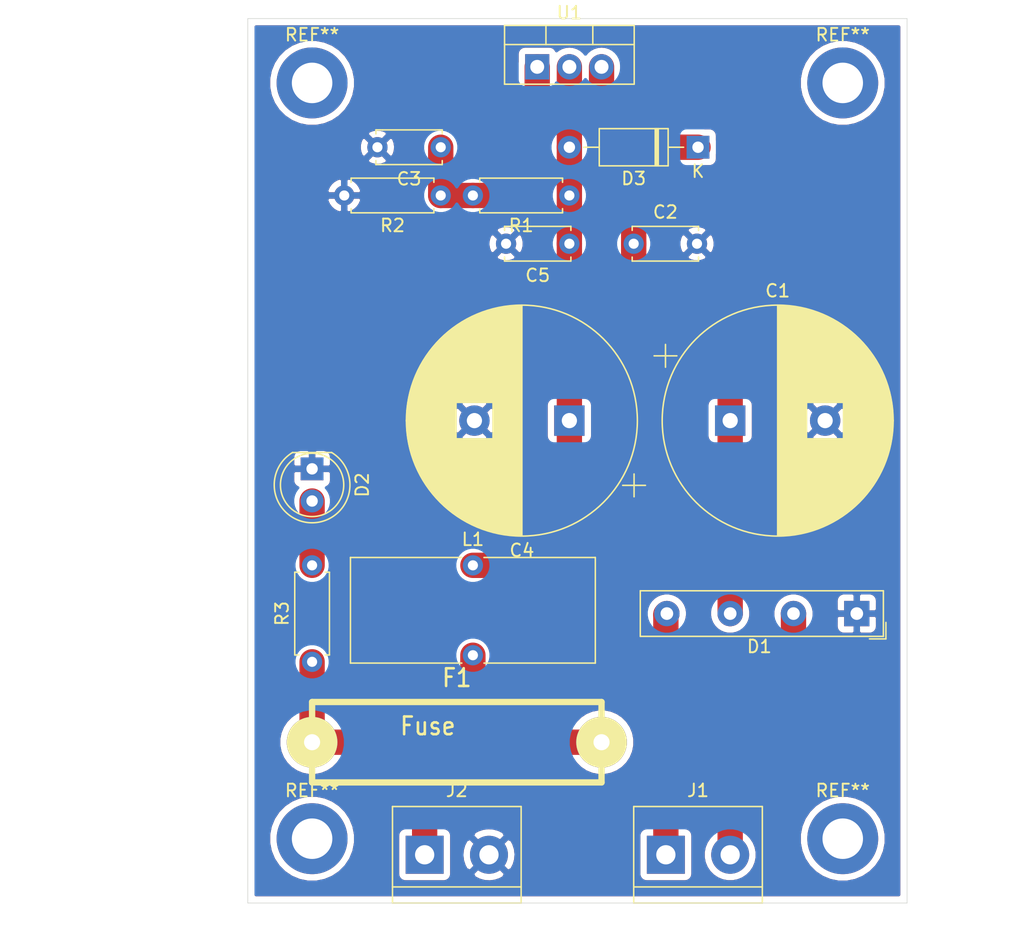
<source format=kicad_pcb>
(kicad_pcb (version 20171130) (host pcbnew 5.1.10)

  (general
    (thickness 1.6)
    (drawings 5)
    (tracks 32)
    (zones 0)
    (modules 20)
    (nets 10)
  )

  (page A4)
  (layers
    (0 F.Cu signal)
    (31 B.Cu signal)
    (32 B.Adhes user)
    (33 F.Adhes user)
    (34 B.Paste user)
    (35 F.Paste user)
    (36 B.SilkS user)
    (37 F.SilkS user)
    (38 B.Mask user)
    (39 F.Mask user)
    (40 Dwgs.User user)
    (41 Cmts.User user)
    (42 Eco1.User user)
    (43 Eco2.User user)
    (44 Edge.Cuts user)
    (45 Margin user)
    (46 B.CrtYd user)
    (47 F.CrtYd user)
    (48 B.Fab user)
    (49 F.Fab user)
  )

  (setup
    (last_trace_width 2)
    (user_trace_width 1)
    (user_trace_width 1.5)
    (user_trace_width 2)
    (trace_clearance 0.2)
    (zone_clearance 0.508)
    (zone_45_only no)
    (trace_min 0.2)
    (via_size 0.8)
    (via_drill 0.4)
    (via_min_size 0.4)
    (via_min_drill 0.3)
    (uvia_size 0.3)
    (uvia_drill 0.1)
    (uvias_allowed no)
    (uvia_min_size 0.2)
    (uvia_min_drill 0.1)
    (edge_width 0.05)
    (segment_width 0.2)
    (pcb_text_width 0.3)
    (pcb_text_size 1.5 1.5)
    (mod_edge_width 0.12)
    (mod_text_size 1 1)
    (mod_text_width 0.15)
    (pad_size 1.524 1.524)
    (pad_drill 0.762)
    (pad_to_mask_clearance 0)
    (aux_axis_origin 0 0)
    (visible_elements FFFFFF7F)
    (pcbplotparams
      (layerselection 0x010fc_ffffffff)
      (usegerberextensions false)
      (usegerberattributes true)
      (usegerberadvancedattributes true)
      (creategerberjobfile true)
      (excludeedgelayer true)
      (linewidth 0.100000)
      (plotframeref false)
      (viasonmask false)
      (mode 1)
      (useauxorigin false)
      (hpglpennumber 1)
      (hpglpenspeed 20)
      (hpglpendiameter 15.000000)
      (psnegative false)
      (psa4output false)
      (plotreference true)
      (plotvalue true)
      (plotinvisibletext false)
      (padsonsilk false)
      (subtractmaskfromsilk false)
      (outputformat 1)
      (mirror false)
      (drillshape 1)
      (scaleselection 1)
      (outputdirectory ""))
  )

  (net 0 "")
  (net 1 GND)
  (net 2 "Net-(C1-Pad1)")
  (net 3 "Net-(C3-Pad1)")
  (net 4 "Net-(C4-Pad1)")
  (net 5 "Net-(D1-Pad2)")
  (net 6 "Net-(D1-Pad4)")
  (net 7 "Net-(D2-Pad2)")
  (net 8 "Net-(F1-Pad1)")
  (net 9 "Net-(F1-Pad2)")

  (net_class Default "This is the default net class."
    (clearance 0.2)
    (trace_width 0.25)
    (via_dia 0.8)
    (via_drill 0.4)
    (uvia_dia 0.3)
    (uvia_drill 0.1)
    (add_net GND)
    (add_net "Net-(C1-Pad1)")
    (add_net "Net-(C3-Pad1)")
    (add_net "Net-(C4-Pad1)")
    (add_net "Net-(D1-Pad2)")
    (add_net "Net-(D1-Pad4)")
    (add_net "Net-(D2-Pad2)")
    (add_net "Net-(F1-Pad1)")
    (add_net "Net-(F1-Pad2)")
  )

  (module MountingHole:MountingHole_3.2mm_M3_DIN965_Pad (layer F.Cu) (tedit 56D1B4CB) (tstamp 6145B0B8)
    (at 50.8 157.48)
    (descr "Mounting Hole 3.2mm, M3, DIN965")
    (tags "mounting hole 3.2mm m3 din965")
    (attr virtual)
    (fp_text reference REF** (at 0 -3.8) (layer F.SilkS)
      (effects (font (size 1 1) (thickness 0.15)))
    )
    (fp_text value MountingHole_3.2mm_M3_DIN965_Pad (at 0 3.8) (layer F.Fab)
      (effects (font (size 1 1) (thickness 0.15)))
    )
    (fp_circle (center 0 0) (end 3.05 0) (layer F.CrtYd) (width 0.05))
    (fp_circle (center 0 0) (end 2.8 0) (layer Cmts.User) (width 0.15))
    (fp_text user %R (at 0.3 0) (layer F.Fab)
      (effects (font (size 1 1) (thickness 0.15)))
    )
    (pad 1 thru_hole circle (at 0 0) (size 5.6 5.6) (drill 3.2) (layers *.Cu *.Mask))
  )

  (module MountingHole:MountingHole_3.2mm_M3_DIN965_Pad (layer F.Cu) (tedit 56D1B4CB) (tstamp 6145B071)
    (at 92.71 157.48)
    (descr "Mounting Hole 3.2mm, M3, DIN965")
    (tags "mounting hole 3.2mm m3 din965")
    (attr virtual)
    (fp_text reference REF** (at 0 -3.8) (layer F.SilkS)
      (effects (font (size 1 1) (thickness 0.15)))
    )
    (fp_text value MountingHole_3.2mm_M3_DIN965_Pad (at 0 3.8) (layer F.Fab)
      (effects (font (size 1 1) (thickness 0.15)))
    )
    (fp_text user %R (at 0.3 0) (layer F.Fab)
      (effects (font (size 1 1) (thickness 0.15)))
    )
    (fp_circle (center 0 0) (end 2.8 0) (layer Cmts.User) (width 0.15))
    (fp_circle (center 0 0) (end 3.05 0) (layer F.CrtYd) (width 0.05))
    (pad 1 thru_hole circle (at 0 0) (size 5.6 5.6) (drill 3.2) (layers *.Cu *.Mask))
  )

  (module MountingHole:MountingHole_3.2mm_M3_DIN965_Pad (layer F.Cu) (tedit 56D1B4CB) (tstamp 6145B054)
    (at 50.8 97.79)
    (descr "Mounting Hole 3.2mm, M3, DIN965")
    (tags "mounting hole 3.2mm m3 din965")
    (attr virtual)
    (fp_text reference REF** (at 0 -3.8) (layer F.SilkS)
      (effects (font (size 1 1) (thickness 0.15)))
    )
    (fp_text value MountingHole_3.2mm_M3_DIN965_Pad (at 0 3.8) (layer F.Fab)
      (effects (font (size 1 1) (thickness 0.15)))
    )
    (fp_text user %R (at 0.3 0) (layer F.Fab)
      (effects (font (size 1 1) (thickness 0.15)))
    )
    (fp_circle (center 0 0) (end 2.8 0) (layer Cmts.User) (width 0.15))
    (fp_circle (center 0 0) (end 3.05 0) (layer F.CrtYd) (width 0.05))
    (pad 1 thru_hole circle (at 0 0) (size 5.6 5.6) (drill 3.2) (layers *.Cu *.Mask))
  )

  (module MountingHole:MountingHole_3.2mm_M3_DIN965_Pad (layer F.Cu) (tedit 56D1B4CB) (tstamp 6145B037)
    (at 92.71 97.79)
    (descr "Mounting Hole 3.2mm, M3, DIN965")
    (tags "mounting hole 3.2mm m3 din965")
    (attr virtual)
    (fp_text reference REF** (at 0 -3.8) (layer F.SilkS)
      (effects (font (size 1 1) (thickness 0.15)))
    )
    (fp_text value MountingHole_3.2mm_M3_DIN965_Pad (at 0 3.8) (layer F.Fab)
      (effects (font (size 1 1) (thickness 0.15)))
    )
    (fp_text user %R (at 0.3 0) (layer F.Fab)
      (effects (font (size 1 1) (thickness 0.15)))
    )
    (fp_circle (center 0 0) (end 2.8 0) (layer Cmts.User) (width 0.15))
    (fp_circle (center 0 0) (end 3.05 0) (layer F.CrtYd) (width 0.05))
    (pad 1 thru_hole circle (at 0 0) (size 5.6 5.6) (drill 3.2) (layers *.Cu *.Mask))
  )

  (module Capacitor_THT:C_Disc_D5.0mm_W2.5mm_P5.00mm (layer F.Cu) (tedit 5AE50EF0) (tstamp 6145A0FF)
    (at 60.96 102.87 180)
    (descr "C, Disc series, Radial, pin pitch=5.00mm, , diameter*width=5*2.5mm^2, Capacitor, http://cdn-reichelt.de/documents/datenblatt/B300/DS_KERKO_TC.pdf")
    (tags "C Disc series Radial pin pitch 5.00mm  diameter 5mm width 2.5mm Capacitor")
    (path /614522B1)
    (fp_text reference C3 (at 2.5 -2.5) (layer F.SilkS)
      (effects (font (size 1 1) (thickness 0.15)))
    )
    (fp_text value C (at 2.5 2.5) (layer F.Fab)
      (effects (font (size 1 1) (thickness 0.15)))
    )
    (fp_text user %R (at 2.5 0) (layer F.Fab)
      (effects (font (size 1 1) (thickness 0.15)))
    )
    (fp_line (start 0 -1.25) (end 0 1.25) (layer F.Fab) (width 0.1))
    (fp_line (start 0 1.25) (end 5 1.25) (layer F.Fab) (width 0.1))
    (fp_line (start 5 1.25) (end 5 -1.25) (layer F.Fab) (width 0.1))
    (fp_line (start 5 -1.25) (end 0 -1.25) (layer F.Fab) (width 0.1))
    (fp_line (start -0.12 -1.37) (end 5.12 -1.37) (layer F.SilkS) (width 0.12))
    (fp_line (start -0.12 1.37) (end 5.12 1.37) (layer F.SilkS) (width 0.12))
    (fp_line (start -0.12 -1.37) (end -0.12 -1.055) (layer F.SilkS) (width 0.12))
    (fp_line (start -0.12 1.055) (end -0.12 1.37) (layer F.SilkS) (width 0.12))
    (fp_line (start 5.12 -1.37) (end 5.12 -1.055) (layer F.SilkS) (width 0.12))
    (fp_line (start 5.12 1.055) (end 5.12 1.37) (layer F.SilkS) (width 0.12))
    (fp_line (start -1.05 -1.5) (end -1.05 1.5) (layer F.CrtYd) (width 0.05))
    (fp_line (start -1.05 1.5) (end 6.05 1.5) (layer F.CrtYd) (width 0.05))
    (fp_line (start 6.05 1.5) (end 6.05 -1.5) (layer F.CrtYd) (width 0.05))
    (fp_line (start 6.05 -1.5) (end -1.05 -1.5) (layer F.CrtYd) (width 0.05))
    (pad 2 thru_hole circle (at 5 0 180) (size 1.6 1.6) (drill 0.8) (layers *.Cu *.Mask)
      (net 1 GND))
    (pad 1 thru_hole circle (at 0 0 180) (size 1.6 1.6) (drill 0.8) (layers *.Cu *.Mask)
      (net 3 "Net-(C3-Pad1)"))
    (model ${KISYS3DMOD}/Capacitor_THT.3dshapes/C_Disc_D5.0mm_W2.5mm_P5.00mm.wrl
      (at (xyz 0 0 0))
      (scale (xyz 1 1 1))
      (rotate (xyz 0 0 0))
    )
  )

  (module Capacitor_THT:C_Disc_D5.0mm_W2.5mm_P5.00mm (layer F.Cu) (tedit 5AE50EF0) (tstamp 6145A069)
    (at 76.2 110.49)
    (descr "C, Disc series, Radial, pin pitch=5.00mm, , diameter*width=5*2.5mm^2, Capacitor, http://cdn-reichelt.de/documents/datenblatt/B300/DS_KERKO_TC.pdf")
    (tags "C Disc series Radial pin pitch 5.00mm  diameter 5mm width 2.5mm Capacitor")
    (path /6144EE47)
    (fp_text reference C2 (at 2.5 -2.5) (layer F.SilkS)
      (effects (font (size 1 1) (thickness 0.15)))
    )
    (fp_text value C (at 2.5 2.5) (layer F.Fab)
      (effects (font (size 1 1) (thickness 0.15)))
    )
    (fp_text user %R (at 2.5 0) (layer F.Fab)
      (effects (font (size 1 1) (thickness 0.15)))
    )
    (fp_line (start 0 -1.25) (end 0 1.25) (layer F.Fab) (width 0.1))
    (fp_line (start 0 1.25) (end 5 1.25) (layer F.Fab) (width 0.1))
    (fp_line (start 5 1.25) (end 5 -1.25) (layer F.Fab) (width 0.1))
    (fp_line (start 5 -1.25) (end 0 -1.25) (layer F.Fab) (width 0.1))
    (fp_line (start -0.12 -1.37) (end 5.12 -1.37) (layer F.SilkS) (width 0.12))
    (fp_line (start -0.12 1.37) (end 5.12 1.37) (layer F.SilkS) (width 0.12))
    (fp_line (start -0.12 -1.37) (end -0.12 -1.055) (layer F.SilkS) (width 0.12))
    (fp_line (start -0.12 1.055) (end -0.12 1.37) (layer F.SilkS) (width 0.12))
    (fp_line (start 5.12 -1.37) (end 5.12 -1.055) (layer F.SilkS) (width 0.12))
    (fp_line (start 5.12 1.055) (end 5.12 1.37) (layer F.SilkS) (width 0.12))
    (fp_line (start -1.05 -1.5) (end -1.05 1.5) (layer F.CrtYd) (width 0.05))
    (fp_line (start -1.05 1.5) (end 6.05 1.5) (layer F.CrtYd) (width 0.05))
    (fp_line (start 6.05 1.5) (end 6.05 -1.5) (layer F.CrtYd) (width 0.05))
    (fp_line (start 6.05 -1.5) (end -1.05 -1.5) (layer F.CrtYd) (width 0.05))
    (pad 2 thru_hole circle (at 5 0) (size 1.6 1.6) (drill 0.8) (layers *.Cu *.Mask)
      (net 1 GND))
    (pad 1 thru_hole circle (at 0 0) (size 1.6 1.6) (drill 0.8) (layers *.Cu *.Mask)
      (net 2 "Net-(C1-Pad1)"))
    (model ${KISYS3DMOD}/Capacitor_THT.3dshapes/C_Disc_D5.0mm_W2.5mm_P5.00mm.wrl
      (at (xyz 0 0 0))
      (scale (xyz 1 1 1))
      (rotate (xyz 0 0 0))
    )
  )

  (module Inductor_THT:L_Toroid_Vertical_L19.1mm_W8.1mm_P7.10mm_Bourns_5700 (layer F.Cu) (tedit 5AE59B06) (tstamp 61456C4D)
    (at 63.5 135.89)
    (descr "L_Toroid, Vertical series, Radial, pin pitch=7.10mm, , length*width=19.1*8.1mm^2, Bourns, 5700, http://www.bourns.com/docs/Product-Datasheets/5700_series.pdf")
    (tags "L_Toroid Vertical series Radial pin pitch 7.10mm  length 19.1mm width 8.1mm Bourns 5700")
    (path /614535B4)
    (fp_text reference L1 (at 0 -2.05) (layer F.SilkS)
      (effects (font (size 1 1) (thickness 0.15)))
    )
    (fp_text value "TLC 1,0A-100µ" (at 0 9.15) (layer F.Fab)
      (effects (font (size 1 1) (thickness 0.15)))
    )
    (fp_text user %R (at 3.55 0) (layer F.Fab)
      (effects (font (size 1 1) (thickness 0.15)))
    )
    (fp_line (start -9.55 -0.5) (end -9.55 7.6) (layer F.Fab) (width 0.1))
    (fp_line (start -9.55 7.6) (end 9.55 7.6) (layer F.Fab) (width 0.1))
    (fp_line (start 9.55 7.6) (end 9.55 -0.5) (layer F.Fab) (width 0.1))
    (fp_line (start 9.55 -0.5) (end -9.55 -0.5) (layer F.Fab) (width 0.1))
    (fp_line (start -9.55 -0.5) (end -8.595 7.6) (layer F.Fab) (width 0.1))
    (fp_line (start -7.64 -0.5) (end -6.685 7.6) (layer F.Fab) (width 0.1))
    (fp_line (start -5.73 -0.5) (end -4.775 7.6) (layer F.Fab) (width 0.1))
    (fp_line (start -3.82 -0.5) (end -2.865 7.6) (layer F.Fab) (width 0.1))
    (fp_line (start -1.91 -0.5) (end -0.955 7.6) (layer F.Fab) (width 0.1))
    (fp_line (start 0 -0.5) (end 0.955 7.6) (layer F.Fab) (width 0.1))
    (fp_line (start 1.91 -0.5) (end 2.865 7.6) (layer F.Fab) (width 0.1))
    (fp_line (start 3.82 -0.5) (end 4.775 7.6) (layer F.Fab) (width 0.1))
    (fp_line (start 5.73 -0.5) (end 6.685 7.6) (layer F.Fab) (width 0.1))
    (fp_line (start 7.64 -0.5) (end 8.595 7.6) (layer F.Fab) (width 0.1))
    (fp_line (start -9.67 -0.62) (end -0.875 -0.62) (layer F.SilkS) (width 0.12))
    (fp_line (start 0.875 -0.62) (end 9.67 -0.62) (layer F.SilkS) (width 0.12))
    (fp_line (start -9.67 7.72) (end -0.875 7.72) (layer F.SilkS) (width 0.12))
    (fp_line (start 0.875 7.72) (end 9.67 7.72) (layer F.SilkS) (width 0.12))
    (fp_line (start -9.67 -0.62) (end -9.67 7.72) (layer F.SilkS) (width 0.12))
    (fp_line (start 9.67 -0.62) (end 9.67 7.72) (layer F.SilkS) (width 0.12))
    (fp_line (start -9.8 -1.05) (end -9.8 8.15) (layer F.CrtYd) (width 0.05))
    (fp_line (start -9.8 8.15) (end 9.8 8.15) (layer F.CrtYd) (width 0.05))
    (fp_line (start 9.8 8.15) (end 9.8 -1.05) (layer F.CrtYd) (width 0.05))
    (fp_line (start 9.8 -1.05) (end -9.8 -1.05) (layer F.CrtYd) (width 0.05))
    (pad 2 thru_hole circle (at 0 7.1) (size 1.6 1.6) (drill 0.8) (layers *.Cu *.Mask)
      (net 9 "Net-(F1-Pad2)"))
    (pad 1 thru_hole circle (at 0 0) (size 1.6 1.6) (drill 0.8) (layers *.Cu *.Mask)
      (net 4 "Net-(C4-Pad1)"))
    (model ${KISYS3DMOD}/Inductor_THT.3dshapes/L_Toroid_Vertical_L19.1mm_W8.1mm_P7.10mm_Bourns_5700.wrl
      (at (xyz 0 0 0))
      (scale (xyz 1 1 1))
      (rotate (xyz 0 0 0))
    )
  )

  (module Diode_THT:D_A-405_P10.16mm_Horizontal (layer F.Cu) (tedit 5AE50CD5) (tstamp 6145A0AF)
    (at 81.28 102.87 180)
    (descr "Diode, A-405 series, Axial, Horizontal, pin pitch=10.16mm, , length*diameter=5.2*2.7mm^2, , http://www.diodes.com/_files/packages/A-405.pdf")
    (tags "Diode A-405 series Axial Horizontal pin pitch 10.16mm  length 5.2mm diameter 2.7mm")
    (path /6145757C)
    (fp_text reference D3 (at 5.08 -2.47) (layer F.SilkS)
      (effects (font (size 1 1) (thickness 0.15)))
    )
    (fp_text value D (at 5.08 2.47) (layer F.Fab)
      (effects (font (size 1 1) (thickness 0.15)))
    )
    (fp_text user K (at 0 -1.9) (layer F.SilkS)
      (effects (font (size 1 1) (thickness 0.15)))
    )
    (fp_text user K (at 0 -1.9) (layer F.Fab)
      (effects (font (size 1 1) (thickness 0.15)))
    )
    (fp_text user %R (at 5.47 0) (layer F.Fab)
      (effects (font (size 1 1) (thickness 0.15)))
    )
    (fp_line (start 2.48 -1.35) (end 2.48 1.35) (layer F.Fab) (width 0.1))
    (fp_line (start 2.48 1.35) (end 7.68 1.35) (layer F.Fab) (width 0.1))
    (fp_line (start 7.68 1.35) (end 7.68 -1.35) (layer F.Fab) (width 0.1))
    (fp_line (start 7.68 -1.35) (end 2.48 -1.35) (layer F.Fab) (width 0.1))
    (fp_line (start 0 0) (end 2.48 0) (layer F.Fab) (width 0.1))
    (fp_line (start 10.16 0) (end 7.68 0) (layer F.Fab) (width 0.1))
    (fp_line (start 3.26 -1.35) (end 3.26 1.35) (layer F.Fab) (width 0.1))
    (fp_line (start 3.36 -1.35) (end 3.36 1.35) (layer F.Fab) (width 0.1))
    (fp_line (start 3.16 -1.35) (end 3.16 1.35) (layer F.Fab) (width 0.1))
    (fp_line (start 2.36 -1.47) (end 2.36 1.47) (layer F.SilkS) (width 0.12))
    (fp_line (start 2.36 1.47) (end 7.8 1.47) (layer F.SilkS) (width 0.12))
    (fp_line (start 7.8 1.47) (end 7.8 -1.47) (layer F.SilkS) (width 0.12))
    (fp_line (start 7.8 -1.47) (end 2.36 -1.47) (layer F.SilkS) (width 0.12))
    (fp_line (start 1.14 0) (end 2.36 0) (layer F.SilkS) (width 0.12))
    (fp_line (start 9.02 0) (end 7.8 0) (layer F.SilkS) (width 0.12))
    (fp_line (start 3.26 -1.47) (end 3.26 1.47) (layer F.SilkS) (width 0.12))
    (fp_line (start 3.38 -1.47) (end 3.38 1.47) (layer F.SilkS) (width 0.12))
    (fp_line (start 3.14 -1.47) (end 3.14 1.47) (layer F.SilkS) (width 0.12))
    (fp_line (start -1.15 -1.6) (end -1.15 1.6) (layer F.CrtYd) (width 0.05))
    (fp_line (start -1.15 1.6) (end 11.31 1.6) (layer F.CrtYd) (width 0.05))
    (fp_line (start 11.31 1.6) (end 11.31 -1.6) (layer F.CrtYd) (width 0.05))
    (fp_line (start 11.31 -1.6) (end -1.15 -1.6) (layer F.CrtYd) (width 0.05))
    (pad 2 thru_hole oval (at 10.16 0 180) (size 1.8 1.8) (drill 0.9) (layers *.Cu *.Mask)
      (net 4 "Net-(C4-Pad1)"))
    (pad 1 thru_hole rect (at 0 0 180) (size 1.8 1.8) (drill 0.9) (layers *.Cu *.Mask)
      (net 2 "Net-(C1-Pad1)"))
    (model ${KISYS3DMOD}/Diode_THT.3dshapes/D_A-405_P10.16mm_Horizontal.wrl
      (at (xyz 0 0 0))
      (scale (xyz 1 1 1))
      (rotate (xyz 0 0 0))
    )
  )

  (module Package_TO_SOT_THT:TO-220-3_Vertical (layer F.Cu) (tedit 5AC8BA0D) (tstamp 6145A140)
    (at 68.58 96.52)
    (descr "TO-220-3, Vertical, RM 2.54mm, see https://www.vishay.com/docs/66542/to-220-1.pdf")
    (tags "TO-220-3 Vertical RM 2.54mm")
    (path /6144C566)
    (fp_text reference U1 (at 2.54 -4.27) (layer F.SilkS)
      (effects (font (size 1 1) (thickness 0.15)))
    )
    (fp_text value LM350_TO220 (at 2.54 2.5) (layer F.Fab)
      (effects (font (size 1 1) (thickness 0.15)))
    )
    (fp_text user %R (at 2.54 -4.27) (layer F.Fab)
      (effects (font (size 1 1) (thickness 0.15)))
    )
    (fp_line (start -2.46 -3.15) (end -2.46 1.25) (layer F.Fab) (width 0.1))
    (fp_line (start -2.46 1.25) (end 7.54 1.25) (layer F.Fab) (width 0.1))
    (fp_line (start 7.54 1.25) (end 7.54 -3.15) (layer F.Fab) (width 0.1))
    (fp_line (start 7.54 -3.15) (end -2.46 -3.15) (layer F.Fab) (width 0.1))
    (fp_line (start -2.46 -1.88) (end 7.54 -1.88) (layer F.Fab) (width 0.1))
    (fp_line (start 0.69 -3.15) (end 0.69 -1.88) (layer F.Fab) (width 0.1))
    (fp_line (start 4.39 -3.15) (end 4.39 -1.88) (layer F.Fab) (width 0.1))
    (fp_line (start -2.58 -3.27) (end 7.66 -3.27) (layer F.SilkS) (width 0.12))
    (fp_line (start -2.58 1.371) (end 7.66 1.371) (layer F.SilkS) (width 0.12))
    (fp_line (start -2.58 -3.27) (end -2.58 1.371) (layer F.SilkS) (width 0.12))
    (fp_line (start 7.66 -3.27) (end 7.66 1.371) (layer F.SilkS) (width 0.12))
    (fp_line (start -2.58 -1.76) (end 7.66 -1.76) (layer F.SilkS) (width 0.12))
    (fp_line (start 0.69 -3.27) (end 0.69 -1.76) (layer F.SilkS) (width 0.12))
    (fp_line (start 4.391 -3.27) (end 4.391 -1.76) (layer F.SilkS) (width 0.12))
    (fp_line (start -2.71 -3.4) (end -2.71 1.51) (layer F.CrtYd) (width 0.05))
    (fp_line (start -2.71 1.51) (end 7.79 1.51) (layer F.CrtYd) (width 0.05))
    (fp_line (start 7.79 1.51) (end 7.79 -3.4) (layer F.CrtYd) (width 0.05))
    (fp_line (start 7.79 -3.4) (end -2.71 -3.4) (layer F.CrtYd) (width 0.05))
    (pad 3 thru_hole oval (at 5.08 0) (size 1.905 2) (drill 1.1) (layers *.Cu *.Mask)
      (net 2 "Net-(C1-Pad1)"))
    (pad 2 thru_hole oval (at 2.54 0) (size 1.905 2) (drill 1.1) (layers *.Cu *.Mask)
      (net 4 "Net-(C4-Pad1)"))
    (pad 1 thru_hole rect (at 0 0) (size 1.905 2) (drill 1.1) (layers *.Cu *.Mask)
      (net 3 "Net-(C3-Pad1)"))
    (model ${KISYS3DMOD}/Package_TO_SOT_THT.3dshapes/TO-220-3_Vertical.wrl
      (at (xyz 0 0 0))
      (scale (xyz 1 1 1))
      (rotate (xyz 0 0 0))
    )
  )

  (module Resistor_THT:R_Axial_DIN0207_L6.3mm_D2.5mm_P7.62mm_Horizontal (layer F.Cu) (tedit 5AE5139B) (tstamp 61459EAC)
    (at 50.8 143.51 90)
    (descr "Resistor, Axial_DIN0207 series, Axial, Horizontal, pin pitch=7.62mm, 0.25W = 1/4W, length*diameter=6.3*2.5mm^2, http://cdn-reichelt.de/documents/datenblatt/B400/1_4W%23YAG.pdf")
    (tags "Resistor Axial_DIN0207 series Axial Horizontal pin pitch 7.62mm 0.25W = 1/4W length 6.3mm diameter 2.5mm")
    (path /614553A4)
    (fp_text reference R3 (at 3.81 -2.37 90) (layer F.SilkS)
      (effects (font (size 1 1) (thickness 0.15)))
    )
    (fp_text value R (at 3.81 2.37 90) (layer F.Fab)
      (effects (font (size 1 1) (thickness 0.15)))
    )
    (fp_text user %R (at 3.81 0 90) (layer F.Fab)
      (effects (font (size 1 1) (thickness 0.15)))
    )
    (fp_line (start 0.66 -1.25) (end 0.66 1.25) (layer F.Fab) (width 0.1))
    (fp_line (start 0.66 1.25) (end 6.96 1.25) (layer F.Fab) (width 0.1))
    (fp_line (start 6.96 1.25) (end 6.96 -1.25) (layer F.Fab) (width 0.1))
    (fp_line (start 6.96 -1.25) (end 0.66 -1.25) (layer F.Fab) (width 0.1))
    (fp_line (start 0 0) (end 0.66 0) (layer F.Fab) (width 0.1))
    (fp_line (start 7.62 0) (end 6.96 0) (layer F.Fab) (width 0.1))
    (fp_line (start 0.54 -1.04) (end 0.54 -1.37) (layer F.SilkS) (width 0.12))
    (fp_line (start 0.54 -1.37) (end 7.08 -1.37) (layer F.SilkS) (width 0.12))
    (fp_line (start 7.08 -1.37) (end 7.08 -1.04) (layer F.SilkS) (width 0.12))
    (fp_line (start 0.54 1.04) (end 0.54 1.37) (layer F.SilkS) (width 0.12))
    (fp_line (start 0.54 1.37) (end 7.08 1.37) (layer F.SilkS) (width 0.12))
    (fp_line (start 7.08 1.37) (end 7.08 1.04) (layer F.SilkS) (width 0.12))
    (fp_line (start -1.05 -1.5) (end -1.05 1.5) (layer F.CrtYd) (width 0.05))
    (fp_line (start -1.05 1.5) (end 8.67 1.5) (layer F.CrtYd) (width 0.05))
    (fp_line (start 8.67 1.5) (end 8.67 -1.5) (layer F.CrtYd) (width 0.05))
    (fp_line (start 8.67 -1.5) (end -1.05 -1.5) (layer F.CrtYd) (width 0.05))
    (pad 2 thru_hole oval (at 7.62 0 90) (size 1.6 1.6) (drill 0.8) (layers *.Cu *.Mask)
      (net 7 "Net-(D2-Pad2)"))
    (pad 1 thru_hole circle (at 0 0 90) (size 1.6 1.6) (drill 0.8) (layers *.Cu *.Mask)
      (net 8 "Net-(F1-Pad1)"))
    (model ${KISYS3DMOD}/Resistor_THT.3dshapes/R_Axial_DIN0207_L6.3mm_D2.5mm_P7.62mm_Horizontal.wrl
      (at (xyz 0 0 0))
      (scale (xyz 1 1 1))
      (rotate (xyz 0 0 0))
    )
  )

  (module Resistor_THT:R_Axial_DIN0207_L6.3mm_D2.5mm_P7.62mm_Horizontal (layer F.Cu) (tedit 5AE5139B) (tstamp 6145A188)
    (at 60.96 106.68 180)
    (descr "Resistor, Axial_DIN0207 series, Axial, Horizontal, pin pitch=7.62mm, 0.25W = 1/4W, length*diameter=6.3*2.5mm^2, http://cdn-reichelt.de/documents/datenblatt/B400/1_4W%23YAG.pdf")
    (tags "Resistor Axial_DIN0207 series Axial Horizontal pin pitch 7.62mm 0.25W = 1/4W length 6.3mm diameter 2.5mm")
    (path /6144FB60)
    (fp_text reference R2 (at 3.81 -2.37) (layer F.SilkS)
      (effects (font (size 1 1) (thickness 0.15)))
    )
    (fp_text value R (at 3.81 2.37) (layer F.Fab)
      (effects (font (size 1 1) (thickness 0.15)))
    )
    (fp_text user %R (at 3.81 0) (layer F.Fab)
      (effects (font (size 1 1) (thickness 0.15)))
    )
    (fp_line (start 0.66 -1.25) (end 0.66 1.25) (layer F.Fab) (width 0.1))
    (fp_line (start 0.66 1.25) (end 6.96 1.25) (layer F.Fab) (width 0.1))
    (fp_line (start 6.96 1.25) (end 6.96 -1.25) (layer F.Fab) (width 0.1))
    (fp_line (start 6.96 -1.25) (end 0.66 -1.25) (layer F.Fab) (width 0.1))
    (fp_line (start 0 0) (end 0.66 0) (layer F.Fab) (width 0.1))
    (fp_line (start 7.62 0) (end 6.96 0) (layer F.Fab) (width 0.1))
    (fp_line (start 0.54 -1.04) (end 0.54 -1.37) (layer F.SilkS) (width 0.12))
    (fp_line (start 0.54 -1.37) (end 7.08 -1.37) (layer F.SilkS) (width 0.12))
    (fp_line (start 7.08 -1.37) (end 7.08 -1.04) (layer F.SilkS) (width 0.12))
    (fp_line (start 0.54 1.04) (end 0.54 1.37) (layer F.SilkS) (width 0.12))
    (fp_line (start 0.54 1.37) (end 7.08 1.37) (layer F.SilkS) (width 0.12))
    (fp_line (start 7.08 1.37) (end 7.08 1.04) (layer F.SilkS) (width 0.12))
    (fp_line (start -1.05 -1.5) (end -1.05 1.5) (layer F.CrtYd) (width 0.05))
    (fp_line (start -1.05 1.5) (end 8.67 1.5) (layer F.CrtYd) (width 0.05))
    (fp_line (start 8.67 1.5) (end 8.67 -1.5) (layer F.CrtYd) (width 0.05))
    (fp_line (start 8.67 -1.5) (end -1.05 -1.5) (layer F.CrtYd) (width 0.05))
    (pad 2 thru_hole oval (at 7.62 0 180) (size 1.6 1.6) (drill 0.8) (layers *.Cu *.Mask)
      (net 1 GND))
    (pad 1 thru_hole circle (at 0 0 180) (size 1.6 1.6) (drill 0.8) (layers *.Cu *.Mask)
      (net 3 "Net-(C3-Pad1)"))
    (model ${KISYS3DMOD}/Resistor_THT.3dshapes/R_Axial_DIN0207_L6.3mm_D2.5mm_P7.62mm_Horizontal.wrl
      (at (xyz 0 0 0))
      (scale (xyz 1 1 1))
      (rotate (xyz 0 0 0))
    )
  )

  (module Resistor_THT:R_Axial_DIN0207_L6.3mm_D2.5mm_P7.62mm_Horizontal (layer F.Cu) (tedit 5AE5139B) (tstamp 6145A1CA)
    (at 71.12 106.68 180)
    (descr "Resistor, Axial_DIN0207 series, Axial, Horizontal, pin pitch=7.62mm, 0.25W = 1/4W, length*diameter=6.3*2.5mm^2, http://cdn-reichelt.de/documents/datenblatt/B400/1_4W%23YAG.pdf")
    (tags "Resistor Axial_DIN0207 series Axial Horizontal pin pitch 7.62mm 0.25W = 1/4W length 6.3mm diameter 2.5mm")
    (path /6144F5DA)
    (fp_text reference R1 (at 3.81 -2.37) (layer F.SilkS)
      (effects (font (size 1 1) (thickness 0.15)))
    )
    (fp_text value R (at 3.81 2.37) (layer F.Fab)
      (effects (font (size 1 1) (thickness 0.15)))
    )
    (fp_text user %R (at 3.81 0) (layer F.Fab)
      (effects (font (size 1 1) (thickness 0.15)))
    )
    (fp_line (start 0.66 -1.25) (end 0.66 1.25) (layer F.Fab) (width 0.1))
    (fp_line (start 0.66 1.25) (end 6.96 1.25) (layer F.Fab) (width 0.1))
    (fp_line (start 6.96 1.25) (end 6.96 -1.25) (layer F.Fab) (width 0.1))
    (fp_line (start 6.96 -1.25) (end 0.66 -1.25) (layer F.Fab) (width 0.1))
    (fp_line (start 0 0) (end 0.66 0) (layer F.Fab) (width 0.1))
    (fp_line (start 7.62 0) (end 6.96 0) (layer F.Fab) (width 0.1))
    (fp_line (start 0.54 -1.04) (end 0.54 -1.37) (layer F.SilkS) (width 0.12))
    (fp_line (start 0.54 -1.37) (end 7.08 -1.37) (layer F.SilkS) (width 0.12))
    (fp_line (start 7.08 -1.37) (end 7.08 -1.04) (layer F.SilkS) (width 0.12))
    (fp_line (start 0.54 1.04) (end 0.54 1.37) (layer F.SilkS) (width 0.12))
    (fp_line (start 0.54 1.37) (end 7.08 1.37) (layer F.SilkS) (width 0.12))
    (fp_line (start 7.08 1.37) (end 7.08 1.04) (layer F.SilkS) (width 0.12))
    (fp_line (start -1.05 -1.5) (end -1.05 1.5) (layer F.CrtYd) (width 0.05))
    (fp_line (start -1.05 1.5) (end 8.67 1.5) (layer F.CrtYd) (width 0.05))
    (fp_line (start 8.67 1.5) (end 8.67 -1.5) (layer F.CrtYd) (width 0.05))
    (fp_line (start 8.67 -1.5) (end -1.05 -1.5) (layer F.CrtYd) (width 0.05))
    (pad 2 thru_hole oval (at 7.62 0 180) (size 1.6 1.6) (drill 0.8) (layers *.Cu *.Mask)
      (net 3 "Net-(C3-Pad1)"))
    (pad 1 thru_hole circle (at 0 0 180) (size 1.6 1.6) (drill 0.8) (layers *.Cu *.Mask)
      (net 4 "Net-(C4-Pad1)"))
    (model ${KISYS3DMOD}/Resistor_THT.3dshapes/R_Axial_DIN0207_L6.3mm_D2.5mm_P7.62mm_Horizontal.wrl
      (at (xyz 0 0 0))
      (scale (xyz 1 1 1))
      (rotate (xyz 0 0 0))
    )
  )

  (module TerminalBlock:TerminalBlock_bornier-2_P5.08mm (layer F.Cu) (tedit 59FF03AB) (tstamp 61459F73)
    (at 59.69 158.75)
    (descr "simple 2-pin terminal block, pitch 5.08mm, revamped version of bornier2")
    (tags "terminal block bornier2")
    (path /6146881F)
    (fp_text reference J2 (at 2.54 -5.08) (layer F.SilkS)
      (effects (font (size 1 1) (thickness 0.15)))
    )
    (fp_text value Conn_01x02 (at 2.54 5.08) (layer F.Fab)
      (effects (font (size 1 1) (thickness 0.15)))
    )
    (fp_text user %R (at 2.54 0) (layer F.Fab)
      (effects (font (size 1 1) (thickness 0.15)))
    )
    (fp_line (start -2.41 2.55) (end 7.49 2.55) (layer F.Fab) (width 0.1))
    (fp_line (start -2.46 -3.75) (end -2.46 3.75) (layer F.Fab) (width 0.1))
    (fp_line (start -2.46 3.75) (end 7.54 3.75) (layer F.Fab) (width 0.1))
    (fp_line (start 7.54 3.75) (end 7.54 -3.75) (layer F.Fab) (width 0.1))
    (fp_line (start 7.54 -3.75) (end -2.46 -3.75) (layer F.Fab) (width 0.1))
    (fp_line (start 7.62 2.54) (end -2.54 2.54) (layer F.SilkS) (width 0.12))
    (fp_line (start 7.62 3.81) (end 7.62 -3.81) (layer F.SilkS) (width 0.12))
    (fp_line (start 7.62 -3.81) (end -2.54 -3.81) (layer F.SilkS) (width 0.12))
    (fp_line (start -2.54 -3.81) (end -2.54 3.81) (layer F.SilkS) (width 0.12))
    (fp_line (start -2.54 3.81) (end 7.62 3.81) (layer F.SilkS) (width 0.12))
    (fp_line (start -2.71 -4) (end 7.79 -4) (layer F.CrtYd) (width 0.05))
    (fp_line (start -2.71 -4) (end -2.71 4) (layer F.CrtYd) (width 0.05))
    (fp_line (start 7.79 4) (end 7.79 -4) (layer F.CrtYd) (width 0.05))
    (fp_line (start 7.79 4) (end -2.71 4) (layer F.CrtYd) (width 0.05))
    (pad 2 thru_hole circle (at 5.08 0) (size 3 3) (drill 1.52) (layers *.Cu *.Mask)
      (net 1 GND))
    (pad 1 thru_hole rect (at 0 0) (size 3 3) (drill 1.52) (layers *.Cu *.Mask)
      (net 8 "Net-(F1-Pad1)"))
    (model ${KISYS3DMOD}/TerminalBlock.3dshapes/TerminalBlock_bornier-2_P5.08mm.wrl
      (offset (xyz 2.539999961853027 0 0))
      (scale (xyz 1 1 1))
      (rotate (xyz 0 0 0))
    )
  )

  (module TerminalBlock:TerminalBlock_bornier-2_P5.08mm (layer F.Cu) (tedit 59FF03AB) (tstamp 614559DD)
    (at 78.74 158.75)
    (descr "simple 2-pin terminal block, pitch 5.08mm, revamped version of bornier2")
    (tags "terminal block bornier2")
    (path /61466A8B)
    (fp_text reference J1 (at 2.54 -5.08) (layer F.SilkS)
      (effects (font (size 1 1) (thickness 0.15)))
    )
    (fp_text value Conn_01x02 (at 2.54 5.08) (layer F.Fab)
      (effects (font (size 1 1) (thickness 0.15)))
    )
    (fp_text user %R (at 2.54 0) (layer F.Fab)
      (effects (font (size 1 1) (thickness 0.15)))
    )
    (fp_line (start -2.41 2.55) (end 7.49 2.55) (layer F.Fab) (width 0.1))
    (fp_line (start -2.46 -3.75) (end -2.46 3.75) (layer F.Fab) (width 0.1))
    (fp_line (start -2.46 3.75) (end 7.54 3.75) (layer F.Fab) (width 0.1))
    (fp_line (start 7.54 3.75) (end 7.54 -3.75) (layer F.Fab) (width 0.1))
    (fp_line (start 7.54 -3.75) (end -2.46 -3.75) (layer F.Fab) (width 0.1))
    (fp_line (start 7.62 2.54) (end -2.54 2.54) (layer F.SilkS) (width 0.12))
    (fp_line (start 7.62 3.81) (end 7.62 -3.81) (layer F.SilkS) (width 0.12))
    (fp_line (start 7.62 -3.81) (end -2.54 -3.81) (layer F.SilkS) (width 0.12))
    (fp_line (start -2.54 -3.81) (end -2.54 3.81) (layer F.SilkS) (width 0.12))
    (fp_line (start -2.54 3.81) (end 7.62 3.81) (layer F.SilkS) (width 0.12))
    (fp_line (start -2.71 -4) (end 7.79 -4) (layer F.CrtYd) (width 0.05))
    (fp_line (start -2.71 -4) (end -2.71 4) (layer F.CrtYd) (width 0.05))
    (fp_line (start 7.79 4) (end 7.79 -4) (layer F.CrtYd) (width 0.05))
    (fp_line (start 7.79 4) (end -2.71 4) (layer F.CrtYd) (width 0.05))
    (pad 2 thru_hole circle (at 5.08 0) (size 3 3) (drill 1.52) (layers *.Cu *.Mask)
      (net 5 "Net-(D1-Pad2)"))
    (pad 1 thru_hole rect (at 0 0) (size 3 3) (drill 1.52) (layers *.Cu *.Mask)
      (net 6 "Net-(D1-Pad4)"))
    (model ${KISYS3DMOD}/TerminalBlock.3dshapes/TerminalBlock_bornier-2_P5.08mm.wrl
      (offset (xyz 2.539999961853027 0 0))
      (scale (xyz 1 1 1))
      (rotate (xyz 0 0 0))
    )
  )

  (module misc:fuse22.5 (layer F.Cu) (tedit 545E9FB3) (tstamp 61459C79)
    (at 62.23 149.86)
    (descr "Resitance 7 pas")
    (tags R)
    (path /61452B8B)
    (autoplace_cost180 10)
    (fp_text reference F1 (at 0 -5.08) (layer F.SilkS)
      (effects (font (size 1.397 1.27) (thickness 0.2032)))
    )
    (fp_text value Fuse (at -2.286 -1.27) (layer F.SilkS)
      (effects (font (size 1.397 1.27) (thickness 0.2032)))
    )
    (fp_line (start 11.43 -3.175) (end -11.43 -3.175) (layer F.SilkS) (width 0.5))
    (fp_line (start -11.43 -3.175) (end -11.43 3.175) (layer F.SilkS) (width 0.5))
    (fp_line (start -11.43 3.175) (end 11.43 3.175) (layer F.SilkS) (width 0.5))
    (fp_line (start 11.43 3.175) (end 11.43 -3.175) (layer F.SilkS) (width 0.5))
    (fp_line (start -11.43 -3.175) (end 11.43 -3.175) (layer F.SilkS) (width 0.15))
    (fp_line (start 11.43 -3.175) (end 11.43 3.175) (layer F.SilkS) (width 0.15))
    (pad 1 thru_hole circle (at -11.43 0) (size 4.0005 4.0005) (drill 1.27) (layers *.Cu *.Mask F.SilkS)
      (net 8 "Net-(F1-Pad1)"))
    (pad 2 thru_hole circle (at 11.43 0) (size 4.0005 4.0005) (drill 1.27) (layers *.Cu *.Mask F.SilkS)
      (net 9 "Net-(F1-Pad2)"))
    (model discret/resistor.wrl
      (at (xyz 0 0 0))
      (scale (xyz 0.7 0.7 0.7))
      (rotate (xyz 0 0 0))
    )
  )

  (module LED_THT:LED_D5.0mm (layer F.Cu) (tedit 5995936A) (tstamp 614559BC)
    (at 50.8 128.27 270)
    (descr "LED, diameter 5.0mm, 2 pins, http://cdn-reichelt.de/documents/datenblatt/A500/LL-504BC2E-009.pdf")
    (tags "LED diameter 5.0mm 2 pins")
    (path /61454417)
    (fp_text reference D2 (at 1.27 -3.96 90) (layer F.SilkS)
      (effects (font (size 1 1) (thickness 0.15)))
    )
    (fp_text value LED (at 1.27 3.96 90) (layer F.Fab)
      (effects (font (size 1 1) (thickness 0.15)))
    )
    (fp_text user %R (at 1.25 0 90) (layer F.Fab)
      (effects (font (size 0.8 0.8) (thickness 0.2)))
    )
    (fp_arc (start 1.27 0) (end -1.29 1.54483) (angle -148.9) (layer F.SilkS) (width 0.12))
    (fp_arc (start 1.27 0) (end -1.29 -1.54483) (angle 148.9) (layer F.SilkS) (width 0.12))
    (fp_arc (start 1.27 0) (end -1.23 -1.469694) (angle 299.1) (layer F.Fab) (width 0.1))
    (fp_circle (center 1.27 0) (end 3.77 0) (layer F.Fab) (width 0.1))
    (fp_circle (center 1.27 0) (end 3.77 0) (layer F.SilkS) (width 0.12))
    (fp_line (start -1.23 -1.469694) (end -1.23 1.469694) (layer F.Fab) (width 0.1))
    (fp_line (start -1.29 -1.545) (end -1.29 1.545) (layer F.SilkS) (width 0.12))
    (fp_line (start -1.95 -3.25) (end -1.95 3.25) (layer F.CrtYd) (width 0.05))
    (fp_line (start -1.95 3.25) (end 4.5 3.25) (layer F.CrtYd) (width 0.05))
    (fp_line (start 4.5 3.25) (end 4.5 -3.25) (layer F.CrtYd) (width 0.05))
    (fp_line (start 4.5 -3.25) (end -1.95 -3.25) (layer F.CrtYd) (width 0.05))
    (pad 2 thru_hole circle (at 2.54 0 270) (size 1.8 1.8) (drill 0.9) (layers *.Cu *.Mask)
      (net 7 "Net-(D2-Pad2)"))
    (pad 1 thru_hole rect (at 0 0 270) (size 1.8 1.8) (drill 0.9) (layers *.Cu *.Mask)
      (net 1 GND))
    (model ${KISYS3DMOD}/LED_THT.3dshapes/LED_D5.0mm.wrl
      (at (xyz 0 0 0))
      (scale (xyz 1 1 1))
      (rotate (xyz 0 0 0))
    )
  )

  (module Diode_THT:Diode_Bridge_19.0x3.5x10.0mm_P5.0mm (layer F.Cu) (tedit 5A4F7F5F) (tstamp 614559AA)
    (at 93.82 139.7 180)
    (descr "Vishay GBU rectifier package, 5.08mm pitch, see http://www.vishay.com/docs/88606/g3sba20.pdf")
    (tags "Vishay GBU rectifier diode bridge")
    (path /6144D06D)
    (fp_text reference D1 (at 7.7 -2.6 180) (layer F.SilkS)
      (effects (font (size 1 1) (thickness 0.15)))
    )
    (fp_text value D_Bridge_-A+A (at 7.1 2.8 180) (layer F.Fab)
      (effects (font (size 1 1) (thickness 0.15)))
    )
    (fp_text user %R (at 7.5 0 180) (layer F.Fab)
      (effects (font (size 1 1) (thickness 0.15)))
    )
    (fp_line (start -2.3 -2) (end -1 -2) (layer F.SilkS) (width 0.12))
    (fp_line (start -2.3 -0.7) (end -2.3 -2) (layer F.SilkS) (width 0.12))
    (fp_line (start 17.1 1.8) (end -2.1 1.8) (layer F.SilkS) (width 0.12))
    (fp_line (start 17.1 -1.8) (end 17.1 1.8) (layer F.SilkS) (width 0.12))
    (fp_line (start -2.1 -1.8) (end 17.1 -1.8) (layer F.SilkS) (width 0.12))
    (fp_line (start -2.1 1.8) (end -2.1 -1.8) (layer F.SilkS) (width 0.12))
    (fp_line (start 0 -1.75) (end 0 1.75) (layer F.Fab) (width 0.12))
    (fp_line (start -2 -1) (end -1.25 -1.75) (layer F.Fab) (width 0.12))
    (fp_line (start -2 1.75) (end -2 -1) (layer F.Fab) (width 0.12))
    (fp_line (start 17 1.75) (end -2 1.75) (layer F.Fab) (width 0.12))
    (fp_line (start 17 -1.75) (end 17 1.75) (layer F.Fab) (width 0.12))
    (fp_line (start -1.25 -1.75) (end 17 -1.75) (layer F.Fab) (width 0.12))
    (fp_line (start -2.25 -2) (end 17.25 -2) (layer F.CrtYd) (width 0.05))
    (fp_line (start -2.25 -2) (end -2.25 2) (layer F.CrtYd) (width 0.05))
    (fp_line (start 17.25 2) (end 17.25 -2) (layer F.CrtYd) (width 0.05))
    (fp_line (start 17.25 2) (end -2.25 2) (layer F.CrtYd) (width 0.05))
    (pad 1 thru_hole rect (at 0 0 180) (size 2 2) (drill 1) (layers *.Cu *.Mask)
      (net 1 GND))
    (pad 2 thru_hole circle (at 5 0 180) (size 2 2) (drill 1) (layers *.Cu *.Mask)
      (net 5 "Net-(D1-Pad2)"))
    (pad 3 thru_hole circle (at 10 0 180) (size 2 2) (drill 1) (layers *.Cu *.Mask)
      (net 2 "Net-(C1-Pad1)"))
    (pad 4 thru_hole circle (at 15 0 180) (size 2 2) (drill 1) (layers *.Cu *.Mask)
      (net 6 "Net-(D1-Pad4)"))
    (model ${KISYS3DMOD}/Diode_THT.3dshapes/Diode_Bridge_19.0x3.5x10.0mm_P5.0mm.wrl
      (at (xyz 0 0 0))
      (scale (xyz 1 1 1))
      (rotate (xyz 0 0 0))
    )
  )

  (module Capacitor_THT:C_Disc_D5.0mm_W2.5mm_P5.00mm (layer F.Cu) (tedit 5AE50EF0) (tstamp 614598D4)
    (at 71.12 110.49 180)
    (descr "C, Disc series, Radial, pin pitch=5.00mm, , diameter*width=5*2.5mm^2, Capacitor, http://cdn-reichelt.de/documents/datenblatt/B300/DS_KERKO_TC.pdf")
    (tags "C Disc series Radial pin pitch 5.00mm  diameter 5mm width 2.5mm Capacitor")
    (path /61458D24)
    (fp_text reference C5 (at 2.5 -2.5) (layer F.SilkS)
      (effects (font (size 1 1) (thickness 0.15)))
    )
    (fp_text value C (at 2.5 2.5) (layer F.Fab)
      (effects (font (size 1 1) (thickness 0.15)))
    )
    (fp_text user %R (at 2.5 0) (layer F.Fab)
      (effects (font (size 1 1) (thickness 0.15)))
    )
    (fp_line (start 0 -1.25) (end 0 1.25) (layer F.Fab) (width 0.1))
    (fp_line (start 0 1.25) (end 5 1.25) (layer F.Fab) (width 0.1))
    (fp_line (start 5 1.25) (end 5 -1.25) (layer F.Fab) (width 0.1))
    (fp_line (start 5 -1.25) (end 0 -1.25) (layer F.Fab) (width 0.1))
    (fp_line (start -0.12 -1.37) (end 5.12 -1.37) (layer F.SilkS) (width 0.12))
    (fp_line (start -0.12 1.37) (end 5.12 1.37) (layer F.SilkS) (width 0.12))
    (fp_line (start -0.12 -1.37) (end -0.12 -1.055) (layer F.SilkS) (width 0.12))
    (fp_line (start -0.12 1.055) (end -0.12 1.37) (layer F.SilkS) (width 0.12))
    (fp_line (start 5.12 -1.37) (end 5.12 -1.055) (layer F.SilkS) (width 0.12))
    (fp_line (start 5.12 1.055) (end 5.12 1.37) (layer F.SilkS) (width 0.12))
    (fp_line (start -1.05 -1.5) (end -1.05 1.5) (layer F.CrtYd) (width 0.05))
    (fp_line (start -1.05 1.5) (end 6.05 1.5) (layer F.CrtYd) (width 0.05))
    (fp_line (start 6.05 1.5) (end 6.05 -1.5) (layer F.CrtYd) (width 0.05))
    (fp_line (start 6.05 -1.5) (end -1.05 -1.5) (layer F.CrtYd) (width 0.05))
    (pad 2 thru_hole circle (at 5 0 180) (size 1.6 1.6) (drill 0.8) (layers *.Cu *.Mask)
      (net 1 GND))
    (pad 1 thru_hole circle (at 0 0 180) (size 1.6 1.6) (drill 0.8) (layers *.Cu *.Mask)
      (net 4 "Net-(C4-Pad1)"))
    (model ${KISYS3DMOD}/Capacitor_THT.3dshapes/C_Disc_D5.0mm_W2.5mm_P5.00mm.wrl
      (at (xyz 0 0 0))
      (scale (xyz 1 1 1))
      (rotate (xyz 0 0 0))
    )
  )

  (module Capacitor_THT:CP_Radial_D18.0mm_P7.50mm (layer F.Cu) (tedit 5AE50EF1) (tstamp 6145597C)
    (at 71.12 124.46 180)
    (descr "CP, Radial series, Radial, pin pitch=7.50mm, , diameter=18mm, Electrolytic Capacitor")
    (tags "CP Radial series Radial pin pitch 7.50mm  diameter 18mm Electrolytic Capacitor")
    (path /61458D1E)
    (fp_text reference C4 (at 3.75 -10.25) (layer F.SilkS)
      (effects (font (size 1 1) (thickness 0.15)))
    )
    (fp_text value CP1 (at 3.75 10.25) (layer F.Fab)
      (effects (font (size 1 1) (thickness 0.15)))
    )
    (fp_text user %R (at 3.75 0) (layer F.Fab)
      (effects (font (size 1 1) (thickness 0.15)))
    )
    (fp_circle (center 3.75 0) (end 12.75 0) (layer F.Fab) (width 0.1))
    (fp_circle (center 3.75 0) (end 12.87 0) (layer F.SilkS) (width 0.12))
    (fp_circle (center 3.75 0) (end 13 0) (layer F.CrtYd) (width 0.05))
    (fp_line (start -3.987271 -3.9475) (end -2.187271 -3.9475) (layer F.Fab) (width 0.1))
    (fp_line (start -3.087271 -4.8475) (end -3.087271 -3.0475) (layer F.Fab) (width 0.1))
    (fp_line (start 3.75 -9.081) (end 3.75 9.081) (layer F.SilkS) (width 0.12))
    (fp_line (start 3.79 -9.08) (end 3.79 9.08) (layer F.SilkS) (width 0.12))
    (fp_line (start 3.83 -9.08) (end 3.83 9.08) (layer F.SilkS) (width 0.12))
    (fp_line (start 3.87 -9.08) (end 3.87 9.08) (layer F.SilkS) (width 0.12))
    (fp_line (start 3.91 -9.079) (end 3.91 9.079) (layer F.SilkS) (width 0.12))
    (fp_line (start 3.95 -9.078) (end 3.95 9.078) (layer F.SilkS) (width 0.12))
    (fp_line (start 3.99 -9.077) (end 3.99 9.077) (layer F.SilkS) (width 0.12))
    (fp_line (start 4.03 -9.076) (end 4.03 9.076) (layer F.SilkS) (width 0.12))
    (fp_line (start 4.07 -9.075) (end 4.07 9.075) (layer F.SilkS) (width 0.12))
    (fp_line (start 4.11 -9.073) (end 4.11 9.073) (layer F.SilkS) (width 0.12))
    (fp_line (start 4.15 -9.072) (end 4.15 9.072) (layer F.SilkS) (width 0.12))
    (fp_line (start 4.19 -9.07) (end 4.19 9.07) (layer F.SilkS) (width 0.12))
    (fp_line (start 4.23 -9.068) (end 4.23 9.068) (layer F.SilkS) (width 0.12))
    (fp_line (start 4.27 -9.066) (end 4.27 9.066) (layer F.SilkS) (width 0.12))
    (fp_line (start 4.31 -9.063) (end 4.31 9.063) (layer F.SilkS) (width 0.12))
    (fp_line (start 4.35 -9.061) (end 4.35 9.061) (layer F.SilkS) (width 0.12))
    (fp_line (start 4.39 -9.058) (end 4.39 9.058) (layer F.SilkS) (width 0.12))
    (fp_line (start 4.43 -9.055) (end 4.43 9.055) (layer F.SilkS) (width 0.12))
    (fp_line (start 4.471 -9.052) (end 4.471 9.052) (layer F.SilkS) (width 0.12))
    (fp_line (start 4.511 -9.049) (end 4.511 9.049) (layer F.SilkS) (width 0.12))
    (fp_line (start 4.551 -9.045) (end 4.551 9.045) (layer F.SilkS) (width 0.12))
    (fp_line (start 4.591 -9.042) (end 4.591 9.042) (layer F.SilkS) (width 0.12))
    (fp_line (start 4.631 -9.038) (end 4.631 9.038) (layer F.SilkS) (width 0.12))
    (fp_line (start 4.671 -9.034) (end 4.671 9.034) (layer F.SilkS) (width 0.12))
    (fp_line (start 4.711 -9.03) (end 4.711 9.03) (layer F.SilkS) (width 0.12))
    (fp_line (start 4.751 -9.026) (end 4.751 9.026) (layer F.SilkS) (width 0.12))
    (fp_line (start 4.791 -9.021) (end 4.791 9.021) (layer F.SilkS) (width 0.12))
    (fp_line (start 4.831 -9.016) (end 4.831 9.016) (layer F.SilkS) (width 0.12))
    (fp_line (start 4.871 -9.011) (end 4.871 9.011) (layer F.SilkS) (width 0.12))
    (fp_line (start 4.911 -9.006) (end 4.911 9.006) (layer F.SilkS) (width 0.12))
    (fp_line (start 4.951 -9.001) (end 4.951 9.001) (layer F.SilkS) (width 0.12))
    (fp_line (start 4.991 -8.996) (end 4.991 8.996) (layer F.SilkS) (width 0.12))
    (fp_line (start 5.031 -8.99) (end 5.031 8.99) (layer F.SilkS) (width 0.12))
    (fp_line (start 5.071 -8.984) (end 5.071 8.984) (layer F.SilkS) (width 0.12))
    (fp_line (start 5.111 -8.979) (end 5.111 8.979) (layer F.SilkS) (width 0.12))
    (fp_line (start 5.151 -8.972) (end 5.151 8.972) (layer F.SilkS) (width 0.12))
    (fp_line (start 5.191 -8.966) (end 5.191 8.966) (layer F.SilkS) (width 0.12))
    (fp_line (start 5.231 -8.96) (end 5.231 8.96) (layer F.SilkS) (width 0.12))
    (fp_line (start 5.271 -8.953) (end 5.271 8.953) (layer F.SilkS) (width 0.12))
    (fp_line (start 5.311 -8.946) (end 5.311 8.946) (layer F.SilkS) (width 0.12))
    (fp_line (start 5.351 -8.939) (end 5.351 8.939) (layer F.SilkS) (width 0.12))
    (fp_line (start 5.391 -8.932) (end 5.391 8.932) (layer F.SilkS) (width 0.12))
    (fp_line (start 5.431 -8.924) (end 5.431 8.924) (layer F.SilkS) (width 0.12))
    (fp_line (start 5.471 -8.917) (end 5.471 8.917) (layer F.SilkS) (width 0.12))
    (fp_line (start 5.511 -8.909) (end 5.511 8.909) (layer F.SilkS) (width 0.12))
    (fp_line (start 5.551 -8.901) (end 5.551 8.901) (layer F.SilkS) (width 0.12))
    (fp_line (start 5.591 -8.893) (end 5.591 8.893) (layer F.SilkS) (width 0.12))
    (fp_line (start 5.631 -8.885) (end 5.631 8.885) (layer F.SilkS) (width 0.12))
    (fp_line (start 5.671 -8.876) (end 5.671 8.876) (layer F.SilkS) (width 0.12))
    (fp_line (start 5.711 -8.867) (end 5.711 8.867) (layer F.SilkS) (width 0.12))
    (fp_line (start 5.751 -8.858) (end 5.751 8.858) (layer F.SilkS) (width 0.12))
    (fp_line (start 5.791 -8.849) (end 5.791 8.849) (layer F.SilkS) (width 0.12))
    (fp_line (start 5.831 -8.84) (end 5.831 8.84) (layer F.SilkS) (width 0.12))
    (fp_line (start 5.871 -8.831) (end 5.871 8.831) (layer F.SilkS) (width 0.12))
    (fp_line (start 5.911 -8.821) (end 5.911 8.821) (layer F.SilkS) (width 0.12))
    (fp_line (start 5.951 -8.811) (end 5.951 8.811) (layer F.SilkS) (width 0.12))
    (fp_line (start 5.991 -8.801) (end 5.991 8.801) (layer F.SilkS) (width 0.12))
    (fp_line (start 6.031 -8.791) (end 6.031 8.791) (layer F.SilkS) (width 0.12))
    (fp_line (start 6.071 -8.78) (end 6.071 -1.44) (layer F.SilkS) (width 0.12))
    (fp_line (start 6.071 1.44) (end 6.071 8.78) (layer F.SilkS) (width 0.12))
    (fp_line (start 6.111 -8.77) (end 6.111 -1.44) (layer F.SilkS) (width 0.12))
    (fp_line (start 6.111 1.44) (end 6.111 8.77) (layer F.SilkS) (width 0.12))
    (fp_line (start 6.151 -8.759) (end 6.151 -1.44) (layer F.SilkS) (width 0.12))
    (fp_line (start 6.151 1.44) (end 6.151 8.759) (layer F.SilkS) (width 0.12))
    (fp_line (start 6.191 -8.748) (end 6.191 -1.44) (layer F.SilkS) (width 0.12))
    (fp_line (start 6.191 1.44) (end 6.191 8.748) (layer F.SilkS) (width 0.12))
    (fp_line (start 6.231 -8.737) (end 6.231 -1.44) (layer F.SilkS) (width 0.12))
    (fp_line (start 6.231 1.44) (end 6.231 8.737) (layer F.SilkS) (width 0.12))
    (fp_line (start 6.271 -8.725) (end 6.271 -1.44) (layer F.SilkS) (width 0.12))
    (fp_line (start 6.271 1.44) (end 6.271 8.725) (layer F.SilkS) (width 0.12))
    (fp_line (start 6.311 -8.714) (end 6.311 -1.44) (layer F.SilkS) (width 0.12))
    (fp_line (start 6.311 1.44) (end 6.311 8.714) (layer F.SilkS) (width 0.12))
    (fp_line (start 6.351 -8.702) (end 6.351 -1.44) (layer F.SilkS) (width 0.12))
    (fp_line (start 6.351 1.44) (end 6.351 8.702) (layer F.SilkS) (width 0.12))
    (fp_line (start 6.391 -8.69) (end 6.391 -1.44) (layer F.SilkS) (width 0.12))
    (fp_line (start 6.391 1.44) (end 6.391 8.69) (layer F.SilkS) (width 0.12))
    (fp_line (start 6.431 -8.678) (end 6.431 -1.44) (layer F.SilkS) (width 0.12))
    (fp_line (start 6.431 1.44) (end 6.431 8.678) (layer F.SilkS) (width 0.12))
    (fp_line (start 6.471 -8.665) (end 6.471 -1.44) (layer F.SilkS) (width 0.12))
    (fp_line (start 6.471 1.44) (end 6.471 8.665) (layer F.SilkS) (width 0.12))
    (fp_line (start 6.511 -8.653) (end 6.511 -1.44) (layer F.SilkS) (width 0.12))
    (fp_line (start 6.511 1.44) (end 6.511 8.653) (layer F.SilkS) (width 0.12))
    (fp_line (start 6.551 -8.64) (end 6.551 -1.44) (layer F.SilkS) (width 0.12))
    (fp_line (start 6.551 1.44) (end 6.551 8.64) (layer F.SilkS) (width 0.12))
    (fp_line (start 6.591 -8.627) (end 6.591 -1.44) (layer F.SilkS) (width 0.12))
    (fp_line (start 6.591 1.44) (end 6.591 8.627) (layer F.SilkS) (width 0.12))
    (fp_line (start 6.631 -8.614) (end 6.631 -1.44) (layer F.SilkS) (width 0.12))
    (fp_line (start 6.631 1.44) (end 6.631 8.614) (layer F.SilkS) (width 0.12))
    (fp_line (start 6.671 -8.6) (end 6.671 -1.44) (layer F.SilkS) (width 0.12))
    (fp_line (start 6.671 1.44) (end 6.671 8.6) (layer F.SilkS) (width 0.12))
    (fp_line (start 6.711 -8.587) (end 6.711 -1.44) (layer F.SilkS) (width 0.12))
    (fp_line (start 6.711 1.44) (end 6.711 8.587) (layer F.SilkS) (width 0.12))
    (fp_line (start 6.751 -8.573) (end 6.751 -1.44) (layer F.SilkS) (width 0.12))
    (fp_line (start 6.751 1.44) (end 6.751 8.573) (layer F.SilkS) (width 0.12))
    (fp_line (start 6.791 -8.559) (end 6.791 -1.44) (layer F.SilkS) (width 0.12))
    (fp_line (start 6.791 1.44) (end 6.791 8.559) (layer F.SilkS) (width 0.12))
    (fp_line (start 6.831 -8.545) (end 6.831 -1.44) (layer F.SilkS) (width 0.12))
    (fp_line (start 6.831 1.44) (end 6.831 8.545) (layer F.SilkS) (width 0.12))
    (fp_line (start 6.871 -8.53) (end 6.871 -1.44) (layer F.SilkS) (width 0.12))
    (fp_line (start 6.871 1.44) (end 6.871 8.53) (layer F.SilkS) (width 0.12))
    (fp_line (start 6.911 -8.516) (end 6.911 -1.44) (layer F.SilkS) (width 0.12))
    (fp_line (start 6.911 1.44) (end 6.911 8.516) (layer F.SilkS) (width 0.12))
    (fp_line (start 6.951 -8.501) (end 6.951 -1.44) (layer F.SilkS) (width 0.12))
    (fp_line (start 6.951 1.44) (end 6.951 8.501) (layer F.SilkS) (width 0.12))
    (fp_line (start 6.991 -8.486) (end 6.991 -1.44) (layer F.SilkS) (width 0.12))
    (fp_line (start 6.991 1.44) (end 6.991 8.486) (layer F.SilkS) (width 0.12))
    (fp_line (start 7.031 -8.47) (end 7.031 -1.44) (layer F.SilkS) (width 0.12))
    (fp_line (start 7.031 1.44) (end 7.031 8.47) (layer F.SilkS) (width 0.12))
    (fp_line (start 7.071 -8.455) (end 7.071 -1.44) (layer F.SilkS) (width 0.12))
    (fp_line (start 7.071 1.44) (end 7.071 8.455) (layer F.SilkS) (width 0.12))
    (fp_line (start 7.111 -8.439) (end 7.111 -1.44) (layer F.SilkS) (width 0.12))
    (fp_line (start 7.111 1.44) (end 7.111 8.439) (layer F.SilkS) (width 0.12))
    (fp_line (start 7.151 -8.423) (end 7.151 -1.44) (layer F.SilkS) (width 0.12))
    (fp_line (start 7.151 1.44) (end 7.151 8.423) (layer F.SilkS) (width 0.12))
    (fp_line (start 7.191 -8.407) (end 7.191 -1.44) (layer F.SilkS) (width 0.12))
    (fp_line (start 7.191 1.44) (end 7.191 8.407) (layer F.SilkS) (width 0.12))
    (fp_line (start 7.231 -8.39) (end 7.231 -1.44) (layer F.SilkS) (width 0.12))
    (fp_line (start 7.231 1.44) (end 7.231 8.39) (layer F.SilkS) (width 0.12))
    (fp_line (start 7.271 -8.374) (end 7.271 -1.44) (layer F.SilkS) (width 0.12))
    (fp_line (start 7.271 1.44) (end 7.271 8.374) (layer F.SilkS) (width 0.12))
    (fp_line (start 7.311 -8.357) (end 7.311 -1.44) (layer F.SilkS) (width 0.12))
    (fp_line (start 7.311 1.44) (end 7.311 8.357) (layer F.SilkS) (width 0.12))
    (fp_line (start 7.351 -8.34) (end 7.351 -1.44) (layer F.SilkS) (width 0.12))
    (fp_line (start 7.351 1.44) (end 7.351 8.34) (layer F.SilkS) (width 0.12))
    (fp_line (start 7.391 -8.323) (end 7.391 -1.44) (layer F.SilkS) (width 0.12))
    (fp_line (start 7.391 1.44) (end 7.391 8.323) (layer F.SilkS) (width 0.12))
    (fp_line (start 7.431 -8.305) (end 7.431 -1.44) (layer F.SilkS) (width 0.12))
    (fp_line (start 7.431 1.44) (end 7.431 8.305) (layer F.SilkS) (width 0.12))
    (fp_line (start 7.471 -8.287) (end 7.471 -1.44) (layer F.SilkS) (width 0.12))
    (fp_line (start 7.471 1.44) (end 7.471 8.287) (layer F.SilkS) (width 0.12))
    (fp_line (start 7.511 -8.269) (end 7.511 -1.44) (layer F.SilkS) (width 0.12))
    (fp_line (start 7.511 1.44) (end 7.511 8.269) (layer F.SilkS) (width 0.12))
    (fp_line (start 7.551 -8.251) (end 7.551 -1.44) (layer F.SilkS) (width 0.12))
    (fp_line (start 7.551 1.44) (end 7.551 8.251) (layer F.SilkS) (width 0.12))
    (fp_line (start 7.591 -8.233) (end 7.591 -1.44) (layer F.SilkS) (width 0.12))
    (fp_line (start 7.591 1.44) (end 7.591 8.233) (layer F.SilkS) (width 0.12))
    (fp_line (start 7.631 -8.214) (end 7.631 -1.44) (layer F.SilkS) (width 0.12))
    (fp_line (start 7.631 1.44) (end 7.631 8.214) (layer F.SilkS) (width 0.12))
    (fp_line (start 7.671 -8.195) (end 7.671 -1.44) (layer F.SilkS) (width 0.12))
    (fp_line (start 7.671 1.44) (end 7.671 8.195) (layer F.SilkS) (width 0.12))
    (fp_line (start 7.711 -8.176) (end 7.711 -1.44) (layer F.SilkS) (width 0.12))
    (fp_line (start 7.711 1.44) (end 7.711 8.176) (layer F.SilkS) (width 0.12))
    (fp_line (start 7.751 -8.156) (end 7.751 -1.44) (layer F.SilkS) (width 0.12))
    (fp_line (start 7.751 1.44) (end 7.751 8.156) (layer F.SilkS) (width 0.12))
    (fp_line (start 7.791 -8.137) (end 7.791 -1.44) (layer F.SilkS) (width 0.12))
    (fp_line (start 7.791 1.44) (end 7.791 8.137) (layer F.SilkS) (width 0.12))
    (fp_line (start 7.831 -8.117) (end 7.831 -1.44) (layer F.SilkS) (width 0.12))
    (fp_line (start 7.831 1.44) (end 7.831 8.117) (layer F.SilkS) (width 0.12))
    (fp_line (start 7.871 -8.097) (end 7.871 -1.44) (layer F.SilkS) (width 0.12))
    (fp_line (start 7.871 1.44) (end 7.871 8.097) (layer F.SilkS) (width 0.12))
    (fp_line (start 7.911 -8.076) (end 7.911 -1.44) (layer F.SilkS) (width 0.12))
    (fp_line (start 7.911 1.44) (end 7.911 8.076) (layer F.SilkS) (width 0.12))
    (fp_line (start 7.951 -8.056) (end 7.951 -1.44) (layer F.SilkS) (width 0.12))
    (fp_line (start 7.951 1.44) (end 7.951 8.056) (layer F.SilkS) (width 0.12))
    (fp_line (start 7.991 -8.035) (end 7.991 -1.44) (layer F.SilkS) (width 0.12))
    (fp_line (start 7.991 1.44) (end 7.991 8.035) (layer F.SilkS) (width 0.12))
    (fp_line (start 8.031 -8.014) (end 8.031 -1.44) (layer F.SilkS) (width 0.12))
    (fp_line (start 8.031 1.44) (end 8.031 8.014) (layer F.SilkS) (width 0.12))
    (fp_line (start 8.071 -7.992) (end 8.071 -1.44) (layer F.SilkS) (width 0.12))
    (fp_line (start 8.071 1.44) (end 8.071 7.992) (layer F.SilkS) (width 0.12))
    (fp_line (start 8.111 -7.971) (end 8.111 -1.44) (layer F.SilkS) (width 0.12))
    (fp_line (start 8.111 1.44) (end 8.111 7.971) (layer F.SilkS) (width 0.12))
    (fp_line (start 8.151 -7.949) (end 8.151 -1.44) (layer F.SilkS) (width 0.12))
    (fp_line (start 8.151 1.44) (end 8.151 7.949) (layer F.SilkS) (width 0.12))
    (fp_line (start 8.191 -7.927) (end 8.191 -1.44) (layer F.SilkS) (width 0.12))
    (fp_line (start 8.191 1.44) (end 8.191 7.927) (layer F.SilkS) (width 0.12))
    (fp_line (start 8.231 -7.904) (end 8.231 -1.44) (layer F.SilkS) (width 0.12))
    (fp_line (start 8.231 1.44) (end 8.231 7.904) (layer F.SilkS) (width 0.12))
    (fp_line (start 8.271 -7.882) (end 8.271 -1.44) (layer F.SilkS) (width 0.12))
    (fp_line (start 8.271 1.44) (end 8.271 7.882) (layer F.SilkS) (width 0.12))
    (fp_line (start 8.311 -7.859) (end 8.311 -1.44) (layer F.SilkS) (width 0.12))
    (fp_line (start 8.311 1.44) (end 8.311 7.859) (layer F.SilkS) (width 0.12))
    (fp_line (start 8.351 -7.835) (end 8.351 -1.44) (layer F.SilkS) (width 0.12))
    (fp_line (start 8.351 1.44) (end 8.351 7.835) (layer F.SilkS) (width 0.12))
    (fp_line (start 8.391 -7.812) (end 8.391 -1.44) (layer F.SilkS) (width 0.12))
    (fp_line (start 8.391 1.44) (end 8.391 7.812) (layer F.SilkS) (width 0.12))
    (fp_line (start 8.431 -7.788) (end 8.431 -1.44) (layer F.SilkS) (width 0.12))
    (fp_line (start 8.431 1.44) (end 8.431 7.788) (layer F.SilkS) (width 0.12))
    (fp_line (start 8.471 -7.764) (end 8.471 -1.44) (layer F.SilkS) (width 0.12))
    (fp_line (start 8.471 1.44) (end 8.471 7.764) (layer F.SilkS) (width 0.12))
    (fp_line (start 8.511 -7.74) (end 8.511 -1.44) (layer F.SilkS) (width 0.12))
    (fp_line (start 8.511 1.44) (end 8.511 7.74) (layer F.SilkS) (width 0.12))
    (fp_line (start 8.551 -7.715) (end 8.551 -1.44) (layer F.SilkS) (width 0.12))
    (fp_line (start 8.551 1.44) (end 8.551 7.715) (layer F.SilkS) (width 0.12))
    (fp_line (start 8.591 -7.69) (end 8.591 -1.44) (layer F.SilkS) (width 0.12))
    (fp_line (start 8.591 1.44) (end 8.591 7.69) (layer F.SilkS) (width 0.12))
    (fp_line (start 8.631 -7.665) (end 8.631 -1.44) (layer F.SilkS) (width 0.12))
    (fp_line (start 8.631 1.44) (end 8.631 7.665) (layer F.SilkS) (width 0.12))
    (fp_line (start 8.671 -7.64) (end 8.671 -1.44) (layer F.SilkS) (width 0.12))
    (fp_line (start 8.671 1.44) (end 8.671 7.64) (layer F.SilkS) (width 0.12))
    (fp_line (start 8.711 -7.614) (end 8.711 -1.44) (layer F.SilkS) (width 0.12))
    (fp_line (start 8.711 1.44) (end 8.711 7.614) (layer F.SilkS) (width 0.12))
    (fp_line (start 8.751 -7.588) (end 8.751 -1.44) (layer F.SilkS) (width 0.12))
    (fp_line (start 8.751 1.44) (end 8.751 7.588) (layer F.SilkS) (width 0.12))
    (fp_line (start 8.791 -7.561) (end 8.791 -1.44) (layer F.SilkS) (width 0.12))
    (fp_line (start 8.791 1.44) (end 8.791 7.561) (layer F.SilkS) (width 0.12))
    (fp_line (start 8.831 -7.535) (end 8.831 -1.44) (layer F.SilkS) (width 0.12))
    (fp_line (start 8.831 1.44) (end 8.831 7.535) (layer F.SilkS) (width 0.12))
    (fp_line (start 8.871 -7.508) (end 8.871 -1.44) (layer F.SilkS) (width 0.12))
    (fp_line (start 8.871 1.44) (end 8.871 7.508) (layer F.SilkS) (width 0.12))
    (fp_line (start 8.911 -7.48) (end 8.911 -1.44) (layer F.SilkS) (width 0.12))
    (fp_line (start 8.911 1.44) (end 8.911 7.48) (layer F.SilkS) (width 0.12))
    (fp_line (start 8.951 -7.453) (end 8.951 7.453) (layer F.SilkS) (width 0.12))
    (fp_line (start 8.991 -7.425) (end 8.991 7.425) (layer F.SilkS) (width 0.12))
    (fp_line (start 9.031 -7.397) (end 9.031 7.397) (layer F.SilkS) (width 0.12))
    (fp_line (start 9.071 -7.368) (end 9.071 7.368) (layer F.SilkS) (width 0.12))
    (fp_line (start 9.111 -7.339) (end 9.111 7.339) (layer F.SilkS) (width 0.12))
    (fp_line (start 9.151 -7.31) (end 9.151 7.31) (layer F.SilkS) (width 0.12))
    (fp_line (start 9.191 -7.28) (end 9.191 7.28) (layer F.SilkS) (width 0.12))
    (fp_line (start 9.231 -7.25) (end 9.231 7.25) (layer F.SilkS) (width 0.12))
    (fp_line (start 9.271 -7.22) (end 9.271 7.22) (layer F.SilkS) (width 0.12))
    (fp_line (start 9.311 -7.19) (end 9.311 7.19) (layer F.SilkS) (width 0.12))
    (fp_line (start 9.351 -7.159) (end 9.351 7.159) (layer F.SilkS) (width 0.12))
    (fp_line (start 9.391 -7.127) (end 9.391 7.127) (layer F.SilkS) (width 0.12))
    (fp_line (start 9.431 -7.096) (end 9.431 7.096) (layer F.SilkS) (width 0.12))
    (fp_line (start 9.471 -7.064) (end 9.471 7.064) (layer F.SilkS) (width 0.12))
    (fp_line (start 9.511 -7.031) (end 9.511 7.031) (layer F.SilkS) (width 0.12))
    (fp_line (start 9.551 -6.999) (end 9.551 6.999) (layer F.SilkS) (width 0.12))
    (fp_line (start 9.591 -6.965) (end 9.591 6.965) (layer F.SilkS) (width 0.12))
    (fp_line (start 9.631 -6.932) (end 9.631 6.932) (layer F.SilkS) (width 0.12))
    (fp_line (start 9.671 -6.898) (end 9.671 6.898) (layer F.SilkS) (width 0.12))
    (fp_line (start 9.711 -6.864) (end 9.711 6.864) (layer F.SilkS) (width 0.12))
    (fp_line (start 9.751 -6.829) (end 9.751 6.829) (layer F.SilkS) (width 0.12))
    (fp_line (start 9.791 -6.794) (end 9.791 6.794) (layer F.SilkS) (width 0.12))
    (fp_line (start 9.831 -6.758) (end 9.831 6.758) (layer F.SilkS) (width 0.12))
    (fp_line (start 9.871 -6.722) (end 9.871 6.722) (layer F.SilkS) (width 0.12))
    (fp_line (start 9.911 -6.686) (end 9.911 6.686) (layer F.SilkS) (width 0.12))
    (fp_line (start 9.951 -6.649) (end 9.951 6.649) (layer F.SilkS) (width 0.12))
    (fp_line (start 9.991 -6.612) (end 9.991 6.612) (layer F.SilkS) (width 0.12))
    (fp_line (start 10.031 -6.574) (end 10.031 6.574) (layer F.SilkS) (width 0.12))
    (fp_line (start 10.071 -6.536) (end 10.071 6.536) (layer F.SilkS) (width 0.12))
    (fp_line (start 10.111 -6.497) (end 10.111 6.497) (layer F.SilkS) (width 0.12))
    (fp_line (start 10.151 -6.458) (end 10.151 6.458) (layer F.SilkS) (width 0.12))
    (fp_line (start 10.191 -6.418) (end 10.191 6.418) (layer F.SilkS) (width 0.12))
    (fp_line (start 10.231 -6.378) (end 10.231 6.378) (layer F.SilkS) (width 0.12))
    (fp_line (start 10.271 -6.337) (end 10.271 6.337) (layer F.SilkS) (width 0.12))
    (fp_line (start 10.311 -6.296) (end 10.311 6.296) (layer F.SilkS) (width 0.12))
    (fp_line (start 10.351 -6.254) (end 10.351 6.254) (layer F.SilkS) (width 0.12))
    (fp_line (start 10.391 -6.212) (end 10.391 6.212) (layer F.SilkS) (width 0.12))
    (fp_line (start 10.431 -6.17) (end 10.431 6.17) (layer F.SilkS) (width 0.12))
    (fp_line (start 10.471 -6.126) (end 10.471 6.126) (layer F.SilkS) (width 0.12))
    (fp_line (start 10.511 -6.082) (end 10.511 6.082) (layer F.SilkS) (width 0.12))
    (fp_line (start 10.551 -6.038) (end 10.551 6.038) (layer F.SilkS) (width 0.12))
    (fp_line (start 10.591 -5.993) (end 10.591 5.993) (layer F.SilkS) (width 0.12))
    (fp_line (start 10.631 -5.947) (end 10.631 5.947) (layer F.SilkS) (width 0.12))
    (fp_line (start 10.671 -5.901) (end 10.671 5.901) (layer F.SilkS) (width 0.12))
    (fp_line (start 10.711 -5.854) (end 10.711 5.854) (layer F.SilkS) (width 0.12))
    (fp_line (start 10.751 -5.806) (end 10.751 5.806) (layer F.SilkS) (width 0.12))
    (fp_line (start 10.791 -5.758) (end 10.791 5.758) (layer F.SilkS) (width 0.12))
    (fp_line (start 10.831 -5.709) (end 10.831 5.709) (layer F.SilkS) (width 0.12))
    (fp_line (start 10.871 -5.66) (end 10.871 5.66) (layer F.SilkS) (width 0.12))
    (fp_line (start 10.911 -5.609) (end 10.911 5.609) (layer F.SilkS) (width 0.12))
    (fp_line (start 10.951 -5.558) (end 10.951 5.558) (layer F.SilkS) (width 0.12))
    (fp_line (start 10.991 -5.506) (end 10.991 5.506) (layer F.SilkS) (width 0.12))
    (fp_line (start 11.031 -5.454) (end 11.031 5.454) (layer F.SilkS) (width 0.12))
    (fp_line (start 11.071 -5.4) (end 11.071 5.4) (layer F.SilkS) (width 0.12))
    (fp_line (start 11.111 -5.346) (end 11.111 5.346) (layer F.SilkS) (width 0.12))
    (fp_line (start 11.151 -5.291) (end 11.151 5.291) (layer F.SilkS) (width 0.12))
    (fp_line (start 11.191 -5.235) (end 11.191 5.235) (layer F.SilkS) (width 0.12))
    (fp_line (start 11.231 -5.178) (end 11.231 5.178) (layer F.SilkS) (width 0.12))
    (fp_line (start 11.271 -5.12) (end 11.271 5.12) (layer F.SilkS) (width 0.12))
    (fp_line (start 11.311 -5.062) (end 11.311 5.062) (layer F.SilkS) (width 0.12))
    (fp_line (start 11.351 -5.002) (end 11.351 5.002) (layer F.SilkS) (width 0.12))
    (fp_line (start 11.391 -4.941) (end 11.391 4.941) (layer F.SilkS) (width 0.12))
    (fp_line (start 11.431 -4.879) (end 11.431 4.879) (layer F.SilkS) (width 0.12))
    (fp_line (start 11.471 -4.816) (end 11.471 4.816) (layer F.SilkS) (width 0.12))
    (fp_line (start 11.511 -4.752) (end 11.511 4.752) (layer F.SilkS) (width 0.12))
    (fp_line (start 11.551 -4.686) (end 11.551 4.686) (layer F.SilkS) (width 0.12))
    (fp_line (start 11.591 -4.62) (end 11.591 4.62) (layer F.SilkS) (width 0.12))
    (fp_line (start 11.631 -4.552) (end 11.631 4.552) (layer F.SilkS) (width 0.12))
    (fp_line (start 11.671 -4.482) (end 11.671 4.482) (layer F.SilkS) (width 0.12))
    (fp_line (start 11.711 -4.412) (end 11.711 4.412) (layer F.SilkS) (width 0.12))
    (fp_line (start 11.751 -4.339) (end 11.751 4.339) (layer F.SilkS) (width 0.12))
    (fp_line (start 11.791 -4.265) (end 11.791 4.265) (layer F.SilkS) (width 0.12))
    (fp_line (start 11.831 -4.19) (end 11.831 4.19) (layer F.SilkS) (width 0.12))
    (fp_line (start 11.871 -4.113) (end 11.871 4.113) (layer F.SilkS) (width 0.12))
    (fp_line (start 11.911 -4.033) (end 11.911 4.033) (layer F.SilkS) (width 0.12))
    (fp_line (start 11.95 -3.952) (end 11.95 3.952) (layer F.SilkS) (width 0.12))
    (fp_line (start 11.99 -3.869) (end 11.99 3.869) (layer F.SilkS) (width 0.12))
    (fp_line (start 12.03 -3.784) (end 12.03 3.784) (layer F.SilkS) (width 0.12))
    (fp_line (start 12.07 -3.696) (end 12.07 3.696) (layer F.SilkS) (width 0.12))
    (fp_line (start 12.11 -3.605) (end 12.11 3.605) (layer F.SilkS) (width 0.12))
    (fp_line (start 12.15 -3.512) (end 12.15 3.512) (layer F.SilkS) (width 0.12))
    (fp_line (start 12.19 -3.416) (end 12.19 3.416) (layer F.SilkS) (width 0.12))
    (fp_line (start 12.23 -3.317) (end 12.23 3.317) (layer F.SilkS) (width 0.12))
    (fp_line (start 12.27 -3.214) (end 12.27 3.214) (layer F.SilkS) (width 0.12))
    (fp_line (start 12.31 -3.107) (end 12.31 3.107) (layer F.SilkS) (width 0.12))
    (fp_line (start 12.35 -2.996) (end 12.35 2.996) (layer F.SilkS) (width 0.12))
    (fp_line (start 12.39 -2.88) (end 12.39 2.88) (layer F.SilkS) (width 0.12))
    (fp_line (start 12.43 -2.759) (end 12.43 2.759) (layer F.SilkS) (width 0.12))
    (fp_line (start 12.47 -2.632) (end 12.47 2.632) (layer F.SilkS) (width 0.12))
    (fp_line (start 12.51 -2.498) (end 12.51 2.498) (layer F.SilkS) (width 0.12))
    (fp_line (start 12.55 -2.355) (end 12.55 2.355) (layer F.SilkS) (width 0.12))
    (fp_line (start 12.59 -2.203) (end 12.59 2.203) (layer F.SilkS) (width 0.12))
    (fp_line (start 12.63 -2.039) (end 12.63 2.039) (layer F.SilkS) (width 0.12))
    (fp_line (start 12.67 -1.86) (end 12.67 1.86) (layer F.SilkS) (width 0.12))
    (fp_line (start 12.71 -1.661) (end 12.71 1.661) (layer F.SilkS) (width 0.12))
    (fp_line (start 12.75 -1.435) (end 12.75 1.435) (layer F.SilkS) (width 0.12))
    (fp_line (start 12.79 -1.166) (end 12.79 1.166) (layer F.SilkS) (width 0.12))
    (fp_line (start 12.83 -0.814) (end 12.83 0.814) (layer F.SilkS) (width 0.12))
    (fp_line (start 12.87 -0.04) (end 12.87 0.04) (layer F.SilkS) (width 0.12))
    (fp_line (start -6.00944 -5.115) (end -4.20944 -5.115) (layer F.SilkS) (width 0.12))
    (fp_line (start -5.10944 -6.015) (end -5.10944 -4.215) (layer F.SilkS) (width 0.12))
    (pad 2 thru_hole circle (at 7.5 0 180) (size 2.4 2.4) (drill 1.2) (layers *.Cu *.Mask)
      (net 1 GND))
    (pad 1 thru_hole rect (at 0 0 180) (size 2.4 2.4) (drill 1.2) (layers *.Cu *.Mask)
      (net 4 "Net-(C4-Pad1)"))
    (model ${KISYS3DMOD}/Capacitor_THT.3dshapes/CP_Radial_D18.0mm_P7.50mm.wrl
      (at (xyz 0 0 0))
      (scale (xyz 1 1 1))
      (rotate (xyz 0 0 0))
    )
  )

  (module Capacitor_THT:CP_Radial_D18.0mm_P7.50mm (layer F.Cu) (tedit 5AE50EF1) (tstamp 61455817)
    (at 83.82 124.46)
    (descr "CP, Radial series, Radial, pin pitch=7.50mm, , diameter=18mm, Electrolytic Capacitor")
    (tags "CP Radial series Radial pin pitch 7.50mm  diameter 18mm Electrolytic Capacitor")
    (path /6144EA19)
    (fp_text reference C1 (at 3.75 -10.25) (layer F.SilkS)
      (effects (font (size 1 1) (thickness 0.15)))
    )
    (fp_text value CP1 (at 3.75 10.25) (layer F.Fab)
      (effects (font (size 1 1) (thickness 0.15)))
    )
    (fp_text user %R (at 3.75 0) (layer F.Fab)
      (effects (font (size 1 1) (thickness 0.15)))
    )
    (fp_circle (center 3.75 0) (end 12.75 0) (layer F.Fab) (width 0.1))
    (fp_circle (center 3.75 0) (end 12.87 0) (layer F.SilkS) (width 0.12))
    (fp_circle (center 3.75 0) (end 13 0) (layer F.CrtYd) (width 0.05))
    (fp_line (start -3.987271 -3.9475) (end -2.187271 -3.9475) (layer F.Fab) (width 0.1))
    (fp_line (start -3.087271 -4.8475) (end -3.087271 -3.0475) (layer F.Fab) (width 0.1))
    (fp_line (start 3.75 -9.081) (end 3.75 9.081) (layer F.SilkS) (width 0.12))
    (fp_line (start 3.79 -9.08) (end 3.79 9.08) (layer F.SilkS) (width 0.12))
    (fp_line (start 3.83 -9.08) (end 3.83 9.08) (layer F.SilkS) (width 0.12))
    (fp_line (start 3.87 -9.08) (end 3.87 9.08) (layer F.SilkS) (width 0.12))
    (fp_line (start 3.91 -9.079) (end 3.91 9.079) (layer F.SilkS) (width 0.12))
    (fp_line (start 3.95 -9.078) (end 3.95 9.078) (layer F.SilkS) (width 0.12))
    (fp_line (start 3.99 -9.077) (end 3.99 9.077) (layer F.SilkS) (width 0.12))
    (fp_line (start 4.03 -9.076) (end 4.03 9.076) (layer F.SilkS) (width 0.12))
    (fp_line (start 4.07 -9.075) (end 4.07 9.075) (layer F.SilkS) (width 0.12))
    (fp_line (start 4.11 -9.073) (end 4.11 9.073) (layer F.SilkS) (width 0.12))
    (fp_line (start 4.15 -9.072) (end 4.15 9.072) (layer F.SilkS) (width 0.12))
    (fp_line (start 4.19 -9.07) (end 4.19 9.07) (layer F.SilkS) (width 0.12))
    (fp_line (start 4.23 -9.068) (end 4.23 9.068) (layer F.SilkS) (width 0.12))
    (fp_line (start 4.27 -9.066) (end 4.27 9.066) (layer F.SilkS) (width 0.12))
    (fp_line (start 4.31 -9.063) (end 4.31 9.063) (layer F.SilkS) (width 0.12))
    (fp_line (start 4.35 -9.061) (end 4.35 9.061) (layer F.SilkS) (width 0.12))
    (fp_line (start 4.39 -9.058) (end 4.39 9.058) (layer F.SilkS) (width 0.12))
    (fp_line (start 4.43 -9.055) (end 4.43 9.055) (layer F.SilkS) (width 0.12))
    (fp_line (start 4.471 -9.052) (end 4.471 9.052) (layer F.SilkS) (width 0.12))
    (fp_line (start 4.511 -9.049) (end 4.511 9.049) (layer F.SilkS) (width 0.12))
    (fp_line (start 4.551 -9.045) (end 4.551 9.045) (layer F.SilkS) (width 0.12))
    (fp_line (start 4.591 -9.042) (end 4.591 9.042) (layer F.SilkS) (width 0.12))
    (fp_line (start 4.631 -9.038) (end 4.631 9.038) (layer F.SilkS) (width 0.12))
    (fp_line (start 4.671 -9.034) (end 4.671 9.034) (layer F.SilkS) (width 0.12))
    (fp_line (start 4.711 -9.03) (end 4.711 9.03) (layer F.SilkS) (width 0.12))
    (fp_line (start 4.751 -9.026) (end 4.751 9.026) (layer F.SilkS) (width 0.12))
    (fp_line (start 4.791 -9.021) (end 4.791 9.021) (layer F.SilkS) (width 0.12))
    (fp_line (start 4.831 -9.016) (end 4.831 9.016) (layer F.SilkS) (width 0.12))
    (fp_line (start 4.871 -9.011) (end 4.871 9.011) (layer F.SilkS) (width 0.12))
    (fp_line (start 4.911 -9.006) (end 4.911 9.006) (layer F.SilkS) (width 0.12))
    (fp_line (start 4.951 -9.001) (end 4.951 9.001) (layer F.SilkS) (width 0.12))
    (fp_line (start 4.991 -8.996) (end 4.991 8.996) (layer F.SilkS) (width 0.12))
    (fp_line (start 5.031 -8.99) (end 5.031 8.99) (layer F.SilkS) (width 0.12))
    (fp_line (start 5.071 -8.984) (end 5.071 8.984) (layer F.SilkS) (width 0.12))
    (fp_line (start 5.111 -8.979) (end 5.111 8.979) (layer F.SilkS) (width 0.12))
    (fp_line (start 5.151 -8.972) (end 5.151 8.972) (layer F.SilkS) (width 0.12))
    (fp_line (start 5.191 -8.966) (end 5.191 8.966) (layer F.SilkS) (width 0.12))
    (fp_line (start 5.231 -8.96) (end 5.231 8.96) (layer F.SilkS) (width 0.12))
    (fp_line (start 5.271 -8.953) (end 5.271 8.953) (layer F.SilkS) (width 0.12))
    (fp_line (start 5.311 -8.946) (end 5.311 8.946) (layer F.SilkS) (width 0.12))
    (fp_line (start 5.351 -8.939) (end 5.351 8.939) (layer F.SilkS) (width 0.12))
    (fp_line (start 5.391 -8.932) (end 5.391 8.932) (layer F.SilkS) (width 0.12))
    (fp_line (start 5.431 -8.924) (end 5.431 8.924) (layer F.SilkS) (width 0.12))
    (fp_line (start 5.471 -8.917) (end 5.471 8.917) (layer F.SilkS) (width 0.12))
    (fp_line (start 5.511 -8.909) (end 5.511 8.909) (layer F.SilkS) (width 0.12))
    (fp_line (start 5.551 -8.901) (end 5.551 8.901) (layer F.SilkS) (width 0.12))
    (fp_line (start 5.591 -8.893) (end 5.591 8.893) (layer F.SilkS) (width 0.12))
    (fp_line (start 5.631 -8.885) (end 5.631 8.885) (layer F.SilkS) (width 0.12))
    (fp_line (start 5.671 -8.876) (end 5.671 8.876) (layer F.SilkS) (width 0.12))
    (fp_line (start 5.711 -8.867) (end 5.711 8.867) (layer F.SilkS) (width 0.12))
    (fp_line (start 5.751 -8.858) (end 5.751 8.858) (layer F.SilkS) (width 0.12))
    (fp_line (start 5.791 -8.849) (end 5.791 8.849) (layer F.SilkS) (width 0.12))
    (fp_line (start 5.831 -8.84) (end 5.831 8.84) (layer F.SilkS) (width 0.12))
    (fp_line (start 5.871 -8.831) (end 5.871 8.831) (layer F.SilkS) (width 0.12))
    (fp_line (start 5.911 -8.821) (end 5.911 8.821) (layer F.SilkS) (width 0.12))
    (fp_line (start 5.951 -8.811) (end 5.951 8.811) (layer F.SilkS) (width 0.12))
    (fp_line (start 5.991 -8.801) (end 5.991 8.801) (layer F.SilkS) (width 0.12))
    (fp_line (start 6.031 -8.791) (end 6.031 8.791) (layer F.SilkS) (width 0.12))
    (fp_line (start 6.071 -8.78) (end 6.071 -1.44) (layer F.SilkS) (width 0.12))
    (fp_line (start 6.071 1.44) (end 6.071 8.78) (layer F.SilkS) (width 0.12))
    (fp_line (start 6.111 -8.77) (end 6.111 -1.44) (layer F.SilkS) (width 0.12))
    (fp_line (start 6.111 1.44) (end 6.111 8.77) (layer F.SilkS) (width 0.12))
    (fp_line (start 6.151 -8.759) (end 6.151 -1.44) (layer F.SilkS) (width 0.12))
    (fp_line (start 6.151 1.44) (end 6.151 8.759) (layer F.SilkS) (width 0.12))
    (fp_line (start 6.191 -8.748) (end 6.191 -1.44) (layer F.SilkS) (width 0.12))
    (fp_line (start 6.191 1.44) (end 6.191 8.748) (layer F.SilkS) (width 0.12))
    (fp_line (start 6.231 -8.737) (end 6.231 -1.44) (layer F.SilkS) (width 0.12))
    (fp_line (start 6.231 1.44) (end 6.231 8.737) (layer F.SilkS) (width 0.12))
    (fp_line (start 6.271 -8.725) (end 6.271 -1.44) (layer F.SilkS) (width 0.12))
    (fp_line (start 6.271 1.44) (end 6.271 8.725) (layer F.SilkS) (width 0.12))
    (fp_line (start 6.311 -8.714) (end 6.311 -1.44) (layer F.SilkS) (width 0.12))
    (fp_line (start 6.311 1.44) (end 6.311 8.714) (layer F.SilkS) (width 0.12))
    (fp_line (start 6.351 -8.702) (end 6.351 -1.44) (layer F.SilkS) (width 0.12))
    (fp_line (start 6.351 1.44) (end 6.351 8.702) (layer F.SilkS) (width 0.12))
    (fp_line (start 6.391 -8.69) (end 6.391 -1.44) (layer F.SilkS) (width 0.12))
    (fp_line (start 6.391 1.44) (end 6.391 8.69) (layer F.SilkS) (width 0.12))
    (fp_line (start 6.431 -8.678) (end 6.431 -1.44) (layer F.SilkS) (width 0.12))
    (fp_line (start 6.431 1.44) (end 6.431 8.678) (layer F.SilkS) (width 0.12))
    (fp_line (start 6.471 -8.665) (end 6.471 -1.44) (layer F.SilkS) (width 0.12))
    (fp_line (start 6.471 1.44) (end 6.471 8.665) (layer F.SilkS) (width 0.12))
    (fp_line (start 6.511 -8.653) (end 6.511 -1.44) (layer F.SilkS) (width 0.12))
    (fp_line (start 6.511 1.44) (end 6.511 8.653) (layer F.SilkS) (width 0.12))
    (fp_line (start 6.551 -8.64) (end 6.551 -1.44) (layer F.SilkS) (width 0.12))
    (fp_line (start 6.551 1.44) (end 6.551 8.64) (layer F.SilkS) (width 0.12))
    (fp_line (start 6.591 -8.627) (end 6.591 -1.44) (layer F.SilkS) (width 0.12))
    (fp_line (start 6.591 1.44) (end 6.591 8.627) (layer F.SilkS) (width 0.12))
    (fp_line (start 6.631 -8.614) (end 6.631 -1.44) (layer F.SilkS) (width 0.12))
    (fp_line (start 6.631 1.44) (end 6.631 8.614) (layer F.SilkS) (width 0.12))
    (fp_line (start 6.671 -8.6) (end 6.671 -1.44) (layer F.SilkS) (width 0.12))
    (fp_line (start 6.671 1.44) (end 6.671 8.6) (layer F.SilkS) (width 0.12))
    (fp_line (start 6.711 -8.587) (end 6.711 -1.44) (layer F.SilkS) (width 0.12))
    (fp_line (start 6.711 1.44) (end 6.711 8.587) (layer F.SilkS) (width 0.12))
    (fp_line (start 6.751 -8.573) (end 6.751 -1.44) (layer F.SilkS) (width 0.12))
    (fp_line (start 6.751 1.44) (end 6.751 8.573) (layer F.SilkS) (width 0.12))
    (fp_line (start 6.791 -8.559) (end 6.791 -1.44) (layer F.SilkS) (width 0.12))
    (fp_line (start 6.791 1.44) (end 6.791 8.559) (layer F.SilkS) (width 0.12))
    (fp_line (start 6.831 -8.545) (end 6.831 -1.44) (layer F.SilkS) (width 0.12))
    (fp_line (start 6.831 1.44) (end 6.831 8.545) (layer F.SilkS) (width 0.12))
    (fp_line (start 6.871 -8.53) (end 6.871 -1.44) (layer F.SilkS) (width 0.12))
    (fp_line (start 6.871 1.44) (end 6.871 8.53) (layer F.SilkS) (width 0.12))
    (fp_line (start 6.911 -8.516) (end 6.911 -1.44) (layer F.SilkS) (width 0.12))
    (fp_line (start 6.911 1.44) (end 6.911 8.516) (layer F.SilkS) (width 0.12))
    (fp_line (start 6.951 -8.501) (end 6.951 -1.44) (layer F.SilkS) (width 0.12))
    (fp_line (start 6.951 1.44) (end 6.951 8.501) (layer F.SilkS) (width 0.12))
    (fp_line (start 6.991 -8.486) (end 6.991 -1.44) (layer F.SilkS) (width 0.12))
    (fp_line (start 6.991 1.44) (end 6.991 8.486) (layer F.SilkS) (width 0.12))
    (fp_line (start 7.031 -8.47) (end 7.031 -1.44) (layer F.SilkS) (width 0.12))
    (fp_line (start 7.031 1.44) (end 7.031 8.47) (layer F.SilkS) (width 0.12))
    (fp_line (start 7.071 -8.455) (end 7.071 -1.44) (layer F.SilkS) (width 0.12))
    (fp_line (start 7.071 1.44) (end 7.071 8.455) (layer F.SilkS) (width 0.12))
    (fp_line (start 7.111 -8.439) (end 7.111 -1.44) (layer F.SilkS) (width 0.12))
    (fp_line (start 7.111 1.44) (end 7.111 8.439) (layer F.SilkS) (width 0.12))
    (fp_line (start 7.151 -8.423) (end 7.151 -1.44) (layer F.SilkS) (width 0.12))
    (fp_line (start 7.151 1.44) (end 7.151 8.423) (layer F.SilkS) (width 0.12))
    (fp_line (start 7.191 -8.407) (end 7.191 -1.44) (layer F.SilkS) (width 0.12))
    (fp_line (start 7.191 1.44) (end 7.191 8.407) (layer F.SilkS) (width 0.12))
    (fp_line (start 7.231 -8.39) (end 7.231 -1.44) (layer F.SilkS) (width 0.12))
    (fp_line (start 7.231 1.44) (end 7.231 8.39) (layer F.SilkS) (width 0.12))
    (fp_line (start 7.271 -8.374) (end 7.271 -1.44) (layer F.SilkS) (width 0.12))
    (fp_line (start 7.271 1.44) (end 7.271 8.374) (layer F.SilkS) (width 0.12))
    (fp_line (start 7.311 -8.357) (end 7.311 -1.44) (layer F.SilkS) (width 0.12))
    (fp_line (start 7.311 1.44) (end 7.311 8.357) (layer F.SilkS) (width 0.12))
    (fp_line (start 7.351 -8.34) (end 7.351 -1.44) (layer F.SilkS) (width 0.12))
    (fp_line (start 7.351 1.44) (end 7.351 8.34) (layer F.SilkS) (width 0.12))
    (fp_line (start 7.391 -8.323) (end 7.391 -1.44) (layer F.SilkS) (width 0.12))
    (fp_line (start 7.391 1.44) (end 7.391 8.323) (layer F.SilkS) (width 0.12))
    (fp_line (start 7.431 -8.305) (end 7.431 -1.44) (layer F.SilkS) (width 0.12))
    (fp_line (start 7.431 1.44) (end 7.431 8.305) (layer F.SilkS) (width 0.12))
    (fp_line (start 7.471 -8.287) (end 7.471 -1.44) (layer F.SilkS) (width 0.12))
    (fp_line (start 7.471 1.44) (end 7.471 8.287) (layer F.SilkS) (width 0.12))
    (fp_line (start 7.511 -8.269) (end 7.511 -1.44) (layer F.SilkS) (width 0.12))
    (fp_line (start 7.511 1.44) (end 7.511 8.269) (layer F.SilkS) (width 0.12))
    (fp_line (start 7.551 -8.251) (end 7.551 -1.44) (layer F.SilkS) (width 0.12))
    (fp_line (start 7.551 1.44) (end 7.551 8.251) (layer F.SilkS) (width 0.12))
    (fp_line (start 7.591 -8.233) (end 7.591 -1.44) (layer F.SilkS) (width 0.12))
    (fp_line (start 7.591 1.44) (end 7.591 8.233) (layer F.SilkS) (width 0.12))
    (fp_line (start 7.631 -8.214) (end 7.631 -1.44) (layer F.SilkS) (width 0.12))
    (fp_line (start 7.631 1.44) (end 7.631 8.214) (layer F.SilkS) (width 0.12))
    (fp_line (start 7.671 -8.195) (end 7.671 -1.44) (layer F.SilkS) (width 0.12))
    (fp_line (start 7.671 1.44) (end 7.671 8.195) (layer F.SilkS) (width 0.12))
    (fp_line (start 7.711 -8.176) (end 7.711 -1.44) (layer F.SilkS) (width 0.12))
    (fp_line (start 7.711 1.44) (end 7.711 8.176) (layer F.SilkS) (width 0.12))
    (fp_line (start 7.751 -8.156) (end 7.751 -1.44) (layer F.SilkS) (width 0.12))
    (fp_line (start 7.751 1.44) (end 7.751 8.156) (layer F.SilkS) (width 0.12))
    (fp_line (start 7.791 -8.137) (end 7.791 -1.44) (layer F.SilkS) (width 0.12))
    (fp_line (start 7.791 1.44) (end 7.791 8.137) (layer F.SilkS) (width 0.12))
    (fp_line (start 7.831 -8.117) (end 7.831 -1.44) (layer F.SilkS) (width 0.12))
    (fp_line (start 7.831 1.44) (end 7.831 8.117) (layer F.SilkS) (width 0.12))
    (fp_line (start 7.871 -8.097) (end 7.871 -1.44) (layer F.SilkS) (width 0.12))
    (fp_line (start 7.871 1.44) (end 7.871 8.097) (layer F.SilkS) (width 0.12))
    (fp_line (start 7.911 -8.076) (end 7.911 -1.44) (layer F.SilkS) (width 0.12))
    (fp_line (start 7.911 1.44) (end 7.911 8.076) (layer F.SilkS) (width 0.12))
    (fp_line (start 7.951 -8.056) (end 7.951 -1.44) (layer F.SilkS) (width 0.12))
    (fp_line (start 7.951 1.44) (end 7.951 8.056) (layer F.SilkS) (width 0.12))
    (fp_line (start 7.991 -8.035) (end 7.991 -1.44) (layer F.SilkS) (width 0.12))
    (fp_line (start 7.991 1.44) (end 7.991 8.035) (layer F.SilkS) (width 0.12))
    (fp_line (start 8.031 -8.014) (end 8.031 -1.44) (layer F.SilkS) (width 0.12))
    (fp_line (start 8.031 1.44) (end 8.031 8.014) (layer F.SilkS) (width 0.12))
    (fp_line (start 8.071 -7.992) (end 8.071 -1.44) (layer F.SilkS) (width 0.12))
    (fp_line (start 8.071 1.44) (end 8.071 7.992) (layer F.SilkS) (width 0.12))
    (fp_line (start 8.111 -7.971) (end 8.111 -1.44) (layer F.SilkS) (width 0.12))
    (fp_line (start 8.111 1.44) (end 8.111 7.971) (layer F.SilkS) (width 0.12))
    (fp_line (start 8.151 -7.949) (end 8.151 -1.44) (layer F.SilkS) (width 0.12))
    (fp_line (start 8.151 1.44) (end 8.151 7.949) (layer F.SilkS) (width 0.12))
    (fp_line (start 8.191 -7.927) (end 8.191 -1.44) (layer F.SilkS) (width 0.12))
    (fp_line (start 8.191 1.44) (end 8.191 7.927) (layer F.SilkS) (width 0.12))
    (fp_line (start 8.231 -7.904) (end 8.231 -1.44) (layer F.SilkS) (width 0.12))
    (fp_line (start 8.231 1.44) (end 8.231 7.904) (layer F.SilkS) (width 0.12))
    (fp_line (start 8.271 -7.882) (end 8.271 -1.44) (layer F.SilkS) (width 0.12))
    (fp_line (start 8.271 1.44) (end 8.271 7.882) (layer F.SilkS) (width 0.12))
    (fp_line (start 8.311 -7.859) (end 8.311 -1.44) (layer F.SilkS) (width 0.12))
    (fp_line (start 8.311 1.44) (end 8.311 7.859) (layer F.SilkS) (width 0.12))
    (fp_line (start 8.351 -7.835) (end 8.351 -1.44) (layer F.SilkS) (width 0.12))
    (fp_line (start 8.351 1.44) (end 8.351 7.835) (layer F.SilkS) (width 0.12))
    (fp_line (start 8.391 -7.812) (end 8.391 -1.44) (layer F.SilkS) (width 0.12))
    (fp_line (start 8.391 1.44) (end 8.391 7.812) (layer F.SilkS) (width 0.12))
    (fp_line (start 8.431 -7.788) (end 8.431 -1.44) (layer F.SilkS) (width 0.12))
    (fp_line (start 8.431 1.44) (end 8.431 7.788) (layer F.SilkS) (width 0.12))
    (fp_line (start 8.471 -7.764) (end 8.471 -1.44) (layer F.SilkS) (width 0.12))
    (fp_line (start 8.471 1.44) (end 8.471 7.764) (layer F.SilkS) (width 0.12))
    (fp_line (start 8.511 -7.74) (end 8.511 -1.44) (layer F.SilkS) (width 0.12))
    (fp_line (start 8.511 1.44) (end 8.511 7.74) (layer F.SilkS) (width 0.12))
    (fp_line (start 8.551 -7.715) (end 8.551 -1.44) (layer F.SilkS) (width 0.12))
    (fp_line (start 8.551 1.44) (end 8.551 7.715) (layer F.SilkS) (width 0.12))
    (fp_line (start 8.591 -7.69) (end 8.591 -1.44) (layer F.SilkS) (width 0.12))
    (fp_line (start 8.591 1.44) (end 8.591 7.69) (layer F.SilkS) (width 0.12))
    (fp_line (start 8.631 -7.665) (end 8.631 -1.44) (layer F.SilkS) (width 0.12))
    (fp_line (start 8.631 1.44) (end 8.631 7.665) (layer F.SilkS) (width 0.12))
    (fp_line (start 8.671 -7.64) (end 8.671 -1.44) (layer F.SilkS) (width 0.12))
    (fp_line (start 8.671 1.44) (end 8.671 7.64) (layer F.SilkS) (width 0.12))
    (fp_line (start 8.711 -7.614) (end 8.711 -1.44) (layer F.SilkS) (width 0.12))
    (fp_line (start 8.711 1.44) (end 8.711 7.614) (layer F.SilkS) (width 0.12))
    (fp_line (start 8.751 -7.588) (end 8.751 -1.44) (layer F.SilkS) (width 0.12))
    (fp_line (start 8.751 1.44) (end 8.751 7.588) (layer F.SilkS) (width 0.12))
    (fp_line (start 8.791 -7.561) (end 8.791 -1.44) (layer F.SilkS) (width 0.12))
    (fp_line (start 8.791 1.44) (end 8.791 7.561) (layer F.SilkS) (width 0.12))
    (fp_line (start 8.831 -7.535) (end 8.831 -1.44) (layer F.SilkS) (width 0.12))
    (fp_line (start 8.831 1.44) (end 8.831 7.535) (layer F.SilkS) (width 0.12))
    (fp_line (start 8.871 -7.508) (end 8.871 -1.44) (layer F.SilkS) (width 0.12))
    (fp_line (start 8.871 1.44) (end 8.871 7.508) (layer F.SilkS) (width 0.12))
    (fp_line (start 8.911 -7.48) (end 8.911 -1.44) (layer F.SilkS) (width 0.12))
    (fp_line (start 8.911 1.44) (end 8.911 7.48) (layer F.SilkS) (width 0.12))
    (fp_line (start 8.951 -7.453) (end 8.951 7.453) (layer F.SilkS) (width 0.12))
    (fp_line (start 8.991 -7.425) (end 8.991 7.425) (layer F.SilkS) (width 0.12))
    (fp_line (start 9.031 -7.397) (end 9.031 7.397) (layer F.SilkS) (width 0.12))
    (fp_line (start 9.071 -7.368) (end 9.071 7.368) (layer F.SilkS) (width 0.12))
    (fp_line (start 9.111 -7.339) (end 9.111 7.339) (layer F.SilkS) (width 0.12))
    (fp_line (start 9.151 -7.31) (end 9.151 7.31) (layer F.SilkS) (width 0.12))
    (fp_line (start 9.191 -7.28) (end 9.191 7.28) (layer F.SilkS) (width 0.12))
    (fp_line (start 9.231 -7.25) (end 9.231 7.25) (layer F.SilkS) (width 0.12))
    (fp_line (start 9.271 -7.22) (end 9.271 7.22) (layer F.SilkS) (width 0.12))
    (fp_line (start 9.311 -7.19) (end 9.311 7.19) (layer F.SilkS) (width 0.12))
    (fp_line (start 9.351 -7.159) (end 9.351 7.159) (layer F.SilkS) (width 0.12))
    (fp_line (start 9.391 -7.127) (end 9.391 7.127) (layer F.SilkS) (width 0.12))
    (fp_line (start 9.431 -7.096) (end 9.431 7.096) (layer F.SilkS) (width 0.12))
    (fp_line (start 9.471 -7.064) (end 9.471 7.064) (layer F.SilkS) (width 0.12))
    (fp_line (start 9.511 -7.031) (end 9.511 7.031) (layer F.SilkS) (width 0.12))
    (fp_line (start 9.551 -6.999) (end 9.551 6.999) (layer F.SilkS) (width 0.12))
    (fp_line (start 9.591 -6.965) (end 9.591 6.965) (layer F.SilkS) (width 0.12))
    (fp_line (start 9.631 -6.932) (end 9.631 6.932) (layer F.SilkS) (width 0.12))
    (fp_line (start 9.671 -6.898) (end 9.671 6.898) (layer F.SilkS) (width 0.12))
    (fp_line (start 9.711 -6.864) (end 9.711 6.864) (layer F.SilkS) (width 0.12))
    (fp_line (start 9.751 -6.829) (end 9.751 6.829) (layer F.SilkS) (width 0.12))
    (fp_line (start 9.791 -6.794) (end 9.791 6.794) (layer F.SilkS) (width 0.12))
    (fp_line (start 9.831 -6.758) (end 9.831 6.758) (layer F.SilkS) (width 0.12))
    (fp_line (start 9.871 -6.722) (end 9.871 6.722) (layer F.SilkS) (width 0.12))
    (fp_line (start 9.911 -6.686) (end 9.911 6.686) (layer F.SilkS) (width 0.12))
    (fp_line (start 9.951 -6.649) (end 9.951 6.649) (layer F.SilkS) (width 0.12))
    (fp_line (start 9.991 -6.612) (end 9.991 6.612) (layer F.SilkS) (width 0.12))
    (fp_line (start 10.031 -6.574) (end 10.031 6.574) (layer F.SilkS) (width 0.12))
    (fp_line (start 10.071 -6.536) (end 10.071 6.536) (layer F.SilkS) (width 0.12))
    (fp_line (start 10.111 -6.497) (end 10.111 6.497) (layer F.SilkS) (width 0.12))
    (fp_line (start 10.151 -6.458) (end 10.151 6.458) (layer F.SilkS) (width 0.12))
    (fp_line (start 10.191 -6.418) (end 10.191 6.418) (layer F.SilkS) (width 0.12))
    (fp_line (start 10.231 -6.378) (end 10.231 6.378) (layer F.SilkS) (width 0.12))
    (fp_line (start 10.271 -6.337) (end 10.271 6.337) (layer F.SilkS) (width 0.12))
    (fp_line (start 10.311 -6.296) (end 10.311 6.296) (layer F.SilkS) (width 0.12))
    (fp_line (start 10.351 -6.254) (end 10.351 6.254) (layer F.SilkS) (width 0.12))
    (fp_line (start 10.391 -6.212) (end 10.391 6.212) (layer F.SilkS) (width 0.12))
    (fp_line (start 10.431 -6.17) (end 10.431 6.17) (layer F.SilkS) (width 0.12))
    (fp_line (start 10.471 -6.126) (end 10.471 6.126) (layer F.SilkS) (width 0.12))
    (fp_line (start 10.511 -6.082) (end 10.511 6.082) (layer F.SilkS) (width 0.12))
    (fp_line (start 10.551 -6.038) (end 10.551 6.038) (layer F.SilkS) (width 0.12))
    (fp_line (start 10.591 -5.993) (end 10.591 5.993) (layer F.SilkS) (width 0.12))
    (fp_line (start 10.631 -5.947) (end 10.631 5.947) (layer F.SilkS) (width 0.12))
    (fp_line (start 10.671 -5.901) (end 10.671 5.901) (layer F.SilkS) (width 0.12))
    (fp_line (start 10.711 -5.854) (end 10.711 5.854) (layer F.SilkS) (width 0.12))
    (fp_line (start 10.751 -5.806) (end 10.751 5.806) (layer F.SilkS) (width 0.12))
    (fp_line (start 10.791 -5.758) (end 10.791 5.758) (layer F.SilkS) (width 0.12))
    (fp_line (start 10.831 -5.709) (end 10.831 5.709) (layer F.SilkS) (width 0.12))
    (fp_line (start 10.871 -5.66) (end 10.871 5.66) (layer F.SilkS) (width 0.12))
    (fp_line (start 10.911 -5.609) (end 10.911 5.609) (layer F.SilkS) (width 0.12))
    (fp_line (start 10.951 -5.558) (end 10.951 5.558) (layer F.SilkS) (width 0.12))
    (fp_line (start 10.991 -5.506) (end 10.991 5.506) (layer F.SilkS) (width 0.12))
    (fp_line (start 11.031 -5.454) (end 11.031 5.454) (layer F.SilkS) (width 0.12))
    (fp_line (start 11.071 -5.4) (end 11.071 5.4) (layer F.SilkS) (width 0.12))
    (fp_line (start 11.111 -5.346) (end 11.111 5.346) (layer F.SilkS) (width 0.12))
    (fp_line (start 11.151 -5.291) (end 11.151 5.291) (layer F.SilkS) (width 0.12))
    (fp_line (start 11.191 -5.235) (end 11.191 5.235) (layer F.SilkS) (width 0.12))
    (fp_line (start 11.231 -5.178) (end 11.231 5.178) (layer F.SilkS) (width 0.12))
    (fp_line (start 11.271 -5.12) (end 11.271 5.12) (layer F.SilkS) (width 0.12))
    (fp_line (start 11.311 -5.062) (end 11.311 5.062) (layer F.SilkS) (width 0.12))
    (fp_line (start 11.351 -5.002) (end 11.351 5.002) (layer F.SilkS) (width 0.12))
    (fp_line (start 11.391 -4.941) (end 11.391 4.941) (layer F.SilkS) (width 0.12))
    (fp_line (start 11.431 -4.879) (end 11.431 4.879) (layer F.SilkS) (width 0.12))
    (fp_line (start 11.471 -4.816) (end 11.471 4.816) (layer F.SilkS) (width 0.12))
    (fp_line (start 11.511 -4.752) (end 11.511 4.752) (layer F.SilkS) (width 0.12))
    (fp_line (start 11.551 -4.686) (end 11.551 4.686) (layer F.SilkS) (width 0.12))
    (fp_line (start 11.591 -4.62) (end 11.591 4.62) (layer F.SilkS) (width 0.12))
    (fp_line (start 11.631 -4.552) (end 11.631 4.552) (layer F.SilkS) (width 0.12))
    (fp_line (start 11.671 -4.482) (end 11.671 4.482) (layer F.SilkS) (width 0.12))
    (fp_line (start 11.711 -4.412) (end 11.711 4.412) (layer F.SilkS) (width 0.12))
    (fp_line (start 11.751 -4.339) (end 11.751 4.339) (layer F.SilkS) (width 0.12))
    (fp_line (start 11.791 -4.265) (end 11.791 4.265) (layer F.SilkS) (width 0.12))
    (fp_line (start 11.831 -4.19) (end 11.831 4.19) (layer F.SilkS) (width 0.12))
    (fp_line (start 11.871 -4.113) (end 11.871 4.113) (layer F.SilkS) (width 0.12))
    (fp_line (start 11.911 -4.033) (end 11.911 4.033) (layer F.SilkS) (width 0.12))
    (fp_line (start 11.95 -3.952) (end 11.95 3.952) (layer F.SilkS) (width 0.12))
    (fp_line (start 11.99 -3.869) (end 11.99 3.869) (layer F.SilkS) (width 0.12))
    (fp_line (start 12.03 -3.784) (end 12.03 3.784) (layer F.SilkS) (width 0.12))
    (fp_line (start 12.07 -3.696) (end 12.07 3.696) (layer F.SilkS) (width 0.12))
    (fp_line (start 12.11 -3.605) (end 12.11 3.605) (layer F.SilkS) (width 0.12))
    (fp_line (start 12.15 -3.512) (end 12.15 3.512) (layer F.SilkS) (width 0.12))
    (fp_line (start 12.19 -3.416) (end 12.19 3.416) (layer F.SilkS) (width 0.12))
    (fp_line (start 12.23 -3.317) (end 12.23 3.317) (layer F.SilkS) (width 0.12))
    (fp_line (start 12.27 -3.214) (end 12.27 3.214) (layer F.SilkS) (width 0.12))
    (fp_line (start 12.31 -3.107) (end 12.31 3.107) (layer F.SilkS) (width 0.12))
    (fp_line (start 12.35 -2.996) (end 12.35 2.996) (layer F.SilkS) (width 0.12))
    (fp_line (start 12.39 -2.88) (end 12.39 2.88) (layer F.SilkS) (width 0.12))
    (fp_line (start 12.43 -2.759) (end 12.43 2.759) (layer F.SilkS) (width 0.12))
    (fp_line (start 12.47 -2.632) (end 12.47 2.632) (layer F.SilkS) (width 0.12))
    (fp_line (start 12.51 -2.498) (end 12.51 2.498) (layer F.SilkS) (width 0.12))
    (fp_line (start 12.55 -2.355) (end 12.55 2.355) (layer F.SilkS) (width 0.12))
    (fp_line (start 12.59 -2.203) (end 12.59 2.203) (layer F.SilkS) (width 0.12))
    (fp_line (start 12.63 -2.039) (end 12.63 2.039) (layer F.SilkS) (width 0.12))
    (fp_line (start 12.67 -1.86) (end 12.67 1.86) (layer F.SilkS) (width 0.12))
    (fp_line (start 12.71 -1.661) (end 12.71 1.661) (layer F.SilkS) (width 0.12))
    (fp_line (start 12.75 -1.435) (end 12.75 1.435) (layer F.SilkS) (width 0.12))
    (fp_line (start 12.79 -1.166) (end 12.79 1.166) (layer F.SilkS) (width 0.12))
    (fp_line (start 12.83 -0.814) (end 12.83 0.814) (layer F.SilkS) (width 0.12))
    (fp_line (start 12.87 -0.04) (end 12.87 0.04) (layer F.SilkS) (width 0.12))
    (fp_line (start -6.00944 -5.115) (end -4.20944 -5.115) (layer F.SilkS) (width 0.12))
    (fp_line (start -5.10944 -6.015) (end -5.10944 -4.215) (layer F.SilkS) (width 0.12))
    (pad 2 thru_hole circle (at 7.5 0) (size 2.4 2.4) (drill 1.2) (layers *.Cu *.Mask)
      (net 1 GND))
    (pad 1 thru_hole rect (at 0 0) (size 2.4 2.4) (drill 1.2) (layers *.Cu *.Mask)
      (net 2 "Net-(C1-Pad1)"))
    (model ${KISYS3DMOD}/Capacitor_THT.3dshapes/CP_Radial_D18.0mm_P7.50mm.wrl
      (at (xyz 0 0 0))
      (scale (xyz 1 1 1))
      (rotate (xyz 0 0 0))
    )
  )

  (gr_line (start 45.72 92.71) (end 45.72 162.56) (layer Edge.Cuts) (width 0.05) (tstamp 6145A485))
  (gr_line (start 97.79 92.71) (end 45.72 92.71) (layer Edge.Cuts) (width 0.05))
  (gr_line (start 97.79 162.56) (end 97.79 92.71) (layer Edge.Cuts) (width 0.05))
  (gr_line (start 45.72 162.56) (end 97.79 162.56) (layer Edge.Cuts) (width 0.05))
  (dimension 71.131338 (width 0.15) (layer Cmts.User)
    (gr_text "71.131 mm" (at 29.817232 126.863432 88.97696981) (layer Cmts.User)
      (effects (font (size 1 1) (thickness 0.15)))
    )
    (feature1 (pts (xy 36.83 162.56) (xy 29.895698 162.436173)))
    (feature2 (pts (xy 38.1 91.44) (xy 31.165698 91.316173)))
    (crossbar (pts (xy 31.752025 91.326643) (xy 30.482025 162.446643)))
    (arrow1a (pts (xy 30.482025 162.446643) (xy 29.915811 161.309849)))
    (arrow1b (pts (xy 30.482025 162.446643) (xy 31.088465 161.330789)))
    (arrow2a (pts (xy 31.752025 91.326643) (xy 31.145585 92.442497)))
    (arrow2b (pts (xy 31.752025 91.326643) (xy 32.318239 92.463437)))
  )

  (segment (start 73.66 96.52) (end 73.66 100.33) (width 2) (layer F.Cu) (net 2))
  (segment (start 73.66 100.33) (end 76.2 102.87) (width 2) (layer F.Cu) (net 2))
  (segment (start 76.2 102.87) (end 81.28 102.87) (width 2) (layer F.Cu) (net 2))
  (segment (start 76.2 102.87) (end 76.2 110.49) (width 2) (layer F.Cu) (net 2))
  (segment (start 83.82 120.65) (end 83.82 124.46) (width 2) (layer F.Cu) (net 2))
  (segment (start 76.2 110.49) (end 76.2 113.03) (width 2) (layer F.Cu) (net 2))
  (segment (start 76.2 113.03) (end 83.82 120.65) (width 2) (layer F.Cu) (net 2))
  (segment (start 83.82 124.46) (end 83.82 139.7) (width 2) (layer F.Cu) (net 2))
  (segment (start 60.96 102.87) (end 60.96 106.68) (width 2) (layer F.Cu) (net 3))
  (segment (start 60.96 106.68) (end 63.5 106.68) (width 2) (layer F.Cu) (net 3))
  (segment (start 63.5 106.68) (end 66.04 106.68) (width 2) (layer F.Cu) (net 3))
  (segment (start 68.58 104.14) (end 68.58 96.52) (width 2) (layer F.Cu) (net 3))
  (segment (start 66.04 106.68) (end 68.58 104.14) (width 2) (layer F.Cu) (net 3))
  (segment (start 71.12 124.46) (end 71.12 132.08) (width 2) (layer F.Cu) (net 4))
  (segment (start 67.31 135.89) (end 63.5 135.89) (width 2) (layer F.Cu) (net 4))
  (segment (start 71.12 132.08) (end 67.31 135.89) (width 2) (layer F.Cu) (net 4))
  (segment (start 71.12 110.49) (end 71.12 124.46) (width 2) (layer F.Cu) (net 4))
  (segment (start 71.12 102.87) (end 71.12 110.49) (width 2) (layer F.Cu) (net 4))
  (segment (start 71.12 96.52) (end 71.12 102.87) (width 2) (layer F.Cu) (net 4))
  (segment (start 88.82 143.59) (end 88.82 139.7) (width 2) (layer F.Cu) (net 5))
  (segment (start 83.82 158.75) (end 83.82 148.59) (width 2) (layer F.Cu) (net 5))
  (segment (start 83.82 148.59) (end 88.82 143.59) (width 2) (layer F.Cu) (net 5))
  (segment (start 78.74 139.78) (end 78.82 139.7) (width 2) (layer F.Cu) (net 6))
  (segment (start 78.74 158.75) (end 78.74 139.78) (width 2) (layer F.Cu) (net 6))
  (segment (start 50.8 135.89) (end 50.8 130.81) (width 2) (layer F.Cu) (net 7))
  (segment (start 50.8 149.86) (end 50.8 143.51) (width 2) (layer F.Cu) (net 8))
  (segment (start 59.69 158.75) (end 59.69 152.4) (width 2) (layer F.Cu) (net 8))
  (segment (start 57.15 149.86) (end 50.8 149.86) (width 2) (layer F.Cu) (net 8))
  (segment (start 59.69 152.4) (end 57.15 149.86) (width 2) (layer F.Cu) (net 8))
  (segment (start 63.5 142.99) (end 63.5 147.32) (width 2) (layer F.Cu) (net 9))
  (segment (start 66.04 149.86) (end 73.66 149.86) (width 2) (layer F.Cu) (net 9))
  (segment (start 63.5 147.32) (end 66.04 149.86) (width 2) (layer F.Cu) (net 9))

  (zone (net 1) (net_name GND) (layer B.Cu) (tstamp 0) (hatch edge 0.508)
    (connect_pads (clearance 0.508))
    (min_thickness 0.254)
    (fill yes (arc_segments 32) (thermal_gap 0.508) (thermal_bridge_width 0.508))
    (polygon
      (pts
        (xy 97.79 162.56) (xy 45.72 162.56) (xy 45.72 92.71) (xy 97.79 92.71)
      )
    )
    (filled_polygon
      (pts
        (xy 97.13 161.9) (xy 46.38 161.9) (xy 46.38 157.141682) (xy 47.365 157.141682) (xy 47.365 157.818318)
        (xy 47.497006 158.481952) (xy 47.755943 159.107082) (xy 48.131862 159.669685) (xy 48.610315 160.148138) (xy 49.172918 160.524057)
        (xy 49.798048 160.782994) (xy 50.461682 160.915) (xy 51.138318 160.915) (xy 51.801952 160.782994) (xy 52.427082 160.524057)
        (xy 52.989685 160.148138) (xy 53.468138 159.669685) (xy 53.844057 159.107082) (xy 54.102994 158.481952) (xy 54.235 157.818318)
        (xy 54.235 157.25) (xy 57.551928 157.25) (xy 57.551928 160.25) (xy 57.564188 160.374482) (xy 57.600498 160.49418)
        (xy 57.659463 160.604494) (xy 57.738815 160.701185) (xy 57.835506 160.780537) (xy 57.94582 160.839502) (xy 58.065518 160.875812)
        (xy 58.19 160.888072) (xy 61.19 160.888072) (xy 61.314482 160.875812) (xy 61.43418 160.839502) (xy 61.544494 160.780537)
        (xy 61.641185 160.701185) (xy 61.720537 160.604494) (xy 61.779502 160.49418) (xy 61.815812 160.374482) (xy 61.828072 160.25)
        (xy 61.828072 160.241653) (xy 63.457952 160.241653) (xy 63.613962 160.557214) (xy 63.988745 160.74802) (xy 64.393551 160.862044)
        (xy 64.812824 160.894902) (xy 65.230451 160.845334) (xy 65.630383 160.715243) (xy 65.926038 160.557214) (xy 66.082048 160.241653)
        (xy 64.77 158.929605) (xy 63.457952 160.241653) (xy 61.828072 160.241653) (xy 61.828072 158.792824) (xy 62.625098 158.792824)
        (xy 62.674666 159.210451) (xy 62.804757 159.610383) (xy 62.962786 159.906038) (xy 63.278347 160.062048) (xy 64.590395 158.75)
        (xy 64.949605 158.75) (xy 66.261653 160.062048) (xy 66.577214 159.906038) (xy 66.76802 159.531255) (xy 66.882044 159.126449)
        (xy 66.914902 158.707176) (xy 66.865334 158.289549) (xy 66.735243 157.889617) (xy 66.577214 157.593962) (xy 66.261653 157.437952)
        (xy 64.949605 158.75) (xy 64.590395 158.75) (xy 63.278347 157.437952) (xy 62.962786 157.593962) (xy 62.77198 157.968745)
        (xy 62.657956 158.373551) (xy 62.625098 158.792824) (xy 61.828072 158.792824) (xy 61.828072 157.258347) (xy 63.457952 157.258347)
        (xy 64.77 158.570395) (xy 66.082048 157.258347) (xy 66.077922 157.25) (xy 76.601928 157.25) (xy 76.601928 160.25)
        (xy 76.614188 160.374482) (xy 76.650498 160.49418) (xy 76.709463 160.604494) (xy 76.788815 160.701185) (xy 76.885506 160.780537)
        (xy 76.99582 160.839502) (xy 77.115518 160.875812) (xy 77.24 160.888072) (xy 80.24 160.888072) (xy 80.364482 160.875812)
        (xy 80.48418 160.839502) (xy 80.594494 160.780537) (xy 80.691185 160.701185) (xy 80.770537 160.604494) (xy 80.829502 160.49418)
        (xy 80.865812 160.374482) (xy 80.878072 160.25) (xy 80.878072 158.539721) (xy 81.685 158.539721) (xy 81.685 158.960279)
        (xy 81.767047 159.372756) (xy 81.927988 159.761302) (xy 82.161637 160.110983) (xy 82.459017 160.408363) (xy 82.808698 160.642012)
        (xy 83.197244 160.802953) (xy 83.609721 160.885) (xy 84.030279 160.885) (xy 84.442756 160.802953) (xy 84.831302 160.642012)
        (xy 85.180983 160.408363) (xy 85.478363 160.110983) (xy 85.712012 159.761302) (xy 85.872953 159.372756) (xy 85.955 158.960279)
        (xy 85.955 158.539721) (xy 85.872953 158.127244) (xy 85.712012 157.738698) (xy 85.478363 157.389017) (xy 85.231028 157.141682)
        (xy 89.275 157.141682) (xy 89.275 157.818318) (xy 89.407006 158.481952) (xy 89.665943 159.107082) (xy 90.041862 159.669685)
        (xy 90.520315 160.148138) (xy 91.082918 160.524057) (xy 91.708048 160.782994) (xy 92.371682 160.915) (xy 93.048318 160.915)
        (xy 93.711952 160.782994) (xy 94.337082 160.524057) (xy 94.899685 160.148138) (xy 95.378138 159.669685) (xy 95.754057 159.107082)
        (xy 96.012994 158.481952) (xy 96.145 157.818318) (xy 96.145 157.141682) (xy 96.012994 156.478048) (xy 95.754057 155.852918)
        (xy 95.378138 155.290315) (xy 94.899685 154.811862) (xy 94.337082 154.435943) (xy 93.711952 154.177006) (xy 93.048318 154.045)
        (xy 92.371682 154.045) (xy 91.708048 154.177006) (xy 91.082918 154.435943) (xy 90.520315 154.811862) (xy 90.041862 155.290315)
        (xy 89.665943 155.852918) (xy 89.407006 156.478048) (xy 89.275 157.141682) (xy 85.231028 157.141682) (xy 85.180983 157.091637)
        (xy 84.831302 156.857988) (xy 84.442756 156.697047) (xy 84.030279 156.615) (xy 83.609721 156.615) (xy 83.197244 156.697047)
        (xy 82.808698 156.857988) (xy 82.459017 157.091637) (xy 82.161637 157.389017) (xy 81.927988 157.738698) (xy 81.767047 158.127244)
        (xy 81.685 158.539721) (xy 80.878072 158.539721) (xy 80.878072 157.25) (xy 80.865812 157.125518) (xy 80.829502 157.00582)
        (xy 80.770537 156.895506) (xy 80.691185 156.798815) (xy 80.594494 156.719463) (xy 80.48418 156.660498) (xy 80.364482 156.624188)
        (xy 80.24 156.611928) (xy 77.24 156.611928) (xy 77.115518 156.624188) (xy 76.99582 156.660498) (xy 76.885506 156.719463)
        (xy 76.788815 156.798815) (xy 76.709463 156.895506) (xy 76.650498 157.00582) (xy 76.614188 157.125518) (xy 76.601928 157.25)
        (xy 66.077922 157.25) (xy 65.926038 156.942786) (xy 65.551255 156.75198) (xy 65.146449 156.637956) (xy 64.727176 156.605098)
        (xy 64.309549 156.654666) (xy 63.909617 156.784757) (xy 63.613962 156.942786) (xy 63.457952 157.258347) (xy 61.828072 157.258347)
        (xy 61.828072 157.25) (xy 61.815812 157.125518) (xy 61.779502 157.00582) (xy 61.720537 156.895506) (xy 61.641185 156.798815)
        (xy 61.544494 156.719463) (xy 61.43418 156.660498) (xy 61.314482 156.624188) (xy 61.19 156.611928) (xy 58.19 156.611928)
        (xy 58.065518 156.624188) (xy 57.94582 156.660498) (xy 57.835506 156.719463) (xy 57.738815 156.798815) (xy 57.659463 156.895506)
        (xy 57.600498 157.00582) (xy 57.564188 157.125518) (xy 57.551928 157.25) (xy 54.235 157.25) (xy 54.235 157.141682)
        (xy 54.102994 156.478048) (xy 53.844057 155.852918) (xy 53.468138 155.290315) (xy 52.989685 154.811862) (xy 52.427082 154.435943)
        (xy 51.801952 154.177006) (xy 51.138318 154.045) (xy 50.461682 154.045) (xy 49.798048 154.177006) (xy 49.172918 154.435943)
        (xy 48.610315 154.811862) (xy 48.131862 155.290315) (xy 47.755943 155.852918) (xy 47.497006 156.478048) (xy 47.365 157.141682)
        (xy 46.38 157.141682) (xy 46.38 149.600451) (xy 48.16475 149.600451) (xy 48.16475 150.119549) (xy 48.266021 150.628674)
        (xy 48.464672 151.108259) (xy 48.753068 151.539874) (xy 49.120126 151.906932) (xy 49.551741 152.195328) (xy 50.031326 152.393979)
        (xy 50.540451 152.49525) (xy 51.059549 152.49525) (xy 51.568674 152.393979) (xy 52.048259 152.195328) (xy 52.479874 151.906932)
        (xy 52.846932 151.539874) (xy 53.135328 151.108259) (xy 53.333979 150.628674) (xy 53.43525 150.119549) (xy 53.43525 149.600451)
        (xy 71.02475 149.600451) (xy 71.02475 150.119549) (xy 71.126021 150.628674) (xy 71.324672 151.108259) (xy 71.613068 151.539874)
        (xy 71.980126 151.906932) (xy 72.411741 152.195328) (xy 72.891326 152.393979) (xy 73.400451 152.49525) (xy 73.919549 152.49525)
        (xy 74.428674 152.393979) (xy 74.908259 152.195328) (xy 75.339874 151.906932) (xy 75.706932 151.539874) (xy 75.995328 151.108259)
        (xy 76.193979 150.628674) (xy 76.29525 150.119549) (xy 76.29525 149.600451) (xy 76.193979 149.091326) (xy 75.995328 148.611741)
        (xy 75.706932 148.180126) (xy 75.339874 147.813068) (xy 74.908259 147.524672) (xy 74.428674 147.326021) (xy 73.919549 147.22475)
        (xy 73.400451 147.22475) (xy 72.891326 147.326021) (xy 72.411741 147.524672) (xy 71.980126 147.813068) (xy 71.613068 148.180126)
        (xy 71.324672 148.611741) (xy 71.126021 149.091326) (xy 71.02475 149.600451) (xy 53.43525 149.600451) (xy 53.333979 149.091326)
        (xy 53.135328 148.611741) (xy 52.846932 148.180126) (xy 52.479874 147.813068) (xy 52.048259 147.524672) (xy 51.568674 147.326021)
        (xy 51.059549 147.22475) (xy 50.540451 147.22475) (xy 50.031326 147.326021) (xy 49.551741 147.524672) (xy 49.120126 147.813068)
        (xy 48.753068 148.180126) (xy 48.464672 148.611741) (xy 48.266021 149.091326) (xy 48.16475 149.600451) (xy 46.38 149.600451)
        (xy 46.38 143.368665) (xy 49.365 143.368665) (xy 49.365 143.651335) (xy 49.420147 143.928574) (xy 49.52832 144.189727)
        (xy 49.685363 144.424759) (xy 49.885241 144.624637) (xy 50.120273 144.78168) (xy 50.381426 144.889853) (xy 50.658665 144.945)
        (xy 50.941335 144.945) (xy 51.218574 144.889853) (xy 51.479727 144.78168) (xy 51.714759 144.624637) (xy 51.914637 144.424759)
        (xy 52.07168 144.189727) (xy 52.179853 143.928574) (xy 52.235 143.651335) (xy 52.235 143.368665) (xy 52.179853 143.091426)
        (xy 52.079299 142.848665) (xy 62.065 142.848665) (xy 62.065 143.131335) (xy 62.120147 143.408574) (xy 62.22832 143.669727)
        (xy 62.385363 143.904759) (xy 62.585241 144.104637) (xy 62.820273 144.26168) (xy 63.081426 144.369853) (xy 63.358665 144.425)
        (xy 63.641335 144.425) (xy 63.918574 144.369853) (xy 64.179727 144.26168) (xy 64.414759 144.104637) (xy 64.614637 143.904759)
        (xy 64.77168 143.669727) (xy 64.879853 143.408574) (xy 64.935 143.131335) (xy 64.935 142.848665) (xy 64.879853 142.571426)
        (xy 64.77168 142.310273) (xy 64.614637 142.075241) (xy 64.414759 141.875363) (xy 64.179727 141.71832) (xy 63.918574 141.610147)
        (xy 63.641335 141.555) (xy 63.358665 141.555) (xy 63.081426 141.610147) (xy 62.820273 141.71832) (xy 62.585241 141.875363)
        (xy 62.385363 142.075241) (xy 62.22832 142.310273) (xy 62.120147 142.571426) (xy 62.065 142.848665) (xy 52.079299 142.848665)
        (xy 52.07168 142.830273) (xy 51.914637 142.595241) (xy 51.714759 142.395363) (xy 51.479727 142.23832) (xy 51.218574 142.130147)
        (xy 50.941335 142.075) (xy 50.658665 142.075) (xy 50.381426 142.130147) (xy 50.120273 142.23832) (xy 49.885241 142.395363)
        (xy 49.685363 142.595241) (xy 49.52832 142.830273) (xy 49.420147 143.091426) (xy 49.365 143.368665) (xy 46.38 143.368665)
        (xy 46.38 139.538967) (xy 77.185 139.538967) (xy 77.185 139.861033) (xy 77.247832 140.176912) (xy 77.371082 140.474463)
        (xy 77.550013 140.742252) (xy 77.777748 140.969987) (xy 78.045537 141.148918) (xy 78.343088 141.272168) (xy 78.658967 141.335)
        (xy 78.981033 141.335) (xy 79.296912 141.272168) (xy 79.594463 141.148918) (xy 79.862252 140.969987) (xy 80.089987 140.742252)
        (xy 80.268918 140.474463) (xy 80.392168 140.176912) (xy 80.455 139.861033) (xy 80.455 139.538967) (xy 82.185 139.538967)
        (xy 82.185 139.861033) (xy 82.247832 140.176912) (xy 82.371082 140.474463) (xy 82.550013 140.742252) (xy 82.777748 140.969987)
        (xy 83.045537 141.148918) (xy 83.343088 141.272168) (xy 83.658967 141.335) (xy 83.981033 141.335) (xy 84.296912 141.272168)
        (xy 84.594463 141.148918) (xy 84.862252 140.969987) (xy 85.089987 140.742252) (xy 85.268918 140.474463) (xy 85.392168 140.176912)
        (xy 85.455 139.861033) (xy 85.455 139.538967) (xy 87.185 139.538967) (xy 87.185 139.861033) (xy 87.247832 140.176912)
        (xy 87.371082 140.474463) (xy 87.550013 140.742252) (xy 87.777748 140.969987) (xy 88.045537 141.148918) (xy 88.343088 141.272168)
        (xy 88.658967 141.335) (xy 88.981033 141.335) (xy 89.296912 141.272168) (xy 89.594463 141.148918) (xy 89.862252 140.969987)
        (xy 90.089987 140.742252) (xy 90.118218 140.7) (xy 92.181928 140.7) (xy 92.194188 140.824482) (xy 92.230498 140.94418)
        (xy 92.289463 141.054494) (xy 92.368815 141.151185) (xy 92.465506 141.230537) (xy 92.57582 141.289502) (xy 92.695518 141.325812)
        (xy 92.82 141.338072) (xy 93.53425 141.335) (xy 93.693 141.17625) (xy 93.693 139.827) (xy 93.947 139.827)
        (xy 93.947 141.17625) (xy 94.10575 141.335) (xy 94.82 141.338072) (xy 94.944482 141.325812) (xy 95.06418 141.289502)
        (xy 95.174494 141.230537) (xy 95.271185 141.151185) (xy 95.350537 141.054494) (xy 95.409502 140.94418) (xy 95.445812 140.824482)
        (xy 95.458072 140.7) (xy 95.455 139.98575) (xy 95.29625 139.827) (xy 93.947 139.827) (xy 93.693 139.827)
        (xy 92.34375 139.827) (xy 92.185 139.98575) (xy 92.181928 140.7) (xy 90.118218 140.7) (xy 90.268918 140.474463)
        (xy 90.392168 140.176912) (xy 90.455 139.861033) (xy 90.455 139.538967) (xy 90.392168 139.223088) (xy 90.268918 138.925537)
        (xy 90.118219 138.7) (xy 92.181928 138.7) (xy 92.185 139.41425) (xy 92.34375 139.573) (xy 93.693 139.573)
        (xy 93.693 138.22375) (xy 93.947 138.22375) (xy 93.947 139.573) (xy 95.29625 139.573) (xy 95.455 139.41425)
        (xy 95.458072 138.7) (xy 95.445812 138.575518) (xy 95.409502 138.45582) (xy 95.350537 138.345506) (xy 95.271185 138.248815)
        (xy 95.174494 138.169463) (xy 95.06418 138.110498) (xy 94.944482 138.074188) (xy 94.82 138.061928) (xy 94.10575 138.065)
        (xy 93.947 138.22375) (xy 93.693 138.22375) (xy 93.53425 138.065) (xy 92.82 138.061928) (xy 92.695518 138.074188)
        (xy 92.57582 138.110498) (xy 92.465506 138.169463) (xy 92.368815 138.248815) (xy 92.289463 138.345506) (xy 92.230498 138.45582)
        (xy 92.194188 138.575518) (xy 92.181928 138.7) (xy 90.118219 138.7) (xy 90.089987 138.657748) (xy 89.862252 138.430013)
        (xy 89.594463 138.251082) (xy 89.296912 138.127832) (xy 88.981033 138.065) (xy 88.658967 138.065) (xy 88.343088 138.127832)
        (xy 88.045537 138.251082) (xy 87.777748 138.430013) (xy 87.550013 138.657748) (xy 87.371082 138.925537) (xy 87.247832 139.223088)
        (xy 87.185 139.538967) (xy 85.455 139.538967) (xy 85.392168 139.223088) (xy 85.268918 138.925537) (xy 85.089987 138.657748)
        (xy 84.862252 138.430013) (xy 84.594463 138.251082) (xy 84.296912 138.127832) (xy 83.981033 138.065) (xy 83.658967 138.065)
        (xy 83.343088 138.127832) (xy 83.045537 138.251082) (xy 82.777748 138.430013) (xy 82.550013 138.657748) (xy 82.371082 138.925537)
        (xy 82.247832 139.223088) (xy 82.185 139.538967) (xy 80.455 139.538967) (xy 80.392168 139.223088) (xy 80.268918 138.925537)
        (xy 80.089987 138.657748) (xy 79.862252 138.430013) (xy 79.594463 138.251082) (xy 79.296912 138.127832) (xy 78.981033 138.065)
        (xy 78.658967 138.065) (xy 78.343088 138.127832) (xy 78.045537 138.251082) (xy 77.777748 138.430013) (xy 77.550013 138.657748)
        (xy 77.371082 138.925537) (xy 77.247832 139.223088) (xy 77.185 139.538967) (xy 46.38 139.538967) (xy 46.38 135.748665)
        (xy 49.365 135.748665) (xy 49.365 136.031335) (xy 49.420147 136.308574) (xy 49.52832 136.569727) (xy 49.685363 136.804759)
        (xy 49.885241 137.004637) (xy 50.120273 137.16168) (xy 50.381426 137.269853) (xy 50.658665 137.325) (xy 50.941335 137.325)
        (xy 51.218574 137.269853) (xy 51.479727 137.16168) (xy 51.714759 137.004637) (xy 51.914637 136.804759) (xy 52.07168 136.569727)
        (xy 52.179853 136.308574) (xy 52.235 136.031335) (xy 52.235 135.748665) (xy 62.065 135.748665) (xy 62.065 136.031335)
        (xy 62.120147 136.308574) (xy 62.22832 136.569727) (xy 62.385363 136.804759) (xy 62.585241 137.004637) (xy 62.820273 137.16168)
        (xy 63.081426 137.269853) (xy 63.358665 137.325) (xy 63.641335 137.325) (xy 63.918574 137.269853) (xy 64.179727 137.16168)
        (xy 64.414759 137.004637) (xy 64.614637 136.804759) (xy 64.77168 136.569727) (xy 64.879853 136.308574) (xy 64.935 136.031335)
        (xy 64.935 135.748665) (xy 64.879853 135.471426) (xy 64.77168 135.210273) (xy 64.614637 134.975241) (xy 64.414759 134.775363)
        (xy 64.179727 134.61832) (xy 63.918574 134.510147) (xy 63.641335 134.455) (xy 63.358665 134.455) (xy 63.081426 134.510147)
        (xy 62.820273 134.61832) (xy 62.585241 134.775363) (xy 62.385363 134.975241) (xy 62.22832 135.210273) (xy 62.120147 135.471426)
        (xy 62.065 135.748665) (xy 52.235 135.748665) (xy 52.179853 135.471426) (xy 52.07168 135.210273) (xy 51.914637 134.975241)
        (xy 51.714759 134.775363) (xy 51.479727 134.61832) (xy 51.218574 134.510147) (xy 50.941335 134.455) (xy 50.658665 134.455)
        (xy 50.381426 134.510147) (xy 50.120273 134.61832) (xy 49.885241 134.775363) (xy 49.685363 134.975241) (xy 49.52832 135.210273)
        (xy 49.420147 135.471426) (xy 49.365 135.748665) (xy 46.38 135.748665) (xy 46.38 129.17) (xy 49.261928 129.17)
        (xy 49.274188 129.294482) (xy 49.310498 129.41418) (xy 49.369463 129.524494) (xy 49.448815 129.621185) (xy 49.545506 129.700537)
        (xy 49.65582 129.759502) (xy 49.674127 129.765056) (xy 49.607688 129.831495) (xy 49.439701 130.082905) (xy 49.323989 130.362257)
        (xy 49.265 130.658816) (xy 49.265 130.961184) (xy 49.323989 131.257743) (xy 49.439701 131.537095) (xy 49.607688 131.788505)
        (xy 49.821495 132.002312) (xy 50.072905 132.170299) (xy 50.352257 132.286011) (xy 50.648816 132.345) (xy 50.951184 132.345)
        (xy 51.247743 132.286011) (xy 51.527095 132.170299) (xy 51.778505 132.002312) (xy 51.992312 131.788505) (xy 52.160299 131.537095)
        (xy 52.276011 131.257743) (xy 52.335 130.961184) (xy 52.335 130.658816) (xy 52.276011 130.362257) (xy 52.160299 130.082905)
        (xy 51.992312 129.831495) (xy 51.925873 129.765056) (xy 51.94418 129.759502) (xy 52.054494 129.700537) (xy 52.151185 129.621185)
        (xy 52.230537 129.524494) (xy 52.289502 129.41418) (xy 52.325812 129.294482) (xy 52.338072 129.17) (xy 52.335 128.55575)
        (xy 52.17625 128.397) (xy 50.927 128.397) (xy 50.927 128.417) (xy 50.673 128.417) (xy 50.673 128.397)
        (xy 49.42375 128.397) (xy 49.265 128.55575) (xy 49.261928 129.17) (xy 46.38 129.17) (xy 46.38 127.37)
        (xy 49.261928 127.37) (xy 49.265 127.98425) (xy 49.42375 128.143) (xy 50.673 128.143) (xy 50.673 126.89375)
        (xy 50.927 126.89375) (xy 50.927 128.143) (xy 52.17625 128.143) (xy 52.335 127.98425) (xy 52.338072 127.37)
        (xy 52.325812 127.245518) (xy 52.289502 127.12582) (xy 52.230537 127.015506) (xy 52.151185 126.918815) (xy 52.054494 126.839463)
        (xy 51.94418 126.780498) (xy 51.824482 126.744188) (xy 51.7 126.731928) (xy 51.08575 126.735) (xy 50.927 126.89375)
        (xy 50.673 126.89375) (xy 50.51425 126.735) (xy 49.9 126.731928) (xy 49.775518 126.744188) (xy 49.65582 126.780498)
        (xy 49.545506 126.839463) (xy 49.448815 126.918815) (xy 49.369463 127.015506) (xy 49.310498 127.12582) (xy 49.274188 127.245518)
        (xy 49.261928 127.37) (xy 46.38 127.37) (xy 46.38 125.73798) (xy 62.521626 125.73798) (xy 62.641514 126.022836)
        (xy 62.96521 126.183699) (xy 63.314069 126.278322) (xy 63.674684 126.303067) (xy 64.033198 126.256985) (xy 64.375833 126.141846)
        (xy 64.598486 126.022836) (xy 64.718374 125.73798) (xy 63.62 124.639605) (xy 62.521626 125.73798) (xy 46.38 125.73798)
        (xy 46.38 124.514684) (xy 61.776933 124.514684) (xy 61.823015 124.873198) (xy 61.938154 125.215833) (xy 62.057164 125.438486)
        (xy 62.34202 125.558374) (xy 63.440395 124.46) (xy 63.799605 124.46) (xy 64.89798 125.558374) (xy 65.182836 125.438486)
        (xy 65.343699 125.11479) (xy 65.438322 124.765931) (xy 65.463067 124.405316) (xy 65.416985 124.046802) (xy 65.301846 123.704167)
        (xy 65.182836 123.481514) (xy 64.89798 123.361626) (xy 63.799605 124.46) (xy 63.440395 124.46) (xy 62.34202 123.361626)
        (xy 62.057164 123.481514) (xy 61.896301 123.80521) (xy 61.801678 124.154069) (xy 61.776933 124.514684) (xy 46.38 124.514684)
        (xy 46.38 123.18202) (xy 62.521626 123.18202) (xy 63.62 124.280395) (xy 64.640394 123.26) (xy 69.281928 123.26)
        (xy 69.281928 125.66) (xy 69.294188 125.784482) (xy 69.330498 125.90418) (xy 69.389463 126.014494) (xy 69.468815 126.111185)
        (xy 69.565506 126.190537) (xy 69.67582 126.249502) (xy 69.795518 126.285812) (xy 69.92 126.298072) (xy 72.32 126.298072)
        (xy 72.444482 126.285812) (xy 72.56418 126.249502) (xy 72.674494 126.190537) (xy 72.771185 126.111185) (xy 72.850537 126.014494)
        (xy 72.909502 125.90418) (xy 72.945812 125.784482) (xy 72.958072 125.66) (xy 72.958072 123.26) (xy 81.981928 123.26)
        (xy 81.981928 125.66) (xy 81.994188 125.784482) (xy 82.030498 125.90418) (xy 82.089463 126.014494) (xy 82.168815 126.111185)
        (xy 82.265506 126.190537) (xy 82.37582 126.249502) (xy 82.495518 126.285812) (xy 82.62 126.298072) (xy 85.02 126.298072)
        (xy 85.144482 126.285812) (xy 85.26418 126.249502) (xy 85.374494 126.190537) (xy 85.471185 126.111185) (xy 85.550537 126.014494)
        (xy 85.609502 125.90418) (xy 85.645812 125.784482) (xy 85.650391 125.73798) (xy 90.221626 125.73798) (xy 90.341514 126.022836)
        (xy 90.66521 126.183699) (xy 91.014069 126.278322) (xy 91.374684 126.303067) (xy 91.733198 126.256985) (xy 92.075833 126.141846)
        (xy 92.298486 126.022836) (xy 92.418374 125.73798) (xy 91.32 124.639605) (xy 90.221626 125.73798) (xy 85.650391 125.73798)
        (xy 85.658072 125.66) (xy 85.658072 124.514684) (xy 89.476933 124.514684) (xy 89.523015 124.873198) (xy 89.638154 125.215833)
        (xy 89.757164 125.438486) (xy 90.04202 125.558374) (xy 91.140395 124.46) (xy 91.499605 124.46) (xy 92.59798 125.558374)
        (xy 92.882836 125.438486) (xy 93.043699 125.11479) (xy 93.138322 124.765931) (xy 93.163067 124.405316) (xy 93.116985 124.046802)
        (xy 93.001846 123.704167) (xy 92.882836 123.481514) (xy 92.59798 123.361626) (xy 91.499605 124.46) (xy 91.140395 124.46)
        (xy 90.04202 123.361626) (xy 89.757164 123.481514) (xy 89.596301 123.80521) (xy 89.501678 124.154069) (xy 89.476933 124.514684)
        (xy 85.658072 124.514684) (xy 85.658072 123.26) (xy 85.650392 123.18202) (xy 90.221626 123.18202) (xy 91.32 124.280395)
        (xy 92.418374 123.18202) (xy 92.298486 122.897164) (xy 91.97479 122.736301) (xy 91.625931 122.641678) (xy 91.265316 122.616933)
        (xy 90.906802 122.663015) (xy 90.564167 122.778154) (xy 90.341514 122.897164) (xy 90.221626 123.18202) (xy 85.650392 123.18202)
        (xy 85.645812 123.135518) (xy 85.609502 123.01582) (xy 85.550537 122.905506) (xy 85.471185 122.808815) (xy 85.374494 122.729463)
        (xy 85.26418 122.670498) (xy 85.144482 122.634188) (xy 85.02 122.621928) (xy 82.62 122.621928) (xy 82.495518 122.634188)
        (xy 82.37582 122.670498) (xy 82.265506 122.729463) (xy 82.168815 122.808815) (xy 82.089463 122.905506) (xy 82.030498 123.01582)
        (xy 81.994188 123.135518) (xy 81.981928 123.26) (xy 72.958072 123.26) (xy 72.945812 123.135518) (xy 72.909502 123.01582)
        (xy 72.850537 122.905506) (xy 72.771185 122.808815) (xy 72.674494 122.729463) (xy 72.56418 122.670498) (xy 72.444482 122.634188)
        (xy 72.32 122.621928) (xy 69.92 122.621928) (xy 69.795518 122.634188) (xy 69.67582 122.670498) (xy 69.565506 122.729463)
        (xy 69.468815 122.808815) (xy 69.389463 122.905506) (xy 69.330498 123.01582) (xy 69.294188 123.135518) (xy 69.281928 123.26)
        (xy 64.640394 123.26) (xy 64.718374 123.18202) (xy 64.598486 122.897164) (xy 64.27479 122.736301) (xy 63.925931 122.641678)
        (xy 63.565316 122.616933) (xy 63.206802 122.663015) (xy 62.864167 122.778154) (xy 62.641514 122.897164) (xy 62.521626 123.18202)
        (xy 46.38 123.18202) (xy 46.38 111.482702) (xy 65.306903 111.482702) (xy 65.378486 111.726671) (xy 65.633996 111.847571)
        (xy 65.908184 111.9163) (xy 66.190512 111.930217) (xy 66.47013 111.888787) (xy 66.736292 111.793603) (xy 66.861514 111.726671)
        (xy 66.933097 111.482702) (xy 66.12 110.669605) (xy 65.306903 111.482702) (xy 46.38 111.482702) (xy 46.38 110.560512)
        (xy 64.679783 110.560512) (xy 64.721213 110.84013) (xy 64.816397 111.106292) (xy 64.883329 111.231514) (xy 65.127298 111.303097)
        (xy 65.940395 110.49) (xy 66.299605 110.49) (xy 67.112702 111.303097) (xy 67.356671 111.231514) (xy 67.477571 110.976004)
        (xy 67.5463 110.701816) (xy 67.560217 110.419488) (xy 67.549724 110.348665) (xy 69.685 110.348665) (xy 69.685 110.631335)
        (xy 69.740147 110.908574) (xy 69.84832 111.169727) (xy 70.005363 111.404759) (xy 70.205241 111.604637) (xy 70.440273 111.76168)
        (xy 70.701426 111.869853) (xy 70.978665 111.925) (xy 71.261335 111.925) (xy 71.538574 111.869853) (xy 71.799727 111.76168)
        (xy 72.034759 111.604637) (xy 72.234637 111.404759) (xy 72.39168 111.169727) (xy 72.499853 110.908574) (xy 72.555 110.631335)
        (xy 72.555 110.348665) (xy 74.765 110.348665) (xy 74.765 110.631335) (xy 74.820147 110.908574) (xy 74.92832 111.169727)
        (xy 75.085363 111.404759) (xy 75.285241 111.604637) (xy 75.520273 111.76168) (xy 75.781426 111.869853) (xy 76.058665 111.925)
        (xy 76.341335 111.925) (xy 76.618574 111.869853) (xy 76.879727 111.76168) (xy 77.114759 111.604637) (xy 77.236694 111.482702)
        (xy 80.386903 111.482702) (xy 80.458486 111.726671) (xy 80.713996 111.847571) (xy 80.988184 111.9163) (xy 81.270512 111.930217)
        (xy 81.55013 111.888787) (xy 81.816292 111.793603) (xy 81.941514 111.726671) (xy 82.013097 111.482702) (xy 81.2 110.669605)
        (xy 80.386903 111.482702) (xy 77.236694 111.482702) (xy 77.314637 111.404759) (xy 77.47168 111.169727) (xy 77.579853 110.908574)
        (xy 77.635 110.631335) (xy 77.635 110.560512) (xy 79.759783 110.560512) (xy 79.801213 110.84013) (xy 79.896397 111.106292)
        (xy 79.963329 111.231514) (xy 80.207298 111.303097) (xy 81.020395 110.49) (xy 81.379605 110.49) (xy 82.192702 111.303097)
        (xy 82.436671 111.231514) (xy 82.557571 110.976004) (xy 82.6263 110.701816) (xy 82.640217 110.419488) (xy 82.598787 110.13987)
        (xy 82.503603 109.873708) (xy 82.436671 109.748486) (xy 82.192702 109.676903) (xy 81.379605 110.49) (xy 81.020395 110.49)
        (xy 80.207298 109.676903) (xy 79.963329 109.748486) (xy 79.842429 110.003996) (xy 79.7737 110.278184) (xy 79.759783 110.560512)
        (xy 77.635 110.560512) (xy 77.635 110.348665) (xy 77.579853 110.071426) (xy 77.47168 109.810273) (xy 77.314637 109.575241)
        (xy 77.236694 109.497298) (xy 80.386903 109.497298) (xy 81.2 110.310395) (xy 82.013097 109.497298) (xy 81.941514 109.253329)
        (xy 81.686004 109.132429) (xy 81.411816 109.0637) (xy 81.129488 109.049783) (xy 80.84987 109.091213) (xy 80.583708 109.186397)
        (xy 80.458486 109.253329) (xy 80.386903 109.497298) (xy 77.236694 109.497298) (xy 77.114759 109.375363) (xy 76.879727 109.21832)
        (xy 76.618574 109.110147) (xy 76.341335 109.055) (xy 76.058665 109.055) (xy 75.781426 109.110147) (xy 75.520273 109.21832)
        (xy 75.285241 109.375363) (xy 75.085363 109.575241) (xy 74.92832 109.810273) (xy 74.820147 110.071426) (xy 74.765 110.348665)
        (xy 72.555 110.348665) (xy 72.499853 110.071426) (xy 72.39168 109.810273) (xy 72.234637 109.575241) (xy 72.034759 109.375363)
        (xy 71.799727 109.21832) (xy 71.538574 109.110147) (xy 71.261335 109.055) (xy 70.978665 109.055) (xy 70.701426 109.110147)
        (xy 70.440273 109.21832) (xy 70.205241 109.375363) (xy 70.005363 109.575241) (xy 69.84832 109.810273) (xy 69.740147 110.071426)
        (xy 69.685 110.348665) (xy 67.549724 110.348665) (xy 67.518787 110.13987) (xy 67.423603 109.873708) (xy 67.356671 109.748486)
        (xy 67.112702 109.676903) (xy 66.299605 110.49) (xy 65.940395 110.49) (xy 65.127298 109.676903) (xy 64.883329 109.748486)
        (xy 64.762429 110.003996) (xy 64.6937 110.278184) (xy 64.679783 110.560512) (xy 46.38 110.560512) (xy 46.38 109.497298)
        (xy 65.306903 109.497298) (xy 66.12 110.310395) (xy 66.933097 109.497298) (xy 66.861514 109.253329) (xy 66.606004 109.132429)
        (xy 66.331816 109.0637) (xy 66.049488 109.049783) (xy 65.76987 109.091213) (xy 65.503708 109.186397) (xy 65.378486 109.253329)
        (xy 65.306903 109.497298) (xy 46.38 109.497298) (xy 46.38 107.029039) (xy 51.948096 107.029039) (xy 51.988754 107.163087)
        (xy 52.108963 107.41742) (xy 52.276481 107.643414) (xy 52.484869 107.832385) (xy 52.726119 107.97707) (xy 52.99096 108.071909)
        (xy 53.213 107.950624) (xy 53.213 106.807) (xy 53.467 106.807) (xy 53.467 107.950624) (xy 53.68904 108.071909)
        (xy 53.953881 107.97707) (xy 54.195131 107.832385) (xy 54.403519 107.643414) (xy 54.571037 107.41742) (xy 54.691246 107.163087)
        (xy 54.731904 107.029039) (xy 54.609915 106.807) (xy 53.467 106.807) (xy 53.213 106.807) (xy 52.070085 106.807)
        (xy 51.948096 107.029039) (xy 46.38 107.029039) (xy 46.38 106.330961) (xy 51.948096 106.330961) (xy 52.070085 106.553)
        (xy 53.213 106.553) (xy 53.213 105.409376) (xy 53.467 105.409376) (xy 53.467 106.553) (xy 54.609915 106.553)
        (xy 54.61779 106.538665) (xy 59.525 106.538665) (xy 59.525 106.821335) (xy 59.580147 107.098574) (xy 59.68832 107.359727)
        (xy 59.845363 107.594759) (xy 60.045241 107.794637) (xy 60.280273 107.95168) (xy 60.541426 108.059853) (xy 60.818665 108.115)
        (xy 61.101335 108.115) (xy 61.378574 108.059853) (xy 61.639727 107.95168) (xy 61.874759 107.794637) (xy 62.074637 107.594759)
        (xy 62.23 107.362241) (xy 62.385363 107.594759) (xy 62.585241 107.794637) (xy 62.820273 107.95168) (xy 63.081426 108.059853)
        (xy 63.358665 108.115) (xy 63.641335 108.115) (xy 63.918574 108.059853) (xy 64.179727 107.95168) (xy 64.414759 107.794637)
        (xy 64.614637 107.594759) (xy 64.77168 107.359727) (xy 64.879853 107.098574) (xy 64.935 106.821335) (xy 64.935 106.538665)
        (xy 69.685 106.538665) (xy 69.685 106.821335) (xy 69.740147 107.098574) (xy 69.84832 107.359727) (xy 70.005363 107.594759)
        (xy 70.205241 107.794637) (xy 70.440273 107.95168) (xy 70.701426 108.059853) (xy 70.978665 108.115) (xy 71.261335 108.115)
        (xy 71.538574 108.059853) (xy 71.799727 107.95168) (xy 72.034759 107.794637) (xy 72.234637 107.594759) (xy 72.39168 107.359727)
        (xy 72.499853 107.098574) (xy 72.555 106.821335) (xy 72.555 106.538665) (xy 72.499853 106.261426) (xy 72.39168 106.000273)
        (xy 72.234637 105.765241) (xy 72.034759 105.565363) (xy 71.799727 105.40832) (xy 71.538574 105.300147) (xy 71.261335 105.245)
        (xy 70.978665 105.245) (xy 70.701426 105.300147) (xy 70.440273 105.40832) (xy 70.205241 105.565363) (xy 70.005363 105.765241)
        (xy 69.84832 106.000273) (xy 69.740147 106.261426) (xy 69.685 106.538665) (xy 64.935 106.538665) (xy 64.879853 106.261426)
        (xy 64.77168 106.000273) (xy 64.614637 105.765241) (xy 64.414759 105.565363) (xy 64.179727 105.40832) (xy 63.918574 105.300147)
        (xy 63.641335 105.245) (xy 63.358665 105.245) (xy 63.081426 105.300147) (xy 62.820273 105.40832) (xy 62.585241 105.565363)
        (xy 62.385363 105.765241) (xy 62.23 105.997759) (xy 62.074637 105.765241) (xy 61.874759 105.565363) (xy 61.639727 105.40832)
        (xy 61.378574 105.300147) (xy 61.101335 105.245) (xy 60.818665 105.245) (xy 60.541426 105.300147) (xy 60.280273 105.40832)
        (xy 60.045241 105.565363) (xy 59.845363 105.765241) (xy 59.68832 106.000273) (xy 59.580147 106.261426) (xy 59.525 106.538665)
        (xy 54.61779 106.538665) (xy 54.731904 106.330961) (xy 54.691246 106.196913) (xy 54.571037 105.94258) (xy 54.403519 105.716586)
        (xy 54.195131 105.527615) (xy 53.953881 105.38293) (xy 53.68904 105.288091) (xy 53.467 105.409376) (xy 53.213 105.409376)
        (xy 52.99096 105.288091) (xy 52.726119 105.38293) (xy 52.484869 105.527615) (xy 52.276481 105.716586) (xy 52.108963 105.94258)
        (xy 51.988754 106.196913) (xy 51.948096 106.330961) (xy 46.38 106.330961) (xy 46.38 103.862702) (xy 55.146903 103.862702)
        (xy 55.218486 104.106671) (xy 55.473996 104.227571) (xy 55.748184 104.2963) (xy 56.030512 104.310217) (xy 56.31013 104.268787)
        (xy 56.576292 104.173603) (xy 56.701514 104.106671) (xy 56.773097 103.862702) (xy 55.96 103.049605) (xy 55.146903 103.862702)
        (xy 46.38 103.862702) (xy 46.38 102.940512) (xy 54.519783 102.940512) (xy 54.561213 103.22013) (xy 54.656397 103.486292)
        (xy 54.723329 103.611514) (xy 54.967298 103.683097) (xy 55.780395 102.87) (xy 56.139605 102.87) (xy 56.952702 103.683097)
        (xy 57.196671 103.611514) (xy 57.317571 103.356004) (xy 57.3863 103.081816) (xy 57.400217 102.799488) (xy 57.389724 102.728665)
        (xy 59.525 102.728665) (xy 59.525 103.011335) (xy 59.580147 103.288574) (xy 59.68832 103.549727) (xy 59.845363 103.784759)
        (xy 60.045241 103.984637) (xy 60.280273 104.14168) (xy 60.541426 104.249853) (xy 60.818665 104.305) (xy 61.101335 104.305)
        (xy 61.378574 104.249853) (xy 61.639727 104.14168) (xy 61.874759 103.984637) (xy 62.074637 103.784759) (xy 62.23168 103.549727)
        (xy 62.339853 103.288574) (xy 62.395 103.011335) (xy 62.395 102.728665) (xy 62.393041 102.718816) (xy 69.585 102.718816)
        (xy 69.585 103.021184) (xy 69.643989 103.317743) (xy 69.759701 103.597095) (xy 69.927688 103.848505) (xy 70.141495 104.062312)
        (xy 70.392905 104.230299) (xy 70.672257 104.346011) (xy 70.968816 104.405) (xy 71.271184 104.405) (xy 71.567743 104.346011)
        (xy 71.847095 104.230299) (xy 72.098505 104.062312) (xy 72.312312 103.848505) (xy 72.480299 103.597095) (xy 72.596011 103.317743)
        (xy 72.655 103.021184) (xy 72.655 102.718816) (xy 72.596011 102.422257) (xy 72.480299 102.142905) (xy 72.364768 101.97)
        (xy 79.741928 101.97) (xy 79.741928 103.77) (xy 79.754188 103.894482) (xy 79.790498 104.01418) (xy 79.849463 104.124494)
        (xy 79.928815 104.221185) (xy 80.025506 104.300537) (xy 80.13582 104.359502) (xy 80.255518 104.395812) (xy 80.38 104.408072)
        (xy 82.18 104.408072) (xy 82.304482 104.395812) (xy 82.42418 104.359502) (xy 82.534494 104.300537) (xy 82.631185 104.221185)
        (xy 82.710537 104.124494) (xy 82.769502 104.01418) (xy 82.805812 103.894482) (xy 82.818072 103.77) (xy 82.818072 101.97)
        (xy 82.805812 101.845518) (xy 82.769502 101.72582) (xy 82.710537 101.615506) (xy 82.631185 101.518815) (xy 82.534494 101.439463)
        (xy 82.42418 101.380498) (xy 82.304482 101.344188) (xy 82.18 101.331928) (xy 80.38 101.331928) (xy 80.255518 101.344188)
        (xy 80.13582 101.380498) (xy 80.025506 101.439463) (xy 79.928815 101.518815) (xy 79.849463 101.615506) (xy 79.790498 101.72582)
        (xy 79.754188 101.845518) (xy 79.741928 101.97) (xy 72.364768 101.97) (xy 72.312312 101.891495) (xy 72.098505 101.677688)
        (xy 71.847095 101.509701) (xy 71.567743 101.393989) (xy 71.271184 101.335) (xy 70.968816 101.335) (xy 70.672257 101.393989)
        (xy 70.392905 101.509701) (xy 70.141495 101.677688) (xy 69.927688 101.891495) (xy 69.759701 102.142905) (xy 69.643989 102.422257)
        (xy 69.585 102.718816) (xy 62.393041 102.718816) (xy 62.339853 102.451426) (xy 62.23168 102.190273) (xy 62.074637 101.955241)
        (xy 61.874759 101.755363) (xy 61.639727 101.59832) (xy 61.378574 101.490147) (xy 61.101335 101.435) (xy 60.818665 101.435)
        (xy 60.541426 101.490147) (xy 60.280273 101.59832) (xy 60.045241 101.755363) (xy 59.845363 101.955241) (xy 59.68832 102.190273)
        (xy 59.580147 102.451426) (xy 59.525 102.728665) (xy 57.389724 102.728665) (xy 57.358787 102.51987) (xy 57.263603 102.253708)
        (xy 57.196671 102.128486) (xy 56.952702 102.056903) (xy 56.139605 102.87) (xy 55.780395 102.87) (xy 54.967298 102.056903)
        (xy 54.723329 102.128486) (xy 54.602429 102.383996) (xy 54.5337 102.658184) (xy 54.519783 102.940512) (xy 46.38 102.940512)
        (xy 46.38 101.877298) (xy 55.146903 101.877298) (xy 55.96 102.690395) (xy 56.773097 101.877298) (xy 56.701514 101.633329)
        (xy 56.446004 101.512429) (xy 56.171816 101.4437) (xy 55.889488 101.429783) (xy 55.60987 101.471213) (xy 55.343708 101.566397)
        (xy 55.218486 101.633329) (xy 55.146903 101.877298) (xy 46.38 101.877298) (xy 46.38 97.451682) (xy 47.365 97.451682)
        (xy 47.365 98.128318) (xy 47.497006 98.791952) (xy 47.755943 99.417082) (xy 48.131862 99.979685) (xy 48.610315 100.458138)
        (xy 49.172918 100.834057) (xy 49.798048 101.092994) (xy 50.461682 101.225) (xy 51.138318 101.225) (xy 51.801952 101.092994)
        (xy 52.427082 100.834057) (xy 52.989685 100.458138) (xy 53.468138 99.979685) (xy 53.844057 99.417082) (xy 54.102994 98.791952)
        (xy 54.235 98.128318) (xy 54.235 97.451682) (xy 54.102994 96.788048) (xy 53.844057 96.162918) (xy 53.468138 95.600315)
        (xy 53.387823 95.52) (xy 66.989428 95.52) (xy 66.989428 97.52) (xy 67.001688 97.644482) (xy 67.037998 97.76418)
        (xy 67.096963 97.874494) (xy 67.176315 97.971185) (xy 67.273006 98.050537) (xy 67.38332 98.109502) (xy 67.503018 98.145812)
        (xy 67.6275 98.158072) (xy 69.5325 98.158072) (xy 69.656982 98.145812) (xy 69.77668 98.109502) (xy 69.886994 98.050537)
        (xy 69.983685 97.971185) (xy 70.063037 97.874494) (xy 70.107905 97.790553) (xy 70.233766 97.893845) (xy 70.509552 98.041255)
        (xy 70.808797 98.13203) (xy 71.12 98.162681) (xy 71.431204 98.13203) (xy 71.730449 98.041255) (xy 72.006235 97.893845)
        (xy 72.247963 97.695463) (xy 72.39 97.522391) (xy 72.532037 97.695463) (xy 72.773766 97.893845) (xy 73.049552 98.041255)
        (xy 73.348797 98.13203) (xy 73.66 98.162681) (xy 73.971204 98.13203) (xy 74.270449 98.041255) (xy 74.546235 97.893845)
        (xy 74.787963 97.695463) (xy 74.986345 97.453734) (xy 74.987441 97.451682) (xy 89.275 97.451682) (xy 89.275 98.128318)
        (xy 89.407006 98.791952) (xy 89.665943 99.417082) (xy 90.041862 99.979685) (xy 90.520315 100.458138) (xy 91.082918 100.834057)
        (xy 91.708048 101.092994) (xy 92.371682 101.225) (xy 93.048318 101.225) (xy 93.711952 101.092994) (xy 94.337082 100.834057)
        (xy 94.899685 100.458138) (xy 95.378138 99.979685) (xy 95.754057 99.417082) (xy 96.012994 98.791952) (xy 96.145 98.128318)
        (xy 96.145 97.451682) (xy 96.012994 96.788048) (xy 95.754057 96.162918) (xy 95.378138 95.600315) (xy 94.899685 95.121862)
        (xy 94.337082 94.745943) (xy 93.711952 94.487006) (xy 93.048318 94.355) (xy 92.371682 94.355) (xy 91.708048 94.487006)
        (xy 91.082918 94.745943) (xy 90.520315 95.121862) (xy 90.041862 95.600315) (xy 89.665943 96.162918) (xy 89.407006 96.788048)
        (xy 89.275 97.451682) (xy 74.987441 97.451682) (xy 75.133755 97.177948) (xy 75.22453 96.878703) (xy 75.2475 96.645485)
        (xy 75.2475 96.394514) (xy 75.22453 96.161296) (xy 75.133755 95.862051) (xy 74.986345 95.586265) (xy 74.787963 95.344537)
        (xy 74.546234 95.146155) (xy 74.270448 94.998745) (xy 73.971203 94.90797) (xy 73.66 94.877319) (xy 73.348796 94.90797)
        (xy 73.049551 94.998745) (xy 72.773765 95.146155) (xy 72.532037 95.344537) (xy 72.39 95.517609) (xy 72.247963 95.344537)
        (xy 72.006234 95.146155) (xy 71.730448 94.998745) (xy 71.431203 94.90797) (xy 71.12 94.877319) (xy 70.808796 94.90797)
        (xy 70.509551 94.998745) (xy 70.233765 95.146155) (xy 70.107905 95.249446) (xy 70.063037 95.165506) (xy 69.983685 95.068815)
        (xy 69.886994 94.989463) (xy 69.77668 94.930498) (xy 69.656982 94.894188) (xy 69.5325 94.881928) (xy 67.6275 94.881928)
        (xy 67.503018 94.894188) (xy 67.38332 94.930498) (xy 67.273006 94.989463) (xy 67.176315 95.068815) (xy 67.096963 95.165506)
        (xy 67.037998 95.27582) (xy 67.001688 95.395518) (xy 66.989428 95.52) (xy 53.387823 95.52) (xy 52.989685 95.121862)
        (xy 52.427082 94.745943) (xy 51.801952 94.487006) (xy 51.138318 94.355) (xy 50.461682 94.355) (xy 49.798048 94.487006)
        (xy 49.172918 94.745943) (xy 48.610315 95.121862) (xy 48.131862 95.600315) (xy 47.755943 96.162918) (xy 47.497006 96.788048)
        (xy 47.365 97.451682) (xy 46.38 97.451682) (xy 46.38 93.37) (xy 97.130001 93.37)
      )
    )
  )
  (zone (net 1) (net_name GND) (layer F.Cu) (tstamp 0) (hatch edge 0.508)
    (connect_pads (clearance 0.508))
    (min_thickness 0.254)
    (fill yes (arc_segments 32) (thermal_gap 0.508) (thermal_bridge_width 0.508))
    (polygon
      (pts
        (xy 97.79 162.56) (xy 45.72 162.56) (xy 45.72 92.71) (xy 97.79 92.71)
      )
    )
    (filled_polygon
      (pts
        (xy 97.13 161.9) (xy 46.38 161.9) (xy 46.38 157.141682) (xy 47.365 157.141682) (xy 47.365 157.818318)
        (xy 47.497006 158.481952) (xy 47.755943 159.107082) (xy 48.131862 159.669685) (xy 48.610315 160.148138) (xy 49.172918 160.524057)
        (xy 49.798048 160.782994) (xy 50.461682 160.915) (xy 51.138318 160.915) (xy 51.801952 160.782994) (xy 52.427082 160.524057)
        (xy 52.989685 160.148138) (xy 53.468138 159.669685) (xy 53.844057 159.107082) (xy 54.102994 158.481952) (xy 54.235 157.818318)
        (xy 54.235 157.141682) (xy 54.102994 156.478048) (xy 53.844057 155.852918) (xy 53.468138 155.290315) (xy 52.989685 154.811862)
        (xy 52.427082 154.435943) (xy 51.801952 154.177006) (xy 51.138318 154.045) (xy 50.461682 154.045) (xy 49.798048 154.177006)
        (xy 49.172918 154.435943) (xy 48.610315 154.811862) (xy 48.131862 155.290315) (xy 47.755943 155.852918) (xy 47.497006 156.478048)
        (xy 47.365 157.141682) (xy 46.38 157.141682) (xy 46.38 149.600451) (xy 48.16475 149.600451) (xy 48.16475 150.119549)
        (xy 48.266021 150.628674) (xy 48.464672 151.108259) (xy 48.753068 151.539874) (xy 49.120126 151.906932) (xy 49.551741 152.195328)
        (xy 50.031326 152.393979) (xy 50.540451 152.49525) (xy 51.059549 152.49525) (xy 51.568674 152.393979) (xy 52.048259 152.195328)
        (xy 52.479874 151.906932) (xy 52.846932 151.539874) (xy 52.876916 151.495) (xy 56.472762 151.495) (xy 58.055001 153.07724)
        (xy 58.055 156.627378) (xy 57.94582 156.660498) (xy 57.835506 156.719463) (xy 57.738815 156.798815) (xy 57.659463 156.895506)
        (xy 57.600498 157.00582) (xy 57.564188 157.125518) (xy 57.551928 157.25) (xy 57.551928 160.25) (xy 57.564188 160.374482)
        (xy 57.600498 160.49418) (xy 57.659463 160.604494) (xy 57.738815 160.701185) (xy 57.835506 160.780537) (xy 57.94582 160.839502)
        (xy 58.065518 160.875812) (xy 58.19 160.888072) (xy 61.19 160.888072) (xy 61.314482 160.875812) (xy 61.43418 160.839502)
        (xy 61.544494 160.780537) (xy 61.641185 160.701185) (xy 61.720537 160.604494) (xy 61.779502 160.49418) (xy 61.815812 160.374482)
        (xy 61.828072 160.25) (xy 61.828072 160.241653) (xy 63.457952 160.241653) (xy 63.613962 160.557214) (xy 63.988745 160.74802)
        (xy 64.393551 160.862044) (xy 64.812824 160.894902) (xy 65.230451 160.845334) (xy 65.630383 160.715243) (xy 65.926038 160.557214)
        (xy 66.082048 160.241653) (xy 64.77 158.929605) (xy 63.457952 160.241653) (xy 61.828072 160.241653) (xy 61.828072 158.792824)
        (xy 62.625098 158.792824) (xy 62.674666 159.210451) (xy 62.804757 159.610383) (xy 62.962786 159.906038) (xy 63.278347 160.062048)
        (xy 64.590395 158.75) (xy 64.949605 158.75) (xy 66.261653 160.062048) (xy 66.577214 159.906038) (xy 66.76802 159.531255)
        (xy 66.882044 159.126449) (xy 66.914902 158.707176) (xy 66.865334 158.289549) (xy 66.735243 157.889617) (xy 66.577214 157.593962)
        (xy 66.261653 157.437952) (xy 64.949605 158.75) (xy 64.590395 158.75) (xy 63.278347 157.437952) (xy 62.962786 157.593962)
        (xy 62.77198 157.968745) (xy 62.657956 158.373551) (xy 62.625098 158.792824) (xy 61.828072 158.792824) (xy 61.828072 157.258347)
        (xy 63.457952 157.258347) (xy 64.77 158.570395) (xy 66.082048 157.258347) (xy 66.077922 157.25) (xy 76.601928 157.25)
        (xy 76.601928 160.25) (xy 76.614188 160.374482) (xy 76.650498 160.49418) (xy 76.709463 160.604494) (xy 76.788815 160.701185)
        (xy 76.885506 160.780537) (xy 76.99582 160.839502) (xy 77.115518 160.875812) (xy 77.24 160.888072) (xy 80.24 160.888072)
        (xy 80.364482 160.875812) (xy 80.48418 160.839502) (xy 80.594494 160.780537) (xy 80.691185 160.701185) (xy 80.770537 160.604494)
        (xy 80.829502 160.49418) (xy 80.865812 160.374482) (xy 80.878072 160.25) (xy 80.878072 158.539721) (xy 81.685 158.539721)
        (xy 81.685 158.960279) (xy 81.767047 159.372756) (xy 81.927988 159.761302) (xy 82.161637 160.110983) (xy 82.459017 160.408363)
        (xy 82.808698 160.642012) (xy 83.197244 160.802953) (xy 83.609721 160.885) (xy 84.030279 160.885) (xy 84.442756 160.802953)
        (xy 84.831302 160.642012) (xy 85.180983 160.408363) (xy 85.478363 160.110983) (xy 85.712012 159.761302) (xy 85.872953 159.372756)
        (xy 85.955 158.960279) (xy 85.955 158.539721) (xy 85.872953 158.127244) (xy 85.712012 157.738698) (xy 85.478363 157.389017)
        (xy 85.455 157.365654) (xy 85.455 157.141682) (xy 89.275 157.141682) (xy 89.275 157.818318) (xy 89.407006 158.481952)
        (xy 89.665943 159.107082) (xy 90.041862 159.669685) (xy 90.520315 160.148138) (xy 91.082918 160.524057) (xy 91.708048 160.782994)
        (xy 92.371682 160.915) (xy 93.048318 160.915) (xy 93.711952 160.782994) (xy 94.337082 160.524057) (xy 94.899685 160.148138)
        (xy 95.378138 159.669685) (xy 95.754057 159.107082) (xy 96.012994 158.481952) (xy 96.145 157.818318) (xy 96.145 157.141682)
        (xy 96.012994 156.478048) (xy 95.754057 155.852918) (xy 95.378138 155.290315) (xy 94.899685 154.811862) (xy 94.337082 154.435943)
        (xy 93.711952 154.177006) (xy 93.048318 154.045) (xy 92.371682 154.045) (xy 91.708048 154.177006) (xy 91.082918 154.435943)
        (xy 90.520315 154.811862) (xy 90.041862 155.290315) (xy 89.665943 155.852918) (xy 89.407006 156.478048) (xy 89.275 157.141682)
        (xy 85.455 157.141682) (xy 85.455 149.267238) (xy 89.91932 144.802919) (xy 89.981714 144.751714) (xy 90.186031 144.502752)
        (xy 90.337852 144.218715) (xy 90.431343 143.910516) (xy 90.455 143.670322) (xy 90.455 143.670321) (xy 90.462911 143.59)
        (xy 90.455 143.509678) (xy 90.455 140.7) (xy 92.181928 140.7) (xy 92.194188 140.824482) (xy 92.230498 140.94418)
        (xy 92.289463 141.054494) (xy 92.368815 141.151185) (xy 92.465506 141.230537) (xy 92.57582 141.289502) (xy 92.695518 141.325812)
        (xy 92.82 141.338072) (xy 93.53425 141.335) (xy 93.693 141.17625) (xy 93.693 139.827) (xy 93.947 139.827)
        (xy 93.947 141.17625) (xy 94.10575 141.335) (xy 94.82 141.338072) (xy 94.944482 141.325812) (xy 95.06418 141.289502)
        (xy 95.174494 141.230537) (xy 95.271185 141.151185) (xy 95.350537 141.054494) (xy 95.409502 140.94418) (xy 95.445812 140.824482)
        (xy 95.458072 140.7) (xy 95.455 139.98575) (xy 95.29625 139.827) (xy 93.947 139.827) (xy 93.693 139.827)
        (xy 92.34375 139.827) (xy 92.185 139.98575) (xy 92.181928 140.7) (xy 90.455 140.7) (xy 90.455 139.538967)
        (xy 90.439254 139.459807) (xy 90.431343 139.379484) (xy 90.407914 139.302249) (xy 90.392168 139.223088) (xy 90.361281 139.148521)
        (xy 90.337852 139.071285) (xy 90.299804 139.000102) (xy 90.268918 138.925537) (xy 90.224079 138.858431) (xy 90.186031 138.787248)
        (xy 90.134826 138.724854) (xy 90.11822 138.7) (xy 92.181928 138.7) (xy 92.185 139.41425) (xy 92.34375 139.573)
        (xy 93.693 139.573) (xy 93.693 138.22375) (xy 93.947 138.22375) (xy 93.947 139.573) (xy 95.29625 139.573)
        (xy 95.455 139.41425) (xy 95.458072 138.7) (xy 95.445812 138.575518) (xy 95.409502 138.45582) (xy 95.350537 138.345506)
        (xy 95.271185 138.248815) (xy 95.174494 138.169463) (xy 95.06418 138.110498) (xy 94.944482 138.074188) (xy 94.82 138.061928)
        (xy 94.10575 138.065) (xy 93.947 138.22375) (xy 93.693 138.22375) (xy 93.53425 138.065) (xy 92.82 138.061928)
        (xy 92.695518 138.074188) (xy 92.57582 138.110498) (xy 92.465506 138.169463) (xy 92.368815 138.248815) (xy 92.289463 138.345506)
        (xy 92.230498 138.45582) (xy 92.194188 138.575518) (xy 92.181928 138.7) (xy 90.11822 138.7) (xy 90.089987 138.657748)
        (xy 90.03292 138.600681) (xy 89.981714 138.538286) (xy 89.919319 138.48708) (xy 89.862252 138.430013) (xy 89.795146 138.385174)
        (xy 89.732752 138.333969) (xy 89.661569 138.295921) (xy 89.594463 138.251082) (xy 89.519898 138.220196) (xy 89.448715 138.182148)
        (xy 89.371479 138.158719) (xy 89.296912 138.127832) (xy 89.217751 138.112086) (xy 89.140516 138.088657) (xy 89.060193 138.080746)
        (xy 88.981033 138.065) (xy 88.900322 138.065) (xy 88.82 138.057089) (xy 88.739678 138.065) (xy 88.658967 138.065)
        (xy 88.579806 138.080746) (xy 88.499485 138.088657) (xy 88.422252 138.112085) (xy 88.343088 138.127832) (xy 88.268518 138.15872)
        (xy 88.191286 138.182148) (xy 88.120107 138.220194) (xy 88.045537 138.251082) (xy 87.978427 138.295924) (xy 87.907249 138.333969)
        (xy 87.84486 138.38517) (xy 87.777748 138.430013) (xy 87.720677 138.487084) (xy 87.658287 138.538286) (xy 87.607085 138.600676)
        (xy 87.550013 138.657748) (xy 87.50517 138.724861) (xy 87.45397 138.787248) (xy 87.415926 138.858423) (xy 87.371082 138.925537)
        (xy 87.340192 139.000111) (xy 87.302149 139.071285) (xy 87.278722 139.148512) (xy 87.247832 139.223088) (xy 87.232084 139.302258)
        (xy 87.208658 139.379484) (xy 87.200748 139.459797) (xy 87.185 139.538967) (xy 87.185 139.861033) (xy 87.185001 139.861038)
        (xy 87.185 142.912761) (xy 82.720682 147.37708) (xy 82.658287 147.428286) (xy 82.484115 147.640516) (xy 82.45397 147.677248)
        (xy 82.302148 147.961286) (xy 82.208658 148.269484) (xy 82.177089 148.59) (xy 82.185001 148.670329) (xy 82.185 157.365654)
        (xy 82.161637 157.389017) (xy 81.927988 157.738698) (xy 81.767047 158.127244) (xy 81.685 158.539721) (xy 80.878072 158.539721)
        (xy 80.878072 157.25) (xy 80.865812 157.125518) (xy 80.829502 157.00582) (xy 80.770537 156.895506) (xy 80.691185 156.798815)
        (xy 80.594494 156.719463) (xy 80.48418 156.660498) (xy 80.375 156.627379) (xy 80.375 140.218359) (xy 80.392168 140.176912)
        (xy 80.407916 140.097743) (xy 80.431342 140.020516) (xy 80.439253 139.940201) (xy 80.455 139.861033) (xy 80.455 139.78032)
        (xy 80.462911 139.700001) (xy 80.455 139.619678) (xy 80.455 139.538967) (xy 80.439253 139.459799) (xy 80.431342 139.379484)
        (xy 80.407916 139.302257) (xy 80.392168 139.223088) (xy 80.361279 139.148517) (xy 80.337852 139.071286) (xy 80.299806 139.000108)
        (xy 80.268918 138.925537) (xy 80.224074 138.858424) (xy 80.18603 138.787248) (xy 80.134831 138.724862) (xy 80.089987 138.657748)
        (xy 80.032911 138.600672) (xy 79.981713 138.538287) (xy 79.919328 138.487089) (xy 79.862252 138.430013) (xy 79.795138 138.385169)
        (xy 79.732752 138.33397) (xy 79.661576 138.295926) (xy 79.594463 138.251082) (xy 79.519892 138.220194) (xy 79.448714 138.182148)
        (xy 79.371483 138.158721) (xy 79.296912 138.127832) (xy 79.217743 138.112084) (xy 79.140516 138.088658) (xy 79.060201 138.080747)
        (xy 78.981033 138.065) (xy 78.900319 138.065) (xy 78.819999 138.057089) (xy 78.73968 138.065) (xy 78.658967 138.065)
        (xy 78.579799 138.080747) (xy 78.499484 138.088658) (xy 78.422257 138.112084) (xy 78.343088 138.127832) (xy 78.268517 138.158721)
        (xy 78.191286 138.182148) (xy 78.120108 138.220194) (xy 78.045537 138.251082) (xy 77.978424 138.295926) (xy 77.907248 138.33397)
        (xy 77.844863 138.385168) (xy 77.777748 138.430013) (xy 77.640677 138.567084) (xy 77.578287 138.618286) (xy 77.439624 138.787248)
        (xy 77.37397 138.867248) (xy 77.222148 139.151286) (xy 77.128658 139.459484) (xy 77.097089 139.78) (xy 77.105001 139.860329)
        (xy 77.105 156.627379) (xy 76.99582 156.660498) (xy 76.885506 156.719463) (xy 76.788815 156.798815) (xy 76.709463 156.895506)
        (xy 76.650498 157.00582) (xy 76.614188 157.125518) (xy 76.601928 157.25) (xy 66.077922 157.25) (xy 65.926038 156.942786)
        (xy 65.551255 156.75198) (xy 65.146449 156.637956) (xy 64.727176 156.605098) (xy 64.309549 156.654666) (xy 63.909617 156.784757)
        (xy 63.613962 156.942786) (xy 63.457952 157.258347) (xy 61.828072 157.258347) (xy 61.828072 157.25) (xy 61.815812 157.125518)
        (xy 61.779502 157.00582) (xy 61.720537 156.895506) (xy 61.641185 156.798815) (xy 61.544494 156.719463) (xy 61.43418 156.660498)
        (xy 61.325 156.627379) (xy 61.325 152.480319) (xy 61.332911 152.399999) (xy 61.325 152.319678) (xy 61.301343 152.079484)
        (xy 61.207852 151.771285) (xy 61.056031 151.487248) (xy 60.851714 151.238286) (xy 60.789319 151.18708) (xy 58.362925 148.760687)
        (xy 58.311714 148.698286) (xy 58.062752 148.493969) (xy 57.778715 148.342148) (xy 57.470516 148.248657) (xy 57.230322 148.225)
        (xy 57.230319 148.225) (xy 57.15 148.217089) (xy 57.069681 148.225) (xy 52.876916 148.225) (xy 52.846932 148.180126)
        (xy 52.479874 147.813068) (xy 52.435 147.783084) (xy 52.435 147.32) (xy 61.857089 147.32) (xy 61.888658 147.640516)
        (xy 61.982148 147.948714) (xy 61.988868 147.961286) (xy 62.13397 148.232752) (xy 62.338287 148.481714) (xy 62.400682 148.53292)
        (xy 64.82708 150.959319) (xy 64.878286 151.021714) (xy 65.127248 151.226031) (xy 65.411285 151.377852) (xy 65.719484 151.471343)
        (xy 65.959678 151.495) (xy 65.95968 151.495) (xy 66.039999 151.502911) (xy 66.120319 151.495) (xy 71.583084 151.495)
        (xy 71.613068 151.539874) (xy 71.980126 151.906932) (xy 72.411741 152.195328) (xy 72.891326 152.393979) (xy 73.400451 152.49525)
        (xy 73.919549 152.49525) (xy 74.428674 152.393979) (xy 74.908259 152.195328) (xy 75.339874 151.906932) (xy 75.706932 151.539874)
        (xy 75.995328 151.108259) (xy 76.193979 150.628674) (xy 76.29525 150.119549) (xy 76.29525 149.600451) (xy 76.193979 149.091326)
        (xy 75.995328 148.611741) (xy 75.706932 148.180126) (xy 75.339874 147.813068) (xy 74.908259 147.524672) (xy 74.428674 147.326021)
        (xy 73.919549 147.22475) (xy 73.400451 147.22475) (xy 72.891326 147.326021) (xy 72.411741 147.524672) (xy 71.980126 147.813068)
        (xy 71.613068 148.180126) (xy 71.583084 148.225) (xy 66.717239 148.225) (xy 65.135 146.642762) (xy 65.135 142.909678)
        (xy 65.111343 142.669484) (xy 65.017852 142.361285) (xy 64.866031 142.077248) (xy 64.661714 141.828286) (xy 64.412751 141.623969)
        (xy 64.128714 141.472148) (xy 63.820515 141.378657) (xy 63.5 141.347089) (xy 63.179484 141.378657) (xy 62.871285 141.472148)
        (xy 62.587248 141.623969) (xy 62.338286 141.828286) (xy 62.133969 142.077249) (xy 61.982148 142.361286) (xy 61.888657 142.669485)
        (xy 61.865 142.909679) (xy 61.865001 147.239671) (xy 61.857089 147.32) (xy 52.435 147.32) (xy 52.435 143.429678)
        (xy 52.411343 143.189484) (xy 52.317852 142.881285) (xy 52.166031 142.597248) (xy 51.961714 142.348286) (xy 51.712752 142.143969)
        (xy 51.428715 141.992148) (xy 51.120516 141.898657) (xy 50.8 141.867089) (xy 50.479485 141.898657) (xy 50.171286 141.992148)
        (xy 49.887249 142.143969) (xy 49.638287 142.348286) (xy 49.43397 142.597248) (xy 49.282149 142.881285) (xy 49.188658 143.189484)
        (xy 49.165001 143.429678) (xy 49.165 147.783084) (xy 49.120126 147.813068) (xy 48.753068 148.180126) (xy 48.464672 148.611741)
        (xy 48.266021 149.091326) (xy 48.16475 149.600451) (xy 46.38 149.600451) (xy 46.38 135.970321) (xy 49.165 135.970321)
        (xy 49.188657 136.210515) (xy 49.282148 136.518714) (xy 49.433969 136.802751) (xy 49.638286 137.051714) (xy 49.887248 137.256031)
        (xy 50.171285 137.407852) (xy 50.479484 137.501343) (xy 50.8 137.532911) (xy 51.120515 137.501343) (xy 51.428714 137.407852)
        (xy 51.712751 137.256031) (xy 51.961714 137.051714) (xy 52.166031 136.802752) (xy 52.317852 136.518715) (xy 52.411343 136.210516)
        (xy 52.435 135.970322) (xy 52.435 130.729678) (xy 52.411343 130.489484) (xy 52.317852 130.181285) (xy 52.166031 129.897248)
        (xy 52.01981 129.719076) (xy 52.054494 129.700537) (xy 52.151185 129.621185) (xy 52.230537 129.524494) (xy 52.289502 129.41418)
        (xy 52.325812 129.294482) (xy 52.338072 129.17) (xy 52.335 128.55575) (xy 52.17625 128.397) (xy 50.927 128.397)
        (xy 50.927 128.417) (xy 50.673 128.417) (xy 50.673 128.397) (xy 49.42375 128.397) (xy 49.265 128.55575)
        (xy 49.261928 129.17) (xy 49.274188 129.294482) (xy 49.310498 129.41418) (xy 49.369463 129.524494) (xy 49.448815 129.621185)
        (xy 49.545506 129.700537) (xy 49.580191 129.719077) (xy 49.43397 129.897248) (xy 49.282149 130.181285) (xy 49.188658 130.489484)
        (xy 49.165001 130.729678) (xy 49.165 135.970321) (xy 46.38 135.970321) (xy 46.38 127.37) (xy 49.261928 127.37)
        (xy 49.265 127.98425) (xy 49.42375 128.143) (xy 50.673 128.143) (xy 50.673 126.89375) (xy 50.927 126.89375)
        (xy 50.927 128.143) (xy 52.17625 128.143) (xy 52.335 127.98425) (xy 52.338072 127.37) (xy 52.325812 127.245518)
        (xy 52.289502 127.12582) (xy 52.230537 127.015506) (xy 52.151185 126.918815) (xy 52.054494 126.839463) (xy 51.94418 126.780498)
        (xy 51.824482 126.744188) (xy 51.7 126.731928) (xy 51.08575 126.735) (xy 50.927 126.89375) (xy 50.673 126.89375)
        (xy 50.51425 126.735) (xy 49.9 126.731928) (xy 49.775518 126.744188) (xy 49.65582 126.780498) (xy 49.545506 126.839463)
        (xy 49.448815 126.918815) (xy 49.369463 127.015506) (xy 49.310498 127.12582) (xy 49.274188 127.245518) (xy 49.261928 127.37)
        (xy 46.38 127.37) (xy 46.38 125.73798) (xy 62.521626 125.73798) (xy 62.641514 126.022836) (xy 62.96521 126.183699)
        (xy 63.314069 126.278322) (xy 63.674684 126.303067) (xy 64.033198 126.256985) (xy 64.375833 126.141846) (xy 64.598486 126.022836)
        (xy 64.718374 125.73798) (xy 63.62 124.639605) (xy 62.521626 125.73798) (xy 46.38 125.73798) (xy 46.38 124.514684)
        (xy 61.776933 124.514684) (xy 61.823015 124.873198) (xy 61.938154 125.215833) (xy 62.057164 125.438486) (xy 62.34202 125.558374)
        (xy 63.440395 124.46) (xy 63.799605 124.46) (xy 64.89798 125.558374) (xy 65.182836 125.438486) (xy 65.343699 125.11479)
        (xy 65.438322 124.765931) (xy 65.463067 124.405316) (xy 65.416985 124.046802) (xy 65.301846 123.704167) (xy 65.182836 123.481514)
        (xy 64.89798 123.361626) (xy 63.799605 124.46) (xy 63.440395 124.46) (xy 62.34202 123.361626) (xy 62.057164 123.481514)
        (xy 61.896301 123.80521) (xy 61.801678 124.154069) (xy 61.776933 124.514684) (xy 46.38 124.514684) (xy 46.38 123.18202)
        (xy 62.521626 123.18202) (xy 63.62 124.280395) (xy 64.718374 123.18202) (xy 64.598486 122.897164) (xy 64.27479 122.736301)
        (xy 63.925931 122.641678) (xy 63.565316 122.616933) (xy 63.206802 122.663015) (xy 62.864167 122.778154) (xy 62.641514 122.897164)
        (xy 62.521626 123.18202) (xy 46.38 123.18202) (xy 46.38 111.482702) (xy 65.306903 111.482702) (xy 65.378486 111.726671)
        (xy 65.633996 111.847571) (xy 65.908184 111.9163) (xy 66.190512 111.930217) (xy 66.47013 111.888787) (xy 66.736292 111.793603)
        (xy 66.861514 111.726671) (xy 66.933097 111.482702) (xy 66.12 110.669605) (xy 65.306903 111.482702) (xy 46.38 111.482702)
        (xy 46.38 110.560512) (xy 64.679783 110.560512) (xy 64.721213 110.84013) (xy 64.816397 111.106292) (xy 64.883329 111.231514)
        (xy 65.127298 111.303097) (xy 65.940395 110.49) (xy 66.299605 110.49) (xy 67.112702 111.303097) (xy 67.356671 111.231514)
        (xy 67.477571 110.976004) (xy 67.5463 110.701816) (xy 67.560217 110.419488) (xy 67.518787 110.13987) (xy 67.423603 109.873708)
        (xy 67.356671 109.748486) (xy 67.112702 109.676903) (xy 66.299605 110.49) (xy 65.940395 110.49) (xy 65.127298 109.676903)
        (xy 64.883329 109.748486) (xy 64.762429 110.003996) (xy 64.6937 110.278184) (xy 64.679783 110.560512) (xy 46.38 110.560512)
        (xy 46.38 109.497298) (xy 65.306903 109.497298) (xy 66.12 110.310395) (xy 66.933097 109.497298) (xy 66.861514 109.253329)
        (xy 66.606004 109.132429) (xy 66.331816 109.0637) (xy 66.049488 109.049783) (xy 65.76987 109.091213) (xy 65.503708 109.186397)
        (xy 65.378486 109.253329) (xy 65.306903 109.497298) (xy 46.38 109.497298) (xy 46.38 107.029039) (xy 51.948096 107.029039)
        (xy 51.988754 107.163087) (xy 52.108963 107.41742) (xy 52.276481 107.643414) (xy 52.484869 107.832385) (xy 52.726119 107.97707)
        (xy 52.99096 108.071909) (xy 53.213 107.950624) (xy 53.213 106.807) (xy 53.467 106.807) (xy 53.467 107.950624)
        (xy 53.68904 108.071909) (xy 53.953881 107.97707) (xy 54.195131 107.832385) (xy 54.403519 107.643414) (xy 54.571037 107.41742)
        (xy 54.691246 107.163087) (xy 54.731904 107.029039) (xy 54.609915 106.807) (xy 53.467 106.807) (xy 53.213 106.807)
        (xy 52.070085 106.807) (xy 51.948096 107.029039) (xy 46.38 107.029039) (xy 46.38 106.68) (xy 59.317089 106.68)
        (xy 59.348657 107.000516) (xy 59.442148 107.308715) (xy 59.593969 107.592752) (xy 59.798286 107.841714) (xy 60.047248 108.046031)
        (xy 60.331285 108.197852) (xy 60.639484 108.291343) (xy 60.879678 108.315) (xy 60.96 108.322911) (xy 61.040322 108.315)
        (xy 65.959681 108.315) (xy 66.04 108.322911) (xy 66.120319 108.315) (xy 66.120322 108.315) (xy 66.360516 108.291343)
        (xy 66.668715 108.197852) (xy 66.952752 108.046031) (xy 67.201714 107.841714) (xy 67.252925 107.779313) (xy 69.485 105.547239)
        (xy 69.485001 110.409669) (xy 69.485 110.409679) (xy 69.485001 122.795532) (xy 69.468815 122.808815) (xy 69.389463 122.905506)
        (xy 69.330498 123.01582) (xy 69.294188 123.135518) (xy 69.281928 123.26) (xy 69.281928 125.66) (xy 69.294188 125.784482)
        (xy 69.330498 125.90418) (xy 69.389463 126.014494) (xy 69.468815 126.111185) (xy 69.485 126.124468) (xy 69.485001 131.402759)
        (xy 66.632762 134.255) (xy 63.419678 134.255) (xy 63.179484 134.278657) (xy 62.871285 134.372148) (xy 62.587248 134.523969)
        (xy 62.338286 134.728286) (xy 62.133969 134.977248) (xy 61.982148 135.261285) (xy 61.888657 135.569484) (xy 61.857089 135.89)
        (xy 61.888657 136.210516) (xy 61.982148 136.518715) (xy 62.133969 136.802752) (xy 62.338286 137.051714) (xy 62.587248 137.256031)
        (xy 62.871285 137.407852) (xy 63.179484 137.501343) (xy 63.419678 137.525) (xy 67.229681 137.525) (xy 67.31 137.532911)
        (xy 67.390319 137.525) (xy 67.390322 137.525) (xy 67.630516 137.501343) (xy 67.938715 137.407852) (xy 68.222752 137.256031)
        (xy 68.471714 137.051714) (xy 68.522925 136.989313) (xy 72.219324 133.292916) (xy 72.281714 133.241714) (xy 72.486031 132.992752)
        (xy 72.637852 132.708715) (xy 72.731343 132.400516) (xy 72.755 132.160322) (xy 72.762911 132.08) (xy 72.755 131.999678)
        (xy 72.755 126.124468) (xy 72.771185 126.111185) (xy 72.850537 126.014494) (xy 72.909502 125.90418) (xy 72.945812 125.784482)
        (xy 72.958072 125.66) (xy 72.958072 123.26) (xy 72.945812 123.135518) (xy 72.909502 123.01582) (xy 72.850537 122.905506)
        (xy 72.771185 122.808815) (xy 72.755 122.795532) (xy 72.755 101.737238) (xy 74.565 103.547239) (xy 74.565001 110.409669)
        (xy 74.565 110.409679) (xy 74.565001 112.949671) (xy 74.557089 113.03) (xy 74.588658 113.350516) (xy 74.682148 113.658714)
        (xy 74.682149 113.658715) (xy 74.83397 113.942752) (xy 75.038287 114.191714) (xy 75.100682 114.24292) (xy 82.185 121.327239)
        (xy 82.185001 122.795532) (xy 82.168815 122.808815) (xy 82.089463 122.905506) (xy 82.030498 123.01582) (xy 81.994188 123.135518)
        (xy 81.981928 123.26) (xy 81.981928 125.66) (xy 81.994188 125.784482) (xy 82.030498 125.90418) (xy 82.089463 126.014494)
        (xy 82.168815 126.111185) (xy 82.185 126.124468) (xy 82.185001 139.538962) (xy 82.185 139.538967) (xy 82.185 139.861033)
        (xy 82.200748 139.940203) (xy 82.208658 140.020516) (xy 82.232084 140.097742) (xy 82.247832 140.176912) (xy 82.278722 140.251488)
        (xy 82.302149 140.328715) (xy 82.340192 140.399889) (xy 82.371082 140.474463) (xy 82.415926 140.541577) (xy 82.45397 140.612752)
        (xy 82.50517 140.675139) (xy 82.550013 140.742252) (xy 82.607084 140.799323) (xy 82.658287 140.861714) (xy 82.720677 140.912916)
        (xy 82.777748 140.969987) (xy 82.84486 141.01483) (xy 82.907249 141.066031) (xy 82.978427 141.104076) (xy 83.045537 141.148918)
        (xy 83.120107 141.179806) (xy 83.191286 141.217852) (xy 83.268518 141.24128) (xy 83.343088 141.272168) (xy 83.422252 141.287915)
        (xy 83.499485 141.311343) (xy 83.579806 141.319254) (xy 83.658967 141.335) (xy 83.739678 141.335) (xy 83.82 141.342911)
        (xy 83.900322 141.335) (xy 83.981033 141.335) (xy 84.060193 141.319254) (xy 84.140516 141.311343) (xy 84.217751 141.287914)
        (xy 84.296912 141.272168) (xy 84.371479 141.241281) (xy 84.448715 141.217852) (xy 84.519898 141.179804) (xy 84.594463 141.148918)
        (xy 84.661569 141.104079) (xy 84.732752 141.066031) (xy 84.795146 141.014826) (xy 84.862252 140.969987) (xy 84.919319 140.91292)
        (xy 84.981714 140.861714) (xy 85.03292 140.799319) (xy 85.089987 140.742252) (xy 85.134826 140.675146) (xy 85.186031 140.612752)
        (xy 85.224079 140.541569) (xy 85.268918 140.474463) (xy 85.299804 140.399898) (xy 85.337852 140.328715) (xy 85.361281 140.251479)
        (xy 85.392168 140.176912) (xy 85.407914 140.097751) (xy 85.431343 140.020516) (xy 85.439254 139.940193) (xy 85.455 139.861033)
        (xy 85.455 126.124468) (xy 85.471185 126.111185) (xy 85.550537 126.014494) (xy 85.609502 125.90418) (xy 85.645812 125.784482)
        (xy 85.650391 125.73798) (xy 90.221626 125.73798) (xy 90.341514 126.022836) (xy 90.66521 126.183699) (xy 91.014069 126.278322)
        (xy 91.374684 126.303067) (xy 91.733198 126.256985) (xy 92.075833 126.141846) (xy 92.298486 126.022836) (xy 92.418374 125.73798)
        (xy 91.32 124.639605) (xy 90.221626 125.73798) (xy 85.650391 125.73798) (xy 85.658072 125.66) (xy 85.658072 124.514684)
        (xy 89.476933 124.514684) (xy 89.523015 124.873198) (xy 89.638154 125.215833) (xy 89.757164 125.438486) (xy 90.04202 125.558374)
        (xy 91.140395 124.46) (xy 91.499605 124.46) (xy 92.59798 125.558374) (xy 92.882836 125.438486) (xy 93.043699 125.11479)
        (xy 93.138322 124.765931) (xy 93.163067 124.405316) (xy 93.116985 124.046802) (xy 93.001846 123.704167) (xy 92.882836 123.481514)
        (xy 92.59798 123.361626) (xy 91.499605 124.46) (xy 91.140395 124.46) (xy 90.04202 123.361626) (xy 89.757164 123.481514)
        (xy 89.596301 123.80521) (xy 89.501678 124.154069) (xy 89.476933 124.514684) (xy 85.658072 124.514684) (xy 85.658072 123.26)
        (xy 85.650392 123.18202) (xy 90.221626 123.18202) (xy 91.32 124.280395) (xy 92.418374 123.18202) (xy 92.298486 122.897164)
        (xy 91.97479 122.736301) (xy 91.625931 122.641678) (xy 91.265316 122.616933) (xy 90.906802 122.663015) (xy 90.564167 122.778154)
        (xy 90.341514 122.897164) (xy 90.221626 123.18202) (xy 85.650392 123.18202) (xy 85.645812 123.135518) (xy 85.609502 123.01582)
        (xy 85.550537 122.905506) (xy 85.471185 122.808815) (xy 85.455 122.795532) (xy 85.455 120.730319) (xy 85.462911 120.649999)
        (xy 85.455 120.569678) (xy 85.431343 120.329484) (xy 85.337852 120.021285) (xy 85.186031 119.737248) (xy 84.981714 119.488286)
        (xy 84.91932 119.437081) (xy 77.835 112.352762) (xy 77.835 111.482702) (xy 80.386903 111.482702) (xy 80.458486 111.726671)
        (xy 80.713996 111.847571) (xy 80.988184 111.9163) (xy 81.270512 111.930217) (xy 81.55013 111.888787) (xy 81.816292 111.793603)
        (xy 81.941514 111.726671) (xy 82.013097 111.482702) (xy 81.2 110.669605) (xy 80.386903 111.482702) (xy 77.835 111.482702)
        (xy 77.835 110.560512) (xy 79.759783 110.560512) (xy 79.801213 110.84013) (xy 79.896397 111.106292) (xy 79.963329 111.231514)
        (xy 80.207298 111.303097) (xy 81.020395 110.49) (xy 81.379605 110.49) (xy 82.192702 111.303097) (xy 82.436671 111.231514)
        (xy 82.557571 110.976004) (xy 82.6263 110.701816) (xy 82.640217 110.419488) (xy 82.598787 110.13987) (xy 82.503603 109.873708)
        (xy 82.436671 109.748486) (xy 82.192702 109.676903) (xy 81.379605 110.49) (xy 81.020395 110.49) (xy 80.207298 109.676903)
        (xy 79.963329 109.748486) (xy 79.842429 110.003996) (xy 79.7737 110.278184) (xy 79.759783 110.560512) (xy 77.835 110.560512)
        (xy 77.835 109.497298) (xy 80.386903 109.497298) (xy 81.2 110.310395) (xy 82.013097 109.497298) (xy 81.941514 109.253329)
        (xy 81.686004 109.132429) (xy 81.411816 109.0637) (xy 81.129488 109.049783) (xy 80.84987 109.091213) (xy 80.583708 109.186397)
        (xy 80.458486 109.253329) (xy 80.386903 109.497298) (xy 77.835 109.497298) (xy 77.835 104.505) (xy 81.360322 104.505)
        (xy 81.600516 104.481343) (xy 81.842058 104.408072) (xy 82.18 104.408072) (xy 82.304482 104.395812) (xy 82.42418 104.359502)
        (xy 82.534494 104.300537) (xy 82.631185 104.221185) (xy 82.710537 104.124494) (xy 82.769502 104.01418) (xy 82.805812 103.894482)
        (xy 82.818072 103.77) (xy 82.818072 103.432058) (xy 82.891343 103.190516) (xy 82.922911 102.87) (xy 82.891343 102.549484)
        (xy 82.818072 102.307942) (xy 82.818072 101.97) (xy 82.805812 101.845518) (xy 82.769502 101.72582) (xy 82.710537 101.615506)
        (xy 82.631185 101.518815) (xy 82.534494 101.439463) (xy 82.42418 101.380498) (xy 82.304482 101.344188) (xy 82.18 101.331928)
        (xy 81.842058 101.331928) (xy 81.600516 101.258657) (xy 81.360322 101.235) (xy 76.877239 101.235) (xy 75.295 99.652762)
        (xy 75.295 97.451682) (xy 89.275 97.451682) (xy 89.275 98.128318) (xy 89.407006 98.791952) (xy 89.665943 99.417082)
        (xy 90.041862 99.979685) (xy 90.520315 100.458138) (xy 91.082918 100.834057) (xy 91.708048 101.092994) (xy 92.371682 101.225)
        (xy 93.048318 101.225) (xy 93.711952 101.092994) (xy 94.337082 100.834057) (xy 94.899685 100.458138) (xy 95.378138 99.979685)
        (xy 95.754057 99.417082) (xy 96.012994 98.791952) (xy 96.145 98.128318) (xy 96.145 97.451682) (xy 96.012994 96.788048)
        (xy 95.754057 96.162918) (xy 95.378138 95.600315) (xy 94.899685 95.121862) (xy 94.337082 94.745943) (xy 93.711952 94.487006)
        (xy 93.048318 94.355) (xy 92.371682 94.355) (xy 91.708048 94.487006) (xy 91.082918 94.745943) (xy 90.520315 95.121862)
        (xy 90.041862 95.600315) (xy 89.665943 96.162918) (xy 89.407006 96.788048) (xy 89.275 97.451682) (xy 75.295 97.451682)
        (xy 75.295 96.439678) (xy 75.271343 96.199484) (xy 75.177852 95.891285) (xy 75.026031 95.607248) (xy 74.821714 95.358286)
        (xy 74.572751 95.153969) (xy 74.288714 95.002148) (xy 73.980515 94.908657) (xy 73.66 94.877089) (xy 73.339484 94.908657)
        (xy 73.031285 95.002148) (xy 72.747248 95.153969) (xy 72.498286 95.358286) (xy 72.39 95.490234) (xy 72.281714 95.358286)
        (xy 72.032751 95.153969) (xy 71.748714 95.002148) (xy 71.440515 94.908657) (xy 71.12 94.877089) (xy 70.799484 94.908657)
        (xy 70.491285 95.002148) (xy 70.207248 95.153969) (xy 70.102722 95.239751) (xy 70.063037 95.165506) (xy 69.983685 95.068815)
        (xy 69.886994 94.989463) (xy 69.77668 94.930498) (xy 69.656982 94.894188) (xy 69.5325 94.881928) (xy 68.629131 94.881928)
        (xy 68.58 94.877089) (xy 68.530869 94.881928) (xy 67.6275 94.881928) (xy 67.503018 94.894188) (xy 67.38332 94.930498)
        (xy 67.273006 94.989463) (xy 67.176315 95.068815) (xy 67.096963 95.165506) (xy 67.037998 95.27582) (xy 67.001688 95.395518)
        (xy 66.989428 95.52) (xy 66.989428 96.131014) (xy 66.968658 96.199484) (xy 66.945001 96.439678) (xy 66.945 103.462761)
        (xy 65.362762 105.045) (xy 62.595 105.045) (xy 62.595 102.789678) (xy 62.571343 102.549484) (xy 62.477852 102.241285)
        (xy 62.326031 101.957248) (xy 62.121714 101.708286) (xy 61.872751 101.503969) (xy 61.588714 101.352148) (xy 61.280515 101.258657)
        (xy 60.96 101.227089) (xy 60.639484 101.258657) (xy 60.331285 101.352148) (xy 60.047248 101.503969) (xy 59.798286 101.708286)
        (xy 59.593969 101.957249) (xy 59.442148 102.241286) (xy 59.348657 102.549485) (xy 59.325 102.789679) (xy 59.325001 106.599668)
        (xy 59.317089 106.68) (xy 46.38 106.68) (xy 46.38 106.330961) (xy 51.948096 106.330961) (xy 52.070085 106.553)
        (xy 53.213 106.553) (xy 53.213 105.409376) (xy 53.467 105.409376) (xy 53.467 106.553) (xy 54.609915 106.553)
        (xy 54.731904 106.330961) (xy 54.691246 106.196913) (xy 54.571037 105.94258) (xy 54.403519 105.716586) (xy 54.195131 105.527615)
        (xy 53.953881 105.38293) (xy 53.68904 105.288091) (xy 53.467 105.409376) (xy 53.213 105.409376) (xy 52.99096 105.288091)
        (xy 52.726119 105.38293) (xy 52.484869 105.527615) (xy 52.276481 105.716586) (xy 52.108963 105.94258) (xy 51.988754 106.196913)
        (xy 51.948096 106.330961) (xy 46.38 106.330961) (xy 46.38 103.862702) (xy 55.146903 103.862702) (xy 55.218486 104.106671)
        (xy 55.473996 104.227571) (xy 55.748184 104.2963) (xy 56.030512 104.310217) (xy 56.31013 104.268787) (xy 56.576292 104.173603)
        (xy 56.701514 104.106671) (xy 56.773097 103.862702) (xy 55.96 103.049605) (xy 55.146903 103.862702) (xy 46.38 103.862702)
        (xy 46.38 102.940512) (xy 54.519783 102.940512) (xy 54.561213 103.22013) (xy 54.656397 103.486292) (xy 54.723329 103.611514)
        (xy 54.967298 103.683097) (xy 55.780395 102.87) (xy 56.139605 102.87) (xy 56.952702 103.683097) (xy 57.196671 103.611514)
        (xy 57.317571 103.356004) (xy 57.3863 103.081816) (xy 57.400217 102.799488) (xy 57.358787 102.51987) (xy 57.263603 102.253708)
        (xy 57.196671 102.128486) (xy 56.952702 102.056903) (xy 56.139605 102.87) (xy 55.780395 102.87) (xy 54.967298 102.056903)
        (xy 54.723329 102.128486) (xy 54.602429 102.383996) (xy 54.5337 102.658184) (xy 54.519783 102.940512) (xy 46.38 102.940512)
        (xy 46.38 101.877298) (xy 55.146903 101.877298) (xy 55.96 102.690395) (xy 56.773097 101.877298) (xy 56.701514 101.633329)
        (xy 56.446004 101.512429) (xy 56.171816 101.4437) (xy 55.889488 101.429783) (xy 55.60987 101.471213) (xy 55.343708 101.566397)
        (xy 55.218486 101.633329) (xy 55.146903 101.877298) (xy 46.38 101.877298) (xy 46.38 97.451682) (xy 47.365 97.451682)
        (xy 47.365 98.128318) (xy 47.497006 98.791952) (xy 47.755943 99.417082) (xy 48.131862 99.979685) (xy 48.610315 100.458138)
        (xy 49.172918 100.834057) (xy 49.798048 101.092994) (xy 50.461682 101.225) (xy 51.138318 101.225) (xy 51.801952 101.092994)
        (xy 52.427082 100.834057) (xy 52.989685 100.458138) (xy 53.468138 99.979685) (xy 53.844057 99.417082) (xy 54.102994 98.791952)
        (xy 54.235 98.128318) (xy 54.235 97.451682) (xy 54.102994 96.788048) (xy 53.844057 96.162918) (xy 53.468138 95.600315)
        (xy 52.989685 95.121862) (xy 52.427082 94.745943) (xy 51.801952 94.487006) (xy 51.138318 94.355) (xy 50.461682 94.355)
        (xy 49.798048 94.487006) (xy 49.172918 94.745943) (xy 48.610315 95.121862) (xy 48.131862 95.600315) (xy 47.755943 96.162918)
        (xy 47.497006 96.788048) (xy 47.365 97.451682) (xy 46.38 97.451682) (xy 46.38 93.37) (xy 97.130001 93.37)
      )
    )
  )
)

</source>
